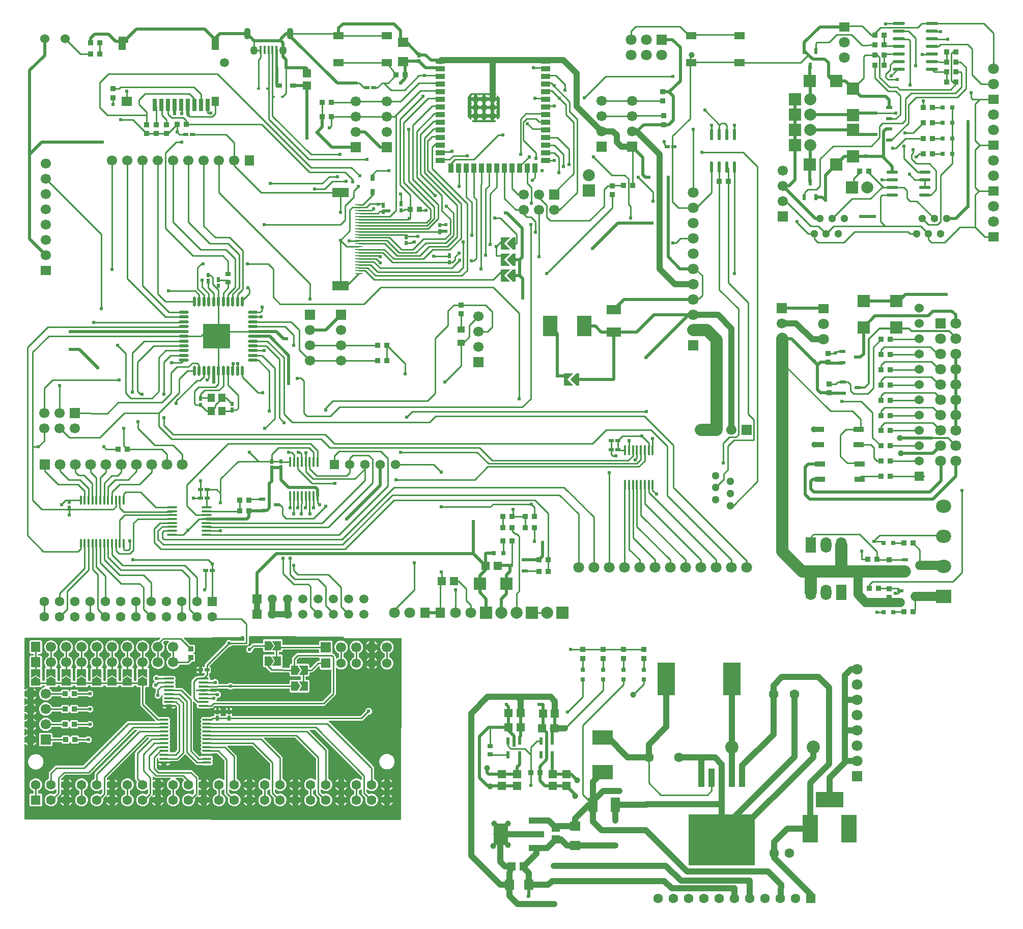
<source format=gtl>
G04 Layer: TopLayer*
G04 EasyEDA v6.5.42, 2024-02-23 22:21:14*
G04 3aace9d48a714ce2aeec92cc817ea311,70a670f4ca684169977cf979d80dc4ec,10*
G04 Gerber Generator version 0.2*
G04 Scale: 100 percent, Rotated: No, Reflected: No *
G04 Dimensions in millimeters *
G04 leading zeros omitted , absolute positions ,4 integer and 5 decimal *
%FSLAX45Y45*%
%MOMM*%

%AMMACRO1*21,1,$1,$2,0,0,$3*%
%AMMACRO2*4,1,6,-0.75,-1,-0.75,1,0.75,1,-0.25,0,0.75,-1,-0.75,-1,-0.75,-1,0*%
%AMMACRO3*4,1,5,0.75,1,0.25,1,-0.75,0,0.25,-1,0.75,-1,0.75,1,0*%
%AMMACRO4*4,1,5,0.75,-0.8,-0.75,-0.8,-0.25,0,-0.75,0.8,0.75,0.8,0.75,-0.8,0*%
%AMMACRO5*4,1,5,0.75,0,0.25,-0.8,-0.75,-0.8,-0.75,0.8,0.25,0.8,0.75,0,0*%
%AMMACRO6*4,1,5,0.8,0.75,0.8,-0.75,0,-0.25,-0.8,-0.75,-0.8,0.75,0.8,0.75,0*%
%AMMACRO7*4,1,5,0,0.75,0.8,0.25,0.8,-0.75,-0.8,-0.75,-0.8,0.25,0,0.75,0*%
%ADD10C,0.5000*%
%ADD11C,0.3000*%
%ADD12C,0.2540*%
%ADD13C,1.0000*%
%ADD14C,0.4000*%
%ADD15C,2.0000*%
%ADD16C,1.5000*%
%ADD17MACRO1,0.864X0.8065X90.0000*%
%ADD18O,0.5684012X1.950212*%
%ADD19R,2.0000X2.0000*%
%ADD20R,0.8000X0.8000*%
%ADD21R,0.6000X1.0700*%
%ADD22R,1.0700X0.6000*%
%ADD23MACRO1,0.864X0.8065X-90.0000*%
%ADD24O,1.950212X0.5684012*%
%ADD25O,2.0379944X0.5739892*%
%ADD26O,0.4480052X1.6839946000000001*%
%ADD27O,1.6839946000000001X0.4480052*%
%ADD28MACRO1,0.54X0.7901X-90.0000*%
%ADD29R,0.7500X1.0000*%
%ADD30R,1.7000X0.9500*%
%ADD31MACRO1,0.864X0.8065X0.0000*%
%ADD32R,0.8640X0.8065*%
%ADD33R,1.2700X2.2860*%
%ADD34R,1.7780X1.5000*%
%ADD35R,1.2700X1.5000*%
%ADD36R,0.7000X2.0000*%
%ADD37R,2.5000X1.1000*%
%ADD38MACRO1,3.6X2.34X-90.0000*%
%ADD39MACRO1,2.376X1.5063X0.0000*%
%ADD40R,2.3760X1.5062*%
%ADD41R,2.3500X3.5000*%
%ADD42MACRO2*%
%ADD43MACRO3*%
%ADD44R,1.5000X0.9000*%
%ADD45R,0.9000X1.5000*%
%ADD46R,0.9000X0.9000*%
%ADD47MACRO1,1.35X1.41X0.0000*%
%ADD48R,1.3500X1.4100*%
%ADD49R,1.0000X0.7500*%
%ADD50R,0.6000X0.4000*%
%ADD51R,1.8000X1.2000*%
%ADD52MACRO1,1.35X1.41X90.0000*%
%ADD53MACRO1,0.54X0.7901X0.0000*%
%ADD54R,0.5400X0.7901*%
%ADD55MACRO1,0.54X0.7901X90.0000*%
%ADD56MACRO1,2.376X1.5063X-90.0000*%
%ADD57MACRO1,1.728X1.485X0.0000*%
%ADD58R,1.7280X1.4850*%
%ADD59MACRO1,1.728X1.485X-90.0000*%
%ADD60MACRO1,1.35X1.41X-90.0000*%
%ADD61R,1.2500X1.0000*%
%ADD62R,0.4900X1.1570*%
%ADD63R,0.4900X1.1750*%
%ADD64O,0.3430016X1.7314926000000002*%
%ADD65R,0.3800X1.3500*%
%ADD66R,1.2000X1.4000*%
%ADD67R,2.9000X5.4000*%
%ADD68O,1.7314926000000002X0.3430016*%
%ADD69MACRO4*%
%ADD70MACRO5*%
%ADD71R,0.9000X0.8000*%
%ADD72R,3.5000X2.3500*%
%ADD73R,0.8640X0.8000*%
%ADD74R,1.3000X0.2500*%
%ADD75R,2.8000X1.6000*%
%ADD76MACRO1,1.02X3.0828X0.0000*%
%ADD77R,11.0000X8.5000*%
%ADD78O,0.3999992X1.499997*%
%ADD79O,1.499997X0.3999992*%
%ADD80MACRO6*%
%ADD81MACRO7*%
%ADD82MACRO1,1.7X1.7X0.0000*%
%ADD83C,1.7000*%
%ADD84MACRO1,1.5748X1.7X0.0000*%
%ADD85MACRO1,1.7X1.7X-90.0000*%
%ADD86MACRO1,1.6X1.6X0.0000*%
%ADD87C,1.6000*%
%ADD88C,1.5240*%
%ADD89MACRO1,1.524X1.524X90.0000*%
%ADD90C,1.3000*%
%ADD91C,1.8000*%
%ADD92R,1.8000X1.5748*%
%ADD93R,1.7000X1.7000*%
%ADD94R,1.8000X1.8000*%
%ADD95R,1.5748X1.7000*%
%ADD96R,2.5000X2.2000*%
%ADD97O,2.4999949999999997X2.1999956000000003*%
%ADD98R,1.7000X1.5748*%
%ADD99R,1.6000X1.6000*%
%ADD100O,1.0999978000000001X1.8999962*%
%ADD101O,1.2500102X1.4500098000000001*%
%ADD102C,2.2000*%
%ADD103R,1.5000X1.5000*%
%ADD104R,1.5748X1.8000*%
%ADD105O,1.7999964X2.5999948*%
%ADD106R,1.8000X2.6000*%
%ADD107R,2.5400X4.5720*%
%ADD108R,4.5720X2.5400*%
%ADD109R,0.0117X2.5400*%
%ADD110C,1.5748*%
%ADD111R,1.5748X1.5748*%
%ADD112C,0.5000*%
%ADD113C,0.6096*%
%ADD114C,0.6100*%
%ADD115C,0.6200*%

%LPD*%
G36*
X3671824Y3557574D02*
G01*
X3667963Y3558387D01*
X3664661Y3560572D01*
X3650843Y3574389D01*
X3648557Y3577844D01*
X3647846Y3581958D01*
X3648862Y3585972D01*
X3651402Y3589274D01*
X3655009Y3591255D01*
X3659174Y3591661D01*
X3663391Y3591204D01*
X3678936Y3591204D01*
X3678936Y3633266D01*
X3636873Y3633266D01*
X3636873Y3617671D01*
X3637381Y3613454D01*
X3636975Y3609340D01*
X3634994Y3605682D01*
X3631692Y3603142D01*
X3627628Y3602177D01*
X3623564Y3602837D01*
X3620109Y3605123D01*
X3581704Y3643528D01*
X3579520Y3646830D01*
X3578707Y3650691D01*
X3578707Y3973118D01*
X3579317Y3976471D01*
X3580942Y3979468D01*
X3626459Y4036364D01*
X3630015Y4039209D01*
X3634384Y4040174D01*
X4031691Y4040174D01*
X4035602Y4039412D01*
X4038904Y4037228D01*
X4046524Y4029608D01*
X4048810Y4026154D01*
X4049471Y4022039D01*
X4048506Y4018026D01*
X4045965Y4014724D01*
X4042308Y4012692D01*
X4038193Y4012336D01*
X4032199Y4012996D01*
X4016654Y4012996D01*
X4016654Y3970934D01*
X4058716Y3970934D01*
X4058716Y3986529D01*
X4058005Y3992473D01*
X4058412Y3996639D01*
X4060444Y4000246D01*
X4063695Y4002786D01*
X4067759Y4003801D01*
X4071823Y4003090D01*
X4075328Y4000804D01*
X4109161Y3966972D01*
X4111345Y3963670D01*
X4112107Y3959809D01*
X4112107Y3650691D01*
X4111345Y3646830D01*
X4109161Y3643528D01*
X4076039Y3610406D01*
X4072737Y3608222D01*
X4068876Y3607460D01*
X4064965Y3608222D01*
X4061663Y3610406D01*
X4059478Y3613708D01*
X4058716Y3617620D01*
X4058716Y3633266D01*
X4016654Y3633266D01*
X4016654Y3591204D01*
X4032300Y3591204D01*
X4036161Y3590391D01*
X4039463Y3588207D01*
X4041698Y3584905D01*
X4042460Y3581044D01*
X4041698Y3577132D01*
X4039463Y3573830D01*
X4026204Y3560572D01*
X4022902Y3558387D01*
X4018991Y3557574D01*
G37*

%LPC*%
G36*
X3803345Y3591153D02*
G01*
X3818940Y3591153D01*
X3818940Y3633215D01*
X3736644Y3633266D01*
X3736644Y3591204D01*
X3752240Y3591204D01*
X3758539Y3591915D01*
X3764026Y3593795D01*
X3768902Y3596894D01*
X3770579Y3598570D01*
X3773881Y3600805D01*
X3777792Y3601567D01*
X3781653Y3600805D01*
X3784955Y3598570D01*
X3786682Y3596894D01*
X3791559Y3593795D01*
X3797046Y3591864D01*
G37*
G36*
X3876649Y3591153D02*
G01*
X3892194Y3591153D01*
X3898544Y3591864D01*
X3903979Y3593795D01*
X3908907Y3596894D01*
X3910584Y3598570D01*
X3913886Y3600805D01*
X3917797Y3601567D01*
X3921658Y3600805D01*
X3924960Y3598570D01*
X3926687Y3596894D01*
X3931564Y3593795D01*
X3937050Y3591915D01*
X3943350Y3591204D01*
X3958945Y3591204D01*
X3958945Y3633266D01*
X3876649Y3633215D01*
G37*
G36*
X4016654Y3690924D02*
G01*
X4058716Y3690924D01*
X4058716Y3706520D01*
X4058005Y3712870D01*
X4056075Y3718306D01*
X4052976Y3723233D01*
X4051300Y3724910D01*
X4049115Y3728212D01*
X4048302Y3732072D01*
X4049115Y3735984D01*
X4051300Y3739286D01*
X4052976Y3740962D01*
X4056075Y3745890D01*
X4058005Y3751326D01*
X4058716Y3757676D01*
X4058716Y3773220D01*
X4016654Y3773220D01*
G37*
G36*
X3636873Y3690924D02*
G01*
X3678936Y3690924D01*
X3678936Y3773220D01*
X3636873Y3773220D01*
X3636873Y3757676D01*
X3637584Y3751326D01*
X3639515Y3745890D01*
X3642614Y3740962D01*
X3644290Y3739286D01*
X3646474Y3735984D01*
X3647287Y3732072D01*
X3646474Y3728212D01*
X3644290Y3724910D01*
X3642614Y3723233D01*
X3639515Y3718306D01*
X3637584Y3712870D01*
X3636873Y3706520D01*
G37*
G36*
X3736644Y3690924D02*
G01*
X3818940Y3690924D01*
X3818940Y3773220D01*
X3736644Y3773220D01*
G37*
G36*
X3876649Y3690924D02*
G01*
X3958945Y3690924D01*
X3958945Y3773220D01*
X3876649Y3773220D01*
G37*
G36*
X3636873Y3830929D02*
G01*
X3678936Y3830929D01*
X3678936Y3913225D01*
X3636873Y3913225D01*
X3636873Y3897680D01*
X3637584Y3891330D01*
X3639515Y3885895D01*
X3642614Y3880967D01*
X3644290Y3879291D01*
X3646525Y3875989D01*
X3647287Y3872077D01*
X3646525Y3868216D01*
X3644290Y3864914D01*
X3642614Y3863187D01*
X3639515Y3858310D01*
X3637584Y3852824D01*
X3636873Y3846525D01*
G37*
G36*
X4016654Y3830929D02*
G01*
X4058716Y3830929D01*
X4058716Y3846525D01*
X4058005Y3852824D01*
X4056075Y3858310D01*
X4052976Y3863187D01*
X4051300Y3864914D01*
X4049064Y3868216D01*
X4048302Y3872077D01*
X4049064Y3875989D01*
X4051300Y3879291D01*
X4052976Y3880967D01*
X4056075Y3885895D01*
X4058005Y3891330D01*
X4058716Y3897680D01*
X4058716Y3913225D01*
X4016654Y3913225D01*
G37*
G36*
X3736644Y3830929D02*
G01*
X3818940Y3830929D01*
X3818940Y3913225D01*
X3736644Y3913225D01*
G37*
G36*
X3876649Y3830929D02*
G01*
X3958945Y3830929D01*
X3958945Y3913225D01*
X3876649Y3913225D01*
G37*
G36*
X3636873Y3970934D02*
G01*
X3678936Y3970934D01*
X3678936Y4012996D01*
X3663391Y4012996D01*
X3657041Y4012285D01*
X3651605Y4010355D01*
X3646678Y4007307D01*
X3642614Y4003192D01*
X3639515Y3998315D01*
X3637584Y3992829D01*
X3636873Y3986529D01*
G37*
G36*
X3736644Y3970934D02*
G01*
X3818940Y3970934D01*
X3818940Y4012996D01*
X3803345Y4012996D01*
X3797046Y4012285D01*
X3791559Y4010355D01*
X3786682Y4007307D01*
X3784955Y4005579D01*
X3781653Y4003395D01*
X3777792Y4002633D01*
X3773881Y4003395D01*
X3770629Y4005579D01*
X3768902Y4007307D01*
X3764026Y4010355D01*
X3758539Y4012285D01*
X3752240Y4012996D01*
X3736644Y4012996D01*
G37*
G36*
X3876649Y3970934D02*
G01*
X3958945Y3970934D01*
X3958945Y4012996D01*
X3943350Y4012996D01*
X3937050Y4012285D01*
X3931564Y4010355D01*
X3926687Y4007307D01*
X3924960Y4005579D01*
X3921658Y4003395D01*
X3917797Y4002633D01*
X3913886Y4003395D01*
X3910584Y4005579D01*
X3908907Y4007307D01*
X3903979Y4010355D01*
X3898544Y4012285D01*
X3892194Y4012996D01*
X3876649Y4012996D01*
G37*

%LPD*%
G36*
X-815289Y-203200D02*
G01*
X-819200Y-202438D01*
X-822502Y-200202D01*
X-824687Y-196951D01*
X-825449Y-193040D01*
X-825449Y193040D01*
X-824687Y196951D01*
X-822502Y200202D01*
X-819200Y202438D01*
X-815289Y203200D01*
X-391109Y203200D01*
X-387248Y202438D01*
X-383946Y200202D01*
X-381762Y196951D01*
X-380949Y193040D01*
X-380949Y-193040D01*
X-381762Y-196951D01*
X-383946Y-200202D01*
X-387248Y-202438D01*
X-391109Y-203200D01*
G37*

%LPD*%
G36*
X604316Y-5510987D02*
G01*
X498754Y-5510479D01*
X494538Y-5509564D01*
X491083Y-5506974D01*
X489051Y-5503164D01*
X488696Y-5498846D01*
X490270Y-5494832D01*
X494233Y-5488635D01*
X496112Y-5483250D01*
X496824Y-5476900D01*
X496824Y-5318048D01*
X496112Y-5311749D01*
X494233Y-5306263D01*
X491134Y-5301386D01*
X487070Y-5297271D01*
X482142Y-5294223D01*
X476707Y-5292293D01*
X470357Y-5291582D01*
X444703Y-5291582D01*
X440791Y-5290820D01*
X437540Y-5288584D01*
X435305Y-5285282D01*
X434543Y-5281422D01*
X434543Y-5259578D01*
X435305Y-5255666D01*
X437540Y-5252364D01*
X440791Y-5250180D01*
X444703Y-5249418D01*
X470357Y-5249418D01*
X476707Y-5248706D01*
X482142Y-5246776D01*
X487070Y-5243677D01*
X491134Y-5239613D01*
X494233Y-5234686D01*
X496112Y-5229250D01*
X496824Y-5222900D01*
X496824Y-5217668D01*
X497636Y-5213756D01*
X499821Y-5210454D01*
X503123Y-5208270D01*
X506984Y-5207508D01*
X1095451Y-5207508D01*
X1099362Y-5208270D01*
X1102664Y-5210454D01*
X1104849Y-5213756D01*
X1105611Y-5217668D01*
X1105611Y-5253329D01*
X1106068Y-5257038D01*
X1105611Y-5261254D01*
X1103528Y-5264912D01*
X1100124Y-5267452D01*
X1095959Y-5268315D01*
X747166Y-5268315D01*
X739140Y-5269128D01*
X731926Y-5271312D01*
X725220Y-5274868D01*
X719023Y-5279948D01*
X663498Y-5335727D01*
X658469Y-5341874D01*
X654913Y-5348579D01*
X652729Y-5355793D01*
X651916Y-5363819D01*
X651916Y-5433822D01*
X651256Y-5437479D01*
X649274Y-5440629D01*
X646328Y-5442915D01*
X642721Y-5443931D01*
X634593Y-5444693D01*
X629208Y-5446623D01*
X624332Y-5449671D01*
X620217Y-5453786D01*
X617169Y-5458663D01*
X615238Y-5464149D01*
X614527Y-5470448D01*
X614527Y-5500827D01*
X613765Y-5504738D01*
X611530Y-5508040D01*
X608228Y-5510225D01*
G37*

%LPD*%
G36*
X951484Y-5511393D02*
G01*
X947623Y-5510631D01*
X944321Y-5508396D01*
X942136Y-5505145D01*
X941324Y-5501233D01*
X941324Y-5470448D01*
X940612Y-5464149D01*
X938733Y-5458663D01*
X935634Y-5453786D01*
X931570Y-5449671D01*
X926642Y-5446623D01*
X921207Y-5444693D01*
X914857Y-5443982D01*
X766013Y-5443982D01*
X759358Y-5444794D01*
X756666Y-5445760D01*
X753364Y-5446420D01*
X750062Y-5445963D01*
X745693Y-5444591D01*
X738428Y-5443931D01*
X734822Y-5442915D01*
X731824Y-5440680D01*
X729843Y-5437479D01*
X729132Y-5433822D01*
X729132Y-5383428D01*
X729894Y-5379567D01*
X732078Y-5376265D01*
X759714Y-5348528D01*
X763016Y-5346293D01*
X766927Y-5345531D01*
X1101902Y-5345531D01*
X1106068Y-5346395D01*
X1109472Y-5348935D01*
X1111554Y-5352592D01*
X1111910Y-5357520D01*
X1111910Y-5386933D01*
X1111148Y-5390845D01*
X1108913Y-5394096D01*
X1105662Y-5396331D01*
X1101750Y-5397093D01*
X1090066Y-5397093D01*
X1082040Y-5397906D01*
X1074826Y-5400090D01*
X1068120Y-5403646D01*
X1061923Y-5408777D01*
X962253Y-5508396D01*
X958951Y-5510631D01*
X955040Y-5511393D01*
G37*

%LPD*%
G36*
X-596392Y-6068415D02*
G01*
X-600659Y-6067450D01*
X-604164Y-6064808D01*
X-606196Y-6060897D01*
X-606399Y-6056477D01*
X-604723Y-6052413D01*
X-601573Y-6047943D01*
X-597408Y-6039053D01*
X-594868Y-6029553D01*
X-594207Y-6021679D01*
X-593293Y-6018276D01*
X-591261Y-6015380D01*
X-588365Y-6013348D01*
X-584962Y-6012434D01*
X-577088Y-6011773D01*
X-567588Y-6009233D01*
X-558698Y-6005068D01*
X-550621Y-5999429D01*
X-543712Y-5992520D01*
X-538073Y-5984443D01*
X-533908Y-5975553D01*
X-531368Y-5966053D01*
X-530504Y-5956300D01*
X-531368Y-5946495D01*
X-533908Y-5936996D01*
X-538073Y-5928106D01*
X-543712Y-5920028D01*
X-550621Y-5913120D01*
X-558698Y-5907481D01*
X-567588Y-5903315D01*
X-577088Y-5900775D01*
X-586841Y-5899912D01*
X-596646Y-5900775D01*
X-606145Y-5903315D01*
X-615035Y-5907481D01*
X-618998Y-5910224D01*
X-621792Y-5911596D01*
X-624840Y-5912104D01*
X-701040Y-5912104D01*
X-704900Y-5911342D01*
X-708152Y-5909157D01*
X-710387Y-5905957D01*
X-711200Y-5902096D01*
X-710895Y-5900470D01*
X-771804Y-5900470D01*
X-773938Y-5904128D01*
X-777341Y-5906617D01*
X-781456Y-5907481D01*
X-860450Y-5907481D01*
X-864565Y-5906617D01*
X-867968Y-5904128D01*
X-870102Y-5900470D01*
X-931773Y-5900470D01*
X-935685Y-5899708D01*
X-938936Y-5897524D01*
X-941171Y-5894222D01*
X-941933Y-5890310D01*
X-941933Y-5880811D01*
X-941171Y-5876899D01*
X-938936Y-5873597D01*
X-935685Y-5871413D01*
X-931773Y-5870651D01*
X-870102Y-5870651D01*
X-867968Y-5866993D01*
X-864565Y-5864504D01*
X-860450Y-5863640D01*
X-781456Y-5863640D01*
X-777341Y-5864504D01*
X-773938Y-5866993D01*
X-771804Y-5870651D01*
X-711047Y-5870651D01*
X-711504Y-5868314D01*
X-710692Y-5864453D01*
X-708456Y-5861253D01*
X-705256Y-5859068D01*
X-701395Y-5858306D01*
X-415493Y-5855716D01*
X-411581Y-5856478D01*
X-399135Y-5865368D01*
X-390245Y-5869533D01*
X-380746Y-5872073D01*
X-370941Y-5872937D01*
X-361188Y-5872073D01*
X-351688Y-5869533D01*
X-342798Y-5865368D01*
X-334721Y-5859729D01*
X-333146Y-5858154D01*
X-329844Y-5855970D01*
X-325983Y-5855208D01*
X604367Y-5855208D01*
X608279Y-5855970D01*
X611530Y-5858154D01*
X613765Y-5861456D01*
X614527Y-5865368D01*
X614527Y-5896000D01*
X615238Y-5902350D01*
X617169Y-5907786D01*
X620217Y-5912713D01*
X624332Y-5916777D01*
X629208Y-5919876D01*
X634695Y-5921756D01*
X640994Y-5922518D01*
X739902Y-5922518D01*
X745642Y-5921908D01*
X750062Y-5920536D01*
X753364Y-5920079D01*
X756666Y-5920689D01*
X759358Y-5921705D01*
X766013Y-5922518D01*
X914857Y-5922518D01*
X921207Y-5921756D01*
X926642Y-5919876D01*
X931570Y-5916777D01*
X935634Y-5912713D01*
X938733Y-5907786D01*
X940612Y-5902350D01*
X941324Y-5896000D01*
X941324Y-5737148D01*
X940612Y-5730849D01*
X938733Y-5725363D01*
X935634Y-5720486D01*
X931570Y-5716371D01*
X926642Y-5713323D01*
X921207Y-5711393D01*
X914857Y-5710682D01*
X889203Y-5710682D01*
X885291Y-5709920D01*
X882040Y-5707684D01*
X879805Y-5704382D01*
X879043Y-5700522D01*
X879043Y-5665978D01*
X879805Y-5662066D01*
X882040Y-5658764D01*
X885291Y-5656580D01*
X889203Y-5655818D01*
X914857Y-5655818D01*
X921207Y-5655106D01*
X926642Y-5653176D01*
X931570Y-5650077D01*
X935634Y-5646013D01*
X938733Y-5641086D01*
X940612Y-5635650D01*
X941324Y-5629300D01*
X941324Y-5598769D01*
X942136Y-5594858D01*
X944321Y-5591606D01*
X947623Y-5589371D01*
X951484Y-5588609D01*
X974750Y-5588609D01*
X982776Y-5587796D01*
X989990Y-5585612D01*
X996696Y-5582056D01*
X1002893Y-5576925D01*
X1094587Y-5485282D01*
X1097838Y-5483098D01*
X1101750Y-5482336D01*
X1105662Y-5483098D01*
X1108913Y-5485282D01*
X1111148Y-5488584D01*
X1111910Y-5492496D01*
X1111910Y-5513882D01*
X1112621Y-5520182D01*
X1114552Y-5525668D01*
X1117600Y-5530545D01*
X1121714Y-5534660D01*
X1126591Y-5537708D01*
X1132078Y-5539638D01*
X1138377Y-5540349D01*
X1294790Y-5540349D01*
X1298702Y-5541111D01*
X1301953Y-5543346D01*
X1304188Y-5546598D01*
X1304950Y-5550509D01*
X1304950Y-5921705D01*
X1304188Y-5925616D01*
X1301953Y-5928918D01*
X1165453Y-6065418D01*
X1162151Y-6067653D01*
X1158240Y-6068415D01*
G37*

%LPD*%
G36*
X2453284Y-8038592D02*
G01*
X-3789324Y-8037017D01*
X-3793185Y-8036255D01*
X-3796487Y-8034020D01*
X-3798671Y-8030718D01*
X-3799484Y-8026857D01*
X-3799433Y-6785305D01*
X-3798620Y-6781241D01*
X-3796182Y-6777888D01*
X-3792626Y-6775754D01*
X-3788511Y-6775196D01*
X-3784549Y-6776364D01*
X-3770223Y-6790029D01*
X-3758844Y-6798513D01*
X-3747211Y-6805066D01*
X-3747211Y-6754418D01*
X-3789273Y-6754418D01*
X-3793185Y-6753656D01*
X-3796487Y-6751472D01*
X-3798671Y-6748170D01*
X-3799433Y-6744258D01*
X-3799433Y-6666890D01*
X-3798671Y-6663029D01*
X-3796487Y-6659727D01*
X-3793185Y-6657492D01*
X-3789273Y-6656730D01*
X-3747211Y-6656730D01*
X-3747211Y-6606286D01*
X-3752748Y-6608978D01*
X-3764686Y-6616700D01*
X-3775506Y-6625945D01*
X-3781755Y-6632854D01*
X-3785006Y-6635242D01*
X-3788968Y-6636156D01*
X-3792931Y-6635496D01*
X-3796385Y-6633311D01*
X-3798671Y-6629958D01*
X-3799433Y-6625996D01*
X-3799433Y-6531305D01*
X-3798620Y-6527241D01*
X-3796182Y-6523888D01*
X-3792626Y-6521754D01*
X-3788511Y-6521196D01*
X-3784549Y-6522364D01*
X-3770223Y-6536029D01*
X-3758844Y-6544513D01*
X-3747211Y-6551066D01*
X-3747211Y-6500418D01*
X-3789273Y-6500418D01*
X-3793185Y-6499656D01*
X-3796487Y-6497472D01*
X-3798671Y-6494170D01*
X-3799433Y-6490258D01*
X-3799433Y-6412890D01*
X-3798671Y-6409029D01*
X-3796487Y-6405727D01*
X-3793185Y-6403492D01*
X-3789273Y-6402730D01*
X-3747211Y-6402730D01*
X-3747211Y-6352286D01*
X-3752748Y-6354978D01*
X-3764686Y-6362700D01*
X-3775506Y-6371945D01*
X-3781755Y-6378854D01*
X-3785006Y-6381242D01*
X-3788968Y-6382156D01*
X-3792931Y-6381496D01*
X-3796334Y-6379311D01*
X-3798620Y-6375958D01*
X-3799433Y-6371996D01*
X-3799433Y-6277356D01*
X-3798620Y-6273292D01*
X-3796182Y-6269888D01*
X-3792626Y-6267754D01*
X-3788511Y-6267196D01*
X-3784549Y-6268364D01*
X-3770223Y-6282029D01*
X-3758844Y-6290513D01*
X-3747211Y-6297066D01*
X-3747211Y-6246418D01*
X-3789273Y-6246418D01*
X-3793185Y-6245656D01*
X-3796487Y-6243472D01*
X-3798671Y-6240170D01*
X-3799433Y-6236258D01*
X-3799433Y-6158890D01*
X-3798671Y-6155029D01*
X-3796487Y-6151727D01*
X-3793185Y-6149492D01*
X-3789273Y-6148730D01*
X-3747211Y-6148730D01*
X-3747211Y-6098286D01*
X-3752748Y-6100978D01*
X-3764686Y-6108700D01*
X-3775506Y-6117945D01*
X-3781755Y-6124854D01*
X-3785006Y-6127242D01*
X-3788968Y-6128156D01*
X-3792931Y-6127496D01*
X-3796334Y-6125311D01*
X-3798620Y-6121958D01*
X-3799433Y-6117996D01*
X-3799433Y-6023356D01*
X-3798620Y-6019292D01*
X-3796182Y-6015888D01*
X-3792626Y-6013754D01*
X-3788511Y-6013196D01*
X-3784549Y-6014364D01*
X-3770223Y-6028029D01*
X-3758844Y-6036513D01*
X-3747211Y-6043066D01*
X-3747211Y-5992418D01*
X-3789273Y-5992418D01*
X-3793185Y-5991656D01*
X-3796487Y-5989472D01*
X-3798671Y-5986170D01*
X-3799433Y-5982258D01*
X-3799433Y-5904890D01*
X-3798671Y-5901029D01*
X-3796487Y-5897727D01*
X-3793185Y-5895492D01*
X-3789273Y-5894730D01*
X-3747211Y-5894730D01*
X-3747211Y-5844286D01*
X-3752748Y-5846978D01*
X-3764686Y-5854700D01*
X-3775506Y-5863945D01*
X-3781755Y-5870854D01*
X-3785006Y-5873242D01*
X-3788968Y-5874156D01*
X-3792931Y-5873496D01*
X-3796334Y-5871311D01*
X-3798620Y-5867958D01*
X-3799433Y-5863996D01*
X-3799433Y-5025390D01*
X-3798671Y-5021478D01*
X-3796487Y-5018227D01*
X-3793185Y-5015992D01*
X-3789324Y-5015230D01*
X-1548536Y-5008372D01*
X-1544675Y-5009134D01*
X-1541373Y-5011318D01*
X-1539138Y-5014620D01*
X-1538427Y-5018532D01*
X-1539138Y-5022443D01*
X-1541322Y-5025745D01*
X-1569262Y-5053634D01*
X-1572717Y-5055920D01*
X-1576781Y-5056632D01*
X-1581048Y-5056479D01*
X-1595170Y-5057851D01*
X-1609039Y-5061000D01*
X-1622348Y-5065928D01*
X-1634947Y-5072481D01*
X-1646631Y-5080609D01*
X-1657146Y-5090160D01*
X-1666341Y-5100980D01*
X-1674114Y-5112867D01*
X-1680260Y-5125669D01*
X-1684731Y-5139182D01*
X-1687474Y-5153101D01*
X-1688388Y-5167325D01*
X-1687474Y-5181498D01*
X-1684731Y-5195417D01*
X-1680260Y-5208930D01*
X-1674114Y-5221732D01*
X-1666341Y-5233619D01*
X-1657146Y-5244439D01*
X-1646631Y-5253990D01*
X-1634947Y-5262118D01*
X-1621586Y-5269077D01*
X-1618640Y-5271363D01*
X-1616760Y-5274462D01*
X-1616100Y-5278120D01*
X-1616100Y-5310784D01*
X-1616811Y-5314594D01*
X-1618945Y-5317845D01*
X-1622145Y-5320080D01*
X-1628749Y-5322976D01*
X-1640941Y-5330342D01*
X-1652016Y-5339232D01*
X-1661922Y-5349443D01*
X-1670405Y-5360822D01*
X-1677365Y-5373217D01*
X-1682699Y-5386374D01*
X-1686306Y-5400090D01*
X-1688134Y-5414213D01*
X-1688134Y-5428386D01*
X-1686306Y-5442508D01*
X-1682699Y-5456224D01*
X-1677365Y-5469432D01*
X-1670405Y-5481777D01*
X-1661922Y-5493207D01*
X-1652016Y-5503367D01*
X-1640941Y-5512257D01*
X-1628749Y-5519623D01*
X-1615795Y-5525363D01*
X-1602130Y-5529427D01*
X-1588109Y-5531662D01*
X-1573936Y-5532120D01*
X-1559763Y-5530748D01*
X-1545945Y-5527598D01*
X-1532585Y-5522722D01*
X-1519986Y-5516118D01*
X-1508353Y-5507990D01*
X-1497838Y-5498439D01*
X-1488592Y-5487619D01*
X-1480870Y-5475732D01*
X-1474673Y-5462930D01*
X-1470202Y-5449417D01*
X-1467510Y-5435498D01*
X-1466596Y-5421325D01*
X-1467510Y-5407101D01*
X-1470202Y-5393182D01*
X-1474673Y-5379669D01*
X-1480870Y-5366867D01*
X-1488592Y-5354980D01*
X-1497838Y-5344160D01*
X-1508353Y-5334609D01*
X-1519986Y-5326481D01*
X-1533398Y-5319522D01*
X-1536293Y-5317286D01*
X-1538224Y-5314137D01*
X-1538884Y-5310530D01*
X-1538884Y-5277866D01*
X-1538122Y-5274056D01*
X-1535988Y-5270754D01*
X-1532839Y-5268569D01*
X-1526184Y-5265623D01*
X-1514043Y-5258257D01*
X-1502918Y-5249367D01*
X-1493062Y-5239207D01*
X-1484528Y-5227777D01*
X-1477568Y-5215432D01*
X-1472234Y-5202224D01*
X-1468628Y-5188508D01*
X-1466799Y-5174386D01*
X-1466799Y-5160213D01*
X-1468628Y-5146090D01*
X-1472234Y-5132374D01*
X-1477568Y-5119217D01*
X-1484528Y-5106822D01*
X-1491538Y-5097424D01*
X-1493164Y-5094224D01*
X-1493520Y-5090617D01*
X-1492656Y-5087112D01*
X-1490573Y-5084165D01*
X-1475536Y-5069128D01*
X-1472234Y-5066893D01*
X-1468323Y-5066131D01*
X-1402994Y-5066131D01*
X-1399032Y-5066944D01*
X-1395679Y-5069230D01*
X-1393494Y-5072634D01*
X-1392834Y-5076596D01*
X-1393748Y-5080558D01*
X-1396136Y-5083810D01*
X-1403146Y-5090160D01*
X-1412341Y-5100980D01*
X-1420114Y-5112867D01*
X-1426260Y-5125669D01*
X-1430731Y-5139182D01*
X-1433474Y-5153101D01*
X-1434388Y-5167325D01*
X-1433474Y-5181498D01*
X-1430731Y-5195417D01*
X-1426260Y-5208930D01*
X-1420114Y-5221732D01*
X-1412341Y-5233619D01*
X-1403146Y-5244439D01*
X-1392631Y-5253990D01*
X-1380947Y-5262118D01*
X-1367586Y-5269077D01*
X-1364640Y-5271363D01*
X-1362760Y-5274462D01*
X-1362100Y-5278120D01*
X-1362100Y-5310784D01*
X-1362811Y-5314594D01*
X-1364945Y-5317845D01*
X-1368145Y-5320080D01*
X-1374749Y-5322976D01*
X-1386941Y-5330342D01*
X-1398016Y-5339232D01*
X-1407922Y-5349443D01*
X-1416405Y-5360822D01*
X-1423365Y-5373217D01*
X-1428699Y-5386374D01*
X-1432306Y-5400090D01*
X-1434134Y-5414213D01*
X-1434134Y-5428386D01*
X-1432306Y-5442508D01*
X-1428699Y-5456224D01*
X-1423365Y-5469432D01*
X-1416405Y-5481777D01*
X-1407922Y-5493207D01*
X-1398016Y-5503367D01*
X-1386941Y-5512257D01*
X-1374749Y-5519623D01*
X-1361795Y-5525363D01*
X-1348130Y-5529427D01*
X-1334109Y-5531662D01*
X-1319936Y-5532120D01*
X-1305763Y-5530748D01*
X-1291945Y-5527598D01*
X-1278585Y-5522722D01*
X-1265986Y-5516118D01*
X-1254353Y-5507990D01*
X-1243838Y-5498439D01*
X-1234592Y-5487619D01*
X-1226870Y-5475732D01*
X-1221994Y-5465572D01*
X-1219758Y-5462524D01*
X-1216558Y-5460542D01*
X-1212799Y-5459831D01*
X-1082649Y-5459831D01*
X-1074623Y-5459018D01*
X-1067409Y-5456834D01*
X-1060704Y-5453278D01*
X-1054506Y-5448147D01*
X-1019759Y-5413451D01*
X-1016457Y-5411216D01*
X-1012545Y-5410454D01*
X-988771Y-5410454D01*
X-982421Y-5409742D01*
X-976985Y-5407812D01*
X-972058Y-5404764D01*
X-967994Y-5400649D01*
X-964895Y-5395772D01*
X-962964Y-5390286D01*
X-962253Y-5383987D01*
X-962253Y-5304485D01*
X-962964Y-5298135D01*
X-964895Y-5292699D01*
X-967994Y-5287772D01*
X-972058Y-5283708D01*
X-976985Y-5280609D01*
X-983030Y-5278475D01*
X-986586Y-5276342D01*
X-988974Y-5272989D01*
X-989837Y-5268925D01*
X-988974Y-5264861D01*
X-986586Y-5261457D01*
X-983030Y-5259324D01*
X-976985Y-5257190D01*
X-972058Y-5254091D01*
X-967994Y-5250027D01*
X-964895Y-5245100D01*
X-962964Y-5239664D01*
X-962253Y-5233314D01*
X-962253Y-5153812D01*
X-962964Y-5147513D01*
X-964895Y-5142026D01*
X-967994Y-5137150D01*
X-972058Y-5133035D01*
X-976985Y-5129987D01*
X-982421Y-5128056D01*
X-988771Y-5127345D01*
X-1038809Y-5127345D01*
X-1042720Y-5126583D01*
X-1046022Y-5124348D01*
X-1145895Y-5024475D01*
X-1148130Y-5021173D01*
X-1148892Y-5017312D01*
X-1148130Y-5013401D01*
X-1145946Y-5010099D01*
X-1142644Y-5007914D01*
X-1138732Y-5007102D01*
X-216408Y-5004308D01*
X-209905Y-5003495D01*
X-204368Y-5001361D01*
X-199288Y-4997805D01*
X-196342Y-4994910D01*
X-194208Y-4991912D01*
X-191922Y-4989626D01*
X-189077Y-4988153D01*
X-185928Y-4987645D01*
X-152958Y-4987747D01*
X-149098Y-4988560D01*
X-145796Y-4990744D01*
X-143611Y-4994046D01*
X-142849Y-4997907D01*
X-142849Y-5054955D01*
X-143611Y-5058867D01*
X-145846Y-5062118D01*
X-149098Y-5064353D01*
X-153009Y-5065115D01*
X-351434Y-5065115D01*
X-355346Y-5064353D01*
X-358648Y-5062118D01*
X-360121Y-5060645D01*
X-368198Y-5055006D01*
X-377088Y-5050840D01*
X-386588Y-5048300D01*
X-396341Y-5047437D01*
X-406146Y-5048300D01*
X-415645Y-5050840D01*
X-424535Y-5055006D01*
X-432612Y-5060645D01*
X-439521Y-5067554D01*
X-445160Y-5075631D01*
X-449326Y-5084521D01*
X-451866Y-5094020D01*
X-452577Y-5102047D01*
X-453491Y-5105450D01*
X-455523Y-5108346D01*
X-787908Y-5440730D01*
X-793038Y-5446979D01*
X-796594Y-5453634D01*
X-798779Y-5460847D01*
X-799541Y-5468874D01*
X-799541Y-5486552D01*
X-800404Y-5490616D01*
X-802792Y-5494020D01*
X-806348Y-5496153D01*
X-812088Y-5498134D01*
X-815441Y-5498744D01*
X-818794Y-5498134D01*
X-824687Y-5496102D01*
X-831037Y-5495391D01*
X-843838Y-5495391D01*
X-843838Y-5528462D01*
X-836523Y-5528462D01*
X-832662Y-5529224D01*
X-829360Y-5531408D01*
X-827125Y-5534710D01*
X-826363Y-5538622D01*
X-826363Y-5557977D01*
X-827125Y-5561888D01*
X-829360Y-5565140D01*
X-832662Y-5567375D01*
X-836523Y-5568137D01*
X-843838Y-5568137D01*
X-843838Y-5601208D01*
X-831037Y-5601208D01*
X-824687Y-5600496D01*
X-818794Y-5598414D01*
X-815441Y-5597855D01*
X-812088Y-5598414D01*
X-806348Y-5600446D01*
X-802792Y-5602579D01*
X-800404Y-5605932D01*
X-799541Y-5610352D01*
X-800354Y-5614212D01*
X-802538Y-5617514D01*
X-829513Y-5644540D01*
X-832815Y-5646724D01*
X-836726Y-5647486D01*
X-889914Y-5647486D01*
X-898296Y-5648299D01*
X-908812Y-5651601D01*
X-911148Y-5651855D01*
X-931773Y-5651855D01*
X-939800Y-5652668D01*
X-947013Y-5654852D01*
X-953719Y-5658408D01*
X-959916Y-5663539D01*
X-1007465Y-5711088D01*
X-1012596Y-5717286D01*
X-1016152Y-5723991D01*
X-1018336Y-5731205D01*
X-1019149Y-5739231D01*
X-1019149Y-5975553D01*
X-1019911Y-5979464D01*
X-1022146Y-5982766D01*
X-1025398Y-5984951D01*
X-1029309Y-5985713D01*
X-1033221Y-5984951D01*
X-1036472Y-5982766D01*
X-1160424Y-5858865D01*
X-1166622Y-5853734D01*
X-1173327Y-5850178D01*
X-1180541Y-5847994D01*
X-1188567Y-5847181D01*
X-1274216Y-5847181D01*
X-1278077Y-5846419D01*
X-1281328Y-5844286D01*
X-1283563Y-5841034D01*
X-1284427Y-5837224D01*
X-1281836Y-5824524D01*
X-1281836Y-5816600D01*
X-1283309Y-5808776D01*
X-1286154Y-5801410D01*
X-1291183Y-5793486D01*
X-1292606Y-5789980D01*
X-1292606Y-5786170D01*
X-1291183Y-5782614D01*
X-1286154Y-5774690D01*
X-1283309Y-5767324D01*
X-1281836Y-5759551D01*
X-1281836Y-5751576D01*
X-1283309Y-5743803D01*
X-1286154Y-5736437D01*
X-1291183Y-5728512D01*
X-1292606Y-5724956D01*
X-1292606Y-5721146D01*
X-1291183Y-5717641D01*
X-1286154Y-5709666D01*
X-1283309Y-5702350D01*
X-1281836Y-5694527D01*
X-1281836Y-5686602D01*
X-1283309Y-5678779D01*
X-1286154Y-5671362D01*
X-1290370Y-5664657D01*
X-1295704Y-5658764D01*
X-1302054Y-5653989D01*
X-1309116Y-5650433D01*
X-1316786Y-5648299D01*
X-1325168Y-5647486D01*
X-1463040Y-5647486D01*
X-1471422Y-5648299D01*
X-1476756Y-5649417D01*
X-1557883Y-5649417D01*
X-1561744Y-5648604D01*
X-1565046Y-5646420D01*
X-1566621Y-5644845D01*
X-1574698Y-5639206D01*
X-1583588Y-5635040D01*
X-1593088Y-5632500D01*
X-1602841Y-5631637D01*
X-1612646Y-5632500D01*
X-1622145Y-5635040D01*
X-1631035Y-5639206D01*
X-1639112Y-5644845D01*
X-1646021Y-5651754D01*
X-1651660Y-5659831D01*
X-1655825Y-5668721D01*
X-1658366Y-5678220D01*
X-1659229Y-5688025D01*
X-1658366Y-5697778D01*
X-1655825Y-5707278D01*
X-1651660Y-5716168D01*
X-1646021Y-5724245D01*
X-1639112Y-5731154D01*
X-1636217Y-5733186D01*
X-1633321Y-5736285D01*
X-1631950Y-5740247D01*
X-1632305Y-5744464D01*
X-1634388Y-5748172D01*
X-1637741Y-5750712D01*
X-1643735Y-5753506D01*
X-1651812Y-5759145D01*
X-1658721Y-5766054D01*
X-1664360Y-5774131D01*
X-1668525Y-5783021D01*
X-1671066Y-5792520D01*
X-1671929Y-5802325D01*
X-1671066Y-5812078D01*
X-1668525Y-5821578D01*
X-1664360Y-5830468D01*
X-1658721Y-5838545D01*
X-1651812Y-5845454D01*
X-1643735Y-5851093D01*
X-1634845Y-5855258D01*
X-1619859Y-5859272D01*
X-1616608Y-5862320D01*
X-1614982Y-5866485D01*
X-1616049Y-5878982D01*
X-1616049Y-5922416D01*
X-1616862Y-5926277D01*
X-1619046Y-5929579D01*
X-1620621Y-5931154D01*
X-1626260Y-5939231D01*
X-1630426Y-5948121D01*
X-1632966Y-5957620D01*
X-1633829Y-5967425D01*
X-1632966Y-5977178D01*
X-1630426Y-5986678D01*
X-1626260Y-5995568D01*
X-1620621Y-6003645D01*
X-1613712Y-6010554D01*
X-1605635Y-6016193D01*
X-1596745Y-6020358D01*
X-1587246Y-6022898D01*
X-1577441Y-6023762D01*
X-1567688Y-6022898D01*
X-1558188Y-6020358D01*
X-1549298Y-6016193D01*
X-1541221Y-6010554D01*
X-1534312Y-6003645D01*
X-1528673Y-5995568D01*
X-1524508Y-5986678D01*
X-1521968Y-5977178D01*
X-1521561Y-5972657D01*
X-1520190Y-5968390D01*
X-1517142Y-5965139D01*
X-1513027Y-5963513D01*
X-1508506Y-5963818D01*
X-1504645Y-5966002D01*
X-1502054Y-5969660D01*
X-1497025Y-5977636D01*
X-1495602Y-5981141D01*
X-1495602Y-5984951D01*
X-1497025Y-5988507D01*
X-1502054Y-5996432D01*
X-1504899Y-6003798D01*
X-1506372Y-6011570D01*
X-1506372Y-6019546D01*
X-1504899Y-6027318D01*
X-1502054Y-6034684D01*
X-1497025Y-6042609D01*
X-1495602Y-6046165D01*
X-1495602Y-6049975D01*
X-1497025Y-6053480D01*
X-1502054Y-6061456D01*
X-1504899Y-6068771D01*
X-1506372Y-6076594D01*
X-1506372Y-6084519D01*
X-1504899Y-6092342D01*
X-1502054Y-6099708D01*
X-1497025Y-6107633D01*
X-1495602Y-6111138D01*
X-1495602Y-6114948D01*
X-1497025Y-6118504D01*
X-1502054Y-6126429D01*
X-1503680Y-6130645D01*
X-1443228Y-6130645D01*
X-1441145Y-6126988D01*
X-1437690Y-6124498D01*
X-1433576Y-6123635D01*
X-1354632Y-6123635D01*
X-1350518Y-6124498D01*
X-1347063Y-6126988D01*
X-1344980Y-6130645D01*
X-1284122Y-6130645D01*
X-1280210Y-6131407D01*
X-1276908Y-6133592D01*
X-1263446Y-6147104D01*
X-1261211Y-6150406D01*
X-1260449Y-6154267D01*
X-1260449Y-6875881D01*
X-1261211Y-6879793D01*
X-1263446Y-6883044D01*
X-1297279Y-6916928D01*
X-1300581Y-6919112D01*
X-1304442Y-6919874D01*
X-1367790Y-6919874D01*
X-1371650Y-6919112D01*
X-1374902Y-6916978D01*
X-1377137Y-6913778D01*
X-1377950Y-6910019D01*
X-1375765Y-6897827D01*
X-1375765Y-6889343D01*
X-1377340Y-6881063D01*
X-1380388Y-6873138D01*
X-1384554Y-6866432D01*
X-1385874Y-6862978D01*
X-1385874Y-6859219D01*
X-1384554Y-6855764D01*
X-1380388Y-6849059D01*
X-1377340Y-6841134D01*
X-1375765Y-6832853D01*
X-1375765Y-6824370D01*
X-1377340Y-6816039D01*
X-1380388Y-6808165D01*
X-1384554Y-6801459D01*
X-1385874Y-6797954D01*
X-1385874Y-6794246D01*
X-1384554Y-6790740D01*
X-1380388Y-6784035D01*
X-1377340Y-6776161D01*
X-1375765Y-6767830D01*
X-1375765Y-6759346D01*
X-1377340Y-6751066D01*
X-1380388Y-6743141D01*
X-1384554Y-6736435D01*
X-1385874Y-6732981D01*
X-1385874Y-6729222D01*
X-1384554Y-6725767D01*
X-1380388Y-6719062D01*
X-1377340Y-6711137D01*
X-1375765Y-6702856D01*
X-1375765Y-6694373D01*
X-1377340Y-6686042D01*
X-1380388Y-6678168D01*
X-1384554Y-6671462D01*
X-1385874Y-6667957D01*
X-1385874Y-6664248D01*
X-1384554Y-6660743D01*
X-1380388Y-6654038D01*
X-1377340Y-6646164D01*
X-1375765Y-6637832D01*
X-1375765Y-6629349D01*
X-1377340Y-6621068D01*
X-1380388Y-6613144D01*
X-1384554Y-6606438D01*
X-1385874Y-6602984D01*
X-1385874Y-6599224D01*
X-1384554Y-6595770D01*
X-1380388Y-6589064D01*
X-1377340Y-6581140D01*
X-1375765Y-6572859D01*
X-1375765Y-6564375D01*
X-1377340Y-6556044D01*
X-1380388Y-6548170D01*
X-1384554Y-6541465D01*
X-1385874Y-6537959D01*
X-1385874Y-6534251D01*
X-1384554Y-6530746D01*
X-1380388Y-6524040D01*
X-1377340Y-6516166D01*
X-1375765Y-6507835D01*
X-1375765Y-6499352D01*
X-1377340Y-6491071D01*
X-1380388Y-6483146D01*
X-1384554Y-6476441D01*
X-1385874Y-6472986D01*
X-1385874Y-6469227D01*
X-1384554Y-6465773D01*
X-1380388Y-6459067D01*
X-1377340Y-6451142D01*
X-1375765Y-6442811D01*
X-1375765Y-6434378D01*
X-1377340Y-6426047D01*
X-1380388Y-6418173D01*
X-1384554Y-6411468D01*
X-1385874Y-6407962D01*
X-1385874Y-6404254D01*
X-1384554Y-6400749D01*
X-1380388Y-6394043D01*
X-1377340Y-6386169D01*
X-1375765Y-6377838D01*
X-1375765Y-6369354D01*
X-1377340Y-6361074D01*
X-1380388Y-6353149D01*
X-1384858Y-6345986D01*
X-1390548Y-6339687D01*
X-1397304Y-6334607D01*
X-1404874Y-6330848D01*
X-1413002Y-6328511D01*
X-1421892Y-6327698D01*
X-1530959Y-6327698D01*
X-1539849Y-6328511D01*
X-1548028Y-6330848D01*
X-1553972Y-6333794D01*
X-1559153Y-6334861D01*
X-1563014Y-6334099D01*
X-1566316Y-6331915D01*
X-1789887Y-6108344D01*
X-1792071Y-6105042D01*
X-1792833Y-6101181D01*
X-1792833Y-5844692D01*
X-1792071Y-5840780D01*
X-1789887Y-5837478D01*
X-1786585Y-5835294D01*
X-1782673Y-5834532D01*
X-1751990Y-5834532D01*
X-1745691Y-5833821D01*
X-1740204Y-5831890D01*
X-1735328Y-5828792D01*
X-1731213Y-5824728D01*
X-1728165Y-5819800D01*
X-1726234Y-5814364D01*
X-1725523Y-5808014D01*
X-1725523Y-5709107D01*
X-1726133Y-5703417D01*
X-1727504Y-5698947D01*
X-1727962Y-5695645D01*
X-1727352Y-5692394D01*
X-1726336Y-5689650D01*
X-1725523Y-5682996D01*
X-1725523Y-5534152D01*
X-1726234Y-5527852D01*
X-1728165Y-5522366D01*
X-1731213Y-5517489D01*
X-1735328Y-5513374D01*
X-1740204Y-5510326D01*
X-1742948Y-5509361D01*
X-1746351Y-5507380D01*
X-1748739Y-5504281D01*
X-1749755Y-5500471D01*
X-1749247Y-5496610D01*
X-1747367Y-5493207D01*
X-1742592Y-5487619D01*
X-1734870Y-5475732D01*
X-1728673Y-5462930D01*
X-1724202Y-5449417D01*
X-1721510Y-5435498D01*
X-1720596Y-5421325D01*
X-1721510Y-5407101D01*
X-1724202Y-5393182D01*
X-1728673Y-5379669D01*
X-1734870Y-5366867D01*
X-1742592Y-5354980D01*
X-1751838Y-5344160D01*
X-1762353Y-5334609D01*
X-1773986Y-5326481D01*
X-1787347Y-5319522D01*
X-1790242Y-5317286D01*
X-1792173Y-5314137D01*
X-1792833Y-5310530D01*
X-1792833Y-5277815D01*
X-1792071Y-5274005D01*
X-1789988Y-5270754D01*
X-1786788Y-5268518D01*
X-1780184Y-5265623D01*
X-1768043Y-5258257D01*
X-1756918Y-5249367D01*
X-1747062Y-5239207D01*
X-1738528Y-5227777D01*
X-1731568Y-5215432D01*
X-1726234Y-5202224D01*
X-1722628Y-5188508D01*
X-1720799Y-5174386D01*
X-1720799Y-5160213D01*
X-1722628Y-5146090D01*
X-1726234Y-5132374D01*
X-1731568Y-5119217D01*
X-1738528Y-5106822D01*
X-1747062Y-5095443D01*
X-1756918Y-5085232D01*
X-1768043Y-5076342D01*
X-1780184Y-5068976D01*
X-1793189Y-5063236D01*
X-1806803Y-5059222D01*
X-1820824Y-5056936D01*
X-1835048Y-5056479D01*
X-1849170Y-5057851D01*
X-1863039Y-5061000D01*
X-1876348Y-5065928D01*
X-1888947Y-5072481D01*
X-1900631Y-5080609D01*
X-1911146Y-5090160D01*
X-1920341Y-5100980D01*
X-1928114Y-5112867D01*
X-1934260Y-5125669D01*
X-1938731Y-5139182D01*
X-1941474Y-5153101D01*
X-1942388Y-5167325D01*
X-1941474Y-5181498D01*
X-1938731Y-5195417D01*
X-1934260Y-5208930D01*
X-1928114Y-5221732D01*
X-1920341Y-5233619D01*
X-1911146Y-5244439D01*
X-1900631Y-5253990D01*
X-1888947Y-5262118D01*
X-1875536Y-5269077D01*
X-1872640Y-5271363D01*
X-1870710Y-5274513D01*
X-1870049Y-5278120D01*
X-1870049Y-5310733D01*
X-1870811Y-5314543D01*
X-1872894Y-5317794D01*
X-1876094Y-5320030D01*
X-1882749Y-5322976D01*
X-1894941Y-5330342D01*
X-1906016Y-5339232D01*
X-1915922Y-5349443D01*
X-1924405Y-5360822D01*
X-1931365Y-5373217D01*
X-1936699Y-5386374D01*
X-1940306Y-5400090D01*
X-1942134Y-5414213D01*
X-1942134Y-5428386D01*
X-1940306Y-5442508D01*
X-1936699Y-5456224D01*
X-1931365Y-5469432D01*
X-1924405Y-5481777D01*
X-1915414Y-5493816D01*
X-1913788Y-5497220D01*
X-1913483Y-5500979D01*
X-1914601Y-5504586D01*
X-1916938Y-5507583D01*
X-1920239Y-5509463D01*
X-1922678Y-5510326D01*
X-1927555Y-5513374D01*
X-1931670Y-5517489D01*
X-1934718Y-5522366D01*
X-1936648Y-5527852D01*
X-1937359Y-5534152D01*
X-1937359Y-5682996D01*
X-1936546Y-5689650D01*
X-1935530Y-5692394D01*
X-1934921Y-5695645D01*
X-1935378Y-5698947D01*
X-1936750Y-5703417D01*
X-1937359Y-5709107D01*
X-1937359Y-5717032D01*
X-1938121Y-5720892D01*
X-1940306Y-5724194D01*
X-1943607Y-5726379D01*
X-1947519Y-5727192D01*
X-1969363Y-5727192D01*
X-1973275Y-5726379D01*
X-1976577Y-5724194D01*
X-1978761Y-5720892D01*
X-1979523Y-5717032D01*
X-1979523Y-5709107D01*
X-1980133Y-5703417D01*
X-1981504Y-5698947D01*
X-1981962Y-5695645D01*
X-1981352Y-5692394D01*
X-1980336Y-5689650D01*
X-1979523Y-5682996D01*
X-1979523Y-5534152D01*
X-1980234Y-5527852D01*
X-1982165Y-5522366D01*
X-1985213Y-5517489D01*
X-1989328Y-5513374D01*
X-1994204Y-5510326D01*
X-1996948Y-5509361D01*
X-2000351Y-5507380D01*
X-2002739Y-5504281D01*
X-2003755Y-5500471D01*
X-2003247Y-5496610D01*
X-2001367Y-5493207D01*
X-1996592Y-5487619D01*
X-1988870Y-5475732D01*
X-1982673Y-5462930D01*
X-1978202Y-5449417D01*
X-1975510Y-5435498D01*
X-1974596Y-5421325D01*
X-1975510Y-5407101D01*
X-1978202Y-5393182D01*
X-1982673Y-5379669D01*
X-1988870Y-5366867D01*
X-1996592Y-5354980D01*
X-2005838Y-5344160D01*
X-2016353Y-5334609D01*
X-2027986Y-5326481D01*
X-2041347Y-5319522D01*
X-2044242Y-5317286D01*
X-2046173Y-5314137D01*
X-2046833Y-5310530D01*
X-2046833Y-5277815D01*
X-2046071Y-5274005D01*
X-2043988Y-5270754D01*
X-2040788Y-5268518D01*
X-2034184Y-5265623D01*
X-2022043Y-5258257D01*
X-2010918Y-5249367D01*
X-2001062Y-5239207D01*
X-1992528Y-5227777D01*
X-1985568Y-5215432D01*
X-1980234Y-5202224D01*
X-1976628Y-5188508D01*
X-1974799Y-5174386D01*
X-1974799Y-5160213D01*
X-1976628Y-5146090D01*
X-1980234Y-5132374D01*
X-1985568Y-5119217D01*
X-1992528Y-5106822D01*
X-2001062Y-5095443D01*
X-2010918Y-5085232D01*
X-2022043Y-5076342D01*
X-2034184Y-5068976D01*
X-2047189Y-5063236D01*
X-2060803Y-5059222D01*
X-2074824Y-5056936D01*
X-2089048Y-5056479D01*
X-2103170Y-5057851D01*
X-2117039Y-5061000D01*
X-2130348Y-5065928D01*
X-2142947Y-5072481D01*
X-2154631Y-5080609D01*
X-2165146Y-5090160D01*
X-2174341Y-5100980D01*
X-2182114Y-5112867D01*
X-2188260Y-5125669D01*
X-2192731Y-5139182D01*
X-2195474Y-5153101D01*
X-2196388Y-5167325D01*
X-2195474Y-5181498D01*
X-2192731Y-5195417D01*
X-2188260Y-5208930D01*
X-2182114Y-5221732D01*
X-2174341Y-5233619D01*
X-2165146Y-5244439D01*
X-2154631Y-5253990D01*
X-2142947Y-5262118D01*
X-2129536Y-5269077D01*
X-2126640Y-5271363D01*
X-2124710Y-5274513D01*
X-2124049Y-5278120D01*
X-2124049Y-5310733D01*
X-2124811Y-5314543D01*
X-2126894Y-5317794D01*
X-2130094Y-5320030D01*
X-2136749Y-5322976D01*
X-2148941Y-5330342D01*
X-2160016Y-5339232D01*
X-2169922Y-5349443D01*
X-2178405Y-5360822D01*
X-2185365Y-5373217D01*
X-2190699Y-5386374D01*
X-2194306Y-5400090D01*
X-2196134Y-5414213D01*
X-2196134Y-5428386D01*
X-2194306Y-5442508D01*
X-2190699Y-5456224D01*
X-2185365Y-5469432D01*
X-2178405Y-5481777D01*
X-2169414Y-5493816D01*
X-2167788Y-5497220D01*
X-2167483Y-5500979D01*
X-2168601Y-5504586D01*
X-2170938Y-5507583D01*
X-2174240Y-5509463D01*
X-2176678Y-5510326D01*
X-2181555Y-5513374D01*
X-2185670Y-5517489D01*
X-2188718Y-5522366D01*
X-2190648Y-5527852D01*
X-2191359Y-5534152D01*
X-2191359Y-5682996D01*
X-2190546Y-5689650D01*
X-2189530Y-5692394D01*
X-2188921Y-5695645D01*
X-2189378Y-5698947D01*
X-2190750Y-5703417D01*
X-2191359Y-5709107D01*
X-2191359Y-5717032D01*
X-2192121Y-5720892D01*
X-2194306Y-5724194D01*
X-2197608Y-5726379D01*
X-2201519Y-5727192D01*
X-2223363Y-5727192D01*
X-2227275Y-5726379D01*
X-2230577Y-5724194D01*
X-2232761Y-5720892D01*
X-2233523Y-5717032D01*
X-2233523Y-5709107D01*
X-2234133Y-5703417D01*
X-2235504Y-5698947D01*
X-2235962Y-5695645D01*
X-2235352Y-5692394D01*
X-2234336Y-5689650D01*
X-2233523Y-5682996D01*
X-2233523Y-5534152D01*
X-2234234Y-5527852D01*
X-2236165Y-5522366D01*
X-2239213Y-5517489D01*
X-2243328Y-5513374D01*
X-2248204Y-5510326D01*
X-2250948Y-5509361D01*
X-2254351Y-5507380D01*
X-2256739Y-5504281D01*
X-2257755Y-5500471D01*
X-2257247Y-5496610D01*
X-2255367Y-5493207D01*
X-2250592Y-5487619D01*
X-2242870Y-5475732D01*
X-2236673Y-5462930D01*
X-2232202Y-5449417D01*
X-2229510Y-5435498D01*
X-2228596Y-5421325D01*
X-2229510Y-5407101D01*
X-2232202Y-5393182D01*
X-2236673Y-5379669D01*
X-2242870Y-5366867D01*
X-2250592Y-5354980D01*
X-2259838Y-5344160D01*
X-2270353Y-5334609D01*
X-2281986Y-5326481D01*
X-2295347Y-5319522D01*
X-2298242Y-5317286D01*
X-2300173Y-5314137D01*
X-2300833Y-5310530D01*
X-2300833Y-5277815D01*
X-2300071Y-5274005D01*
X-2297988Y-5270754D01*
X-2294788Y-5268518D01*
X-2288184Y-5265623D01*
X-2276043Y-5258257D01*
X-2264918Y-5249367D01*
X-2255062Y-5239207D01*
X-2246528Y-5227777D01*
X-2239568Y-5215432D01*
X-2234234Y-5202224D01*
X-2230628Y-5188508D01*
X-2228799Y-5174386D01*
X-2228799Y-5160213D01*
X-2230628Y-5146090D01*
X-2234234Y-5132374D01*
X-2239568Y-5119217D01*
X-2246528Y-5106822D01*
X-2255062Y-5095443D01*
X-2264918Y-5085232D01*
X-2276043Y-5076342D01*
X-2288184Y-5068976D01*
X-2301189Y-5063236D01*
X-2314803Y-5059222D01*
X-2328824Y-5056936D01*
X-2343048Y-5056479D01*
X-2357170Y-5057851D01*
X-2371039Y-5061000D01*
X-2384348Y-5065928D01*
X-2396947Y-5072481D01*
X-2408631Y-5080609D01*
X-2419146Y-5090160D01*
X-2428341Y-5100980D01*
X-2436114Y-5112867D01*
X-2442260Y-5125669D01*
X-2446731Y-5139182D01*
X-2449474Y-5153101D01*
X-2450388Y-5167325D01*
X-2449474Y-5181498D01*
X-2446731Y-5195417D01*
X-2442260Y-5208930D01*
X-2436114Y-5221732D01*
X-2428341Y-5233619D01*
X-2419146Y-5244439D01*
X-2408631Y-5253990D01*
X-2396947Y-5262118D01*
X-2383536Y-5269077D01*
X-2380640Y-5271363D01*
X-2378710Y-5274513D01*
X-2378049Y-5278120D01*
X-2378049Y-5310733D01*
X-2378811Y-5314543D01*
X-2380894Y-5317794D01*
X-2384094Y-5320030D01*
X-2390749Y-5322976D01*
X-2402941Y-5330342D01*
X-2414016Y-5339232D01*
X-2423922Y-5349443D01*
X-2432405Y-5360822D01*
X-2439365Y-5373217D01*
X-2444699Y-5386374D01*
X-2448306Y-5400090D01*
X-2450134Y-5414213D01*
X-2450134Y-5428386D01*
X-2448306Y-5442508D01*
X-2444699Y-5456224D01*
X-2439365Y-5469432D01*
X-2432405Y-5481777D01*
X-2423414Y-5493816D01*
X-2421788Y-5497220D01*
X-2421483Y-5500979D01*
X-2422601Y-5504586D01*
X-2424938Y-5507583D01*
X-2428240Y-5509463D01*
X-2430678Y-5510326D01*
X-2435555Y-5513374D01*
X-2439670Y-5517489D01*
X-2442718Y-5522366D01*
X-2444648Y-5527852D01*
X-2445359Y-5534152D01*
X-2445359Y-5682996D01*
X-2444546Y-5689650D01*
X-2443530Y-5692394D01*
X-2442921Y-5695645D01*
X-2443378Y-5698947D01*
X-2444750Y-5703417D01*
X-2445359Y-5709107D01*
X-2445359Y-5717032D01*
X-2446121Y-5720892D01*
X-2448306Y-5724194D01*
X-2451608Y-5726379D01*
X-2455519Y-5727192D01*
X-2477363Y-5727192D01*
X-2481275Y-5726379D01*
X-2484577Y-5724194D01*
X-2486761Y-5720892D01*
X-2487523Y-5717032D01*
X-2487523Y-5709107D01*
X-2488133Y-5703417D01*
X-2489504Y-5698947D01*
X-2489962Y-5695645D01*
X-2489352Y-5692394D01*
X-2488336Y-5689650D01*
X-2487523Y-5682996D01*
X-2487523Y-5534152D01*
X-2488234Y-5527852D01*
X-2490165Y-5522366D01*
X-2493213Y-5517489D01*
X-2497328Y-5513374D01*
X-2502204Y-5510326D01*
X-2504948Y-5509361D01*
X-2508351Y-5507380D01*
X-2510739Y-5504281D01*
X-2511755Y-5500471D01*
X-2511247Y-5496610D01*
X-2509367Y-5493207D01*
X-2504592Y-5487619D01*
X-2496870Y-5475732D01*
X-2490673Y-5462930D01*
X-2486202Y-5449417D01*
X-2483510Y-5435498D01*
X-2482596Y-5421325D01*
X-2483510Y-5407101D01*
X-2486202Y-5393182D01*
X-2490673Y-5379669D01*
X-2496870Y-5366867D01*
X-2504592Y-5354980D01*
X-2513838Y-5344160D01*
X-2524353Y-5334609D01*
X-2535986Y-5326481D01*
X-2549347Y-5319522D01*
X-2552242Y-5317286D01*
X-2554173Y-5314137D01*
X-2554833Y-5310530D01*
X-2554833Y-5277815D01*
X-2554071Y-5274005D01*
X-2551988Y-5270754D01*
X-2548788Y-5268518D01*
X-2542184Y-5265623D01*
X-2530043Y-5258257D01*
X-2518918Y-5249367D01*
X-2509062Y-5239207D01*
X-2500528Y-5227777D01*
X-2493568Y-5215432D01*
X-2488234Y-5202224D01*
X-2484628Y-5188508D01*
X-2482799Y-5174386D01*
X-2482799Y-5160213D01*
X-2484628Y-5146090D01*
X-2488234Y-5132374D01*
X-2493568Y-5119217D01*
X-2500528Y-5106822D01*
X-2509062Y-5095443D01*
X-2518918Y-5085232D01*
X-2530043Y-5076342D01*
X-2542184Y-5068976D01*
X-2555189Y-5063236D01*
X-2568803Y-5059222D01*
X-2582824Y-5056936D01*
X-2597048Y-5056479D01*
X-2611170Y-5057851D01*
X-2625039Y-5061000D01*
X-2638348Y-5065928D01*
X-2650947Y-5072481D01*
X-2662631Y-5080609D01*
X-2673146Y-5090160D01*
X-2682341Y-5100980D01*
X-2690114Y-5112867D01*
X-2696260Y-5125669D01*
X-2700731Y-5139182D01*
X-2703474Y-5153101D01*
X-2704388Y-5167325D01*
X-2703474Y-5181498D01*
X-2700731Y-5195417D01*
X-2696260Y-5208930D01*
X-2690114Y-5221732D01*
X-2682341Y-5233619D01*
X-2673146Y-5244439D01*
X-2662631Y-5253990D01*
X-2650947Y-5262118D01*
X-2637536Y-5269077D01*
X-2634640Y-5271363D01*
X-2632710Y-5274513D01*
X-2632049Y-5278120D01*
X-2632049Y-5310733D01*
X-2632811Y-5314543D01*
X-2634894Y-5317794D01*
X-2638094Y-5320030D01*
X-2644749Y-5322976D01*
X-2656941Y-5330342D01*
X-2668016Y-5339232D01*
X-2677922Y-5349443D01*
X-2686405Y-5360822D01*
X-2693365Y-5373217D01*
X-2698699Y-5386374D01*
X-2702306Y-5400090D01*
X-2704134Y-5414213D01*
X-2704134Y-5428386D01*
X-2702306Y-5442508D01*
X-2698699Y-5456224D01*
X-2693365Y-5469432D01*
X-2686405Y-5481777D01*
X-2677414Y-5493816D01*
X-2675788Y-5497220D01*
X-2675483Y-5500979D01*
X-2676601Y-5504586D01*
X-2678938Y-5507583D01*
X-2682240Y-5509463D01*
X-2684678Y-5510326D01*
X-2689555Y-5513374D01*
X-2693670Y-5517489D01*
X-2696718Y-5522366D01*
X-2698648Y-5527852D01*
X-2699359Y-5534152D01*
X-2699359Y-5682996D01*
X-2698546Y-5689650D01*
X-2697530Y-5692394D01*
X-2696921Y-5695645D01*
X-2697378Y-5698947D01*
X-2698750Y-5703417D01*
X-2699359Y-5709107D01*
X-2699359Y-5717032D01*
X-2700121Y-5720892D01*
X-2702306Y-5724194D01*
X-2705608Y-5726379D01*
X-2709519Y-5727192D01*
X-2731363Y-5727192D01*
X-2735275Y-5726379D01*
X-2738577Y-5724194D01*
X-2740761Y-5720892D01*
X-2741523Y-5717032D01*
X-2741523Y-5709107D01*
X-2742133Y-5703417D01*
X-2743504Y-5698947D01*
X-2743962Y-5695645D01*
X-2743352Y-5692394D01*
X-2742336Y-5689650D01*
X-2741523Y-5682996D01*
X-2741523Y-5534152D01*
X-2742234Y-5527852D01*
X-2744165Y-5522366D01*
X-2747213Y-5517489D01*
X-2751328Y-5513374D01*
X-2756204Y-5510326D01*
X-2758948Y-5509361D01*
X-2762351Y-5507380D01*
X-2764739Y-5504281D01*
X-2765755Y-5500471D01*
X-2765247Y-5496610D01*
X-2763367Y-5493207D01*
X-2758592Y-5487619D01*
X-2750870Y-5475732D01*
X-2744673Y-5462930D01*
X-2740202Y-5449417D01*
X-2737510Y-5435498D01*
X-2736596Y-5421325D01*
X-2737510Y-5407101D01*
X-2740202Y-5393182D01*
X-2744673Y-5379669D01*
X-2750870Y-5366867D01*
X-2758592Y-5354980D01*
X-2767838Y-5344160D01*
X-2778353Y-5334609D01*
X-2789986Y-5326481D01*
X-2803347Y-5319522D01*
X-2806242Y-5317286D01*
X-2808173Y-5314137D01*
X-2808833Y-5310530D01*
X-2808833Y-5277815D01*
X-2808071Y-5274005D01*
X-2805988Y-5270754D01*
X-2802788Y-5268518D01*
X-2796184Y-5265623D01*
X-2784043Y-5258257D01*
X-2772918Y-5249367D01*
X-2763062Y-5239207D01*
X-2754528Y-5227777D01*
X-2747568Y-5215432D01*
X-2742234Y-5202224D01*
X-2738628Y-5188508D01*
X-2736799Y-5174386D01*
X-2736799Y-5160213D01*
X-2738628Y-5146090D01*
X-2742234Y-5132374D01*
X-2747568Y-5119217D01*
X-2754528Y-5106822D01*
X-2763062Y-5095443D01*
X-2772918Y-5085232D01*
X-2784043Y-5076342D01*
X-2796184Y-5068976D01*
X-2809189Y-5063236D01*
X-2822803Y-5059222D01*
X-2836824Y-5056936D01*
X-2851048Y-5056479D01*
X-2865170Y-5057851D01*
X-2879039Y-5061000D01*
X-2892348Y-5065928D01*
X-2904947Y-5072481D01*
X-2916631Y-5080609D01*
X-2927146Y-5090160D01*
X-2936341Y-5100980D01*
X-2944114Y-5112867D01*
X-2950260Y-5125669D01*
X-2954731Y-5139182D01*
X-2957474Y-5153101D01*
X-2958388Y-5167325D01*
X-2957474Y-5181498D01*
X-2954731Y-5195417D01*
X-2950260Y-5208930D01*
X-2944114Y-5221732D01*
X-2936341Y-5233619D01*
X-2927146Y-5244439D01*
X-2916631Y-5253990D01*
X-2904947Y-5262118D01*
X-2891536Y-5269077D01*
X-2888640Y-5271363D01*
X-2886710Y-5274513D01*
X-2886049Y-5278120D01*
X-2886049Y-5310733D01*
X-2886811Y-5314543D01*
X-2888894Y-5317794D01*
X-2892094Y-5320030D01*
X-2898749Y-5322976D01*
X-2910941Y-5330342D01*
X-2922016Y-5339232D01*
X-2931922Y-5349443D01*
X-2940405Y-5360822D01*
X-2947365Y-5373217D01*
X-2952699Y-5386374D01*
X-2956306Y-5400090D01*
X-2958134Y-5414213D01*
X-2958134Y-5428386D01*
X-2956306Y-5442508D01*
X-2952699Y-5456224D01*
X-2947365Y-5469432D01*
X-2940405Y-5481777D01*
X-2931414Y-5493816D01*
X-2929788Y-5497220D01*
X-2929483Y-5500979D01*
X-2930601Y-5504586D01*
X-2932938Y-5507583D01*
X-2936240Y-5509463D01*
X-2938678Y-5510326D01*
X-2943555Y-5513374D01*
X-2947670Y-5517489D01*
X-2950718Y-5522366D01*
X-2952648Y-5527852D01*
X-2953359Y-5534152D01*
X-2953359Y-5682996D01*
X-2952546Y-5689650D01*
X-2951530Y-5692394D01*
X-2950921Y-5695645D01*
X-2951378Y-5698947D01*
X-2952750Y-5703417D01*
X-2953359Y-5709107D01*
X-2953359Y-5717032D01*
X-2954121Y-5720892D01*
X-2956306Y-5724194D01*
X-2959608Y-5726379D01*
X-2963519Y-5727192D01*
X-2985363Y-5727192D01*
X-2989275Y-5726379D01*
X-2992577Y-5724194D01*
X-2994761Y-5720892D01*
X-2995523Y-5717032D01*
X-2995523Y-5709107D01*
X-2996133Y-5703417D01*
X-2997504Y-5698947D01*
X-2997962Y-5695645D01*
X-2997352Y-5692394D01*
X-2996336Y-5689650D01*
X-2995523Y-5682996D01*
X-2995523Y-5534152D01*
X-2996234Y-5527852D01*
X-2998165Y-5522366D01*
X-3001213Y-5517489D01*
X-3005328Y-5513374D01*
X-3010204Y-5510326D01*
X-3012948Y-5509361D01*
X-3016351Y-5507380D01*
X-3018739Y-5504281D01*
X-3019755Y-5500471D01*
X-3019247Y-5496610D01*
X-3017367Y-5493207D01*
X-3012592Y-5487619D01*
X-3004870Y-5475732D01*
X-2998673Y-5462930D01*
X-2994202Y-5449417D01*
X-2991510Y-5435498D01*
X-2990596Y-5421325D01*
X-2991510Y-5407101D01*
X-2994202Y-5393182D01*
X-2998673Y-5379669D01*
X-3004870Y-5366867D01*
X-3012592Y-5354980D01*
X-3021838Y-5344160D01*
X-3032353Y-5334609D01*
X-3043986Y-5326481D01*
X-3057347Y-5319522D01*
X-3060242Y-5317286D01*
X-3062173Y-5314137D01*
X-3062833Y-5310530D01*
X-3062833Y-5277815D01*
X-3062071Y-5274005D01*
X-3059988Y-5270754D01*
X-3056788Y-5268518D01*
X-3050184Y-5265623D01*
X-3038043Y-5258257D01*
X-3026918Y-5249367D01*
X-3017062Y-5239207D01*
X-3008528Y-5227777D01*
X-3001568Y-5215432D01*
X-2996234Y-5202224D01*
X-2992628Y-5188508D01*
X-2990799Y-5174386D01*
X-2990799Y-5160213D01*
X-2992628Y-5146090D01*
X-2996234Y-5132374D01*
X-3001568Y-5119217D01*
X-3008528Y-5106822D01*
X-3017062Y-5095443D01*
X-3026918Y-5085232D01*
X-3038043Y-5076342D01*
X-3050184Y-5068976D01*
X-3063189Y-5063236D01*
X-3076803Y-5059222D01*
X-3090824Y-5056936D01*
X-3105048Y-5056479D01*
X-3119170Y-5057851D01*
X-3133039Y-5061000D01*
X-3146348Y-5065928D01*
X-3158947Y-5072481D01*
X-3170631Y-5080609D01*
X-3181146Y-5090160D01*
X-3190341Y-5100980D01*
X-3198114Y-5112867D01*
X-3204260Y-5125669D01*
X-3208731Y-5139182D01*
X-3211474Y-5153101D01*
X-3212388Y-5167325D01*
X-3211474Y-5181498D01*
X-3208731Y-5195417D01*
X-3204260Y-5208930D01*
X-3198114Y-5221732D01*
X-3190341Y-5233619D01*
X-3181146Y-5244439D01*
X-3170631Y-5253990D01*
X-3158947Y-5262118D01*
X-3145536Y-5269077D01*
X-3142640Y-5271363D01*
X-3140710Y-5274513D01*
X-3140049Y-5278120D01*
X-3140049Y-5310733D01*
X-3140811Y-5314543D01*
X-3142894Y-5317794D01*
X-3146094Y-5320030D01*
X-3152749Y-5322976D01*
X-3164941Y-5330342D01*
X-3176016Y-5339232D01*
X-3185922Y-5349443D01*
X-3194405Y-5360822D01*
X-3201365Y-5373217D01*
X-3206699Y-5386374D01*
X-3210306Y-5400090D01*
X-3212134Y-5414213D01*
X-3212134Y-5428386D01*
X-3210306Y-5442508D01*
X-3206699Y-5456224D01*
X-3201365Y-5469432D01*
X-3194405Y-5481777D01*
X-3185414Y-5493816D01*
X-3183788Y-5497220D01*
X-3183483Y-5500979D01*
X-3184601Y-5504586D01*
X-3186938Y-5507583D01*
X-3190240Y-5509463D01*
X-3192678Y-5510326D01*
X-3197555Y-5513374D01*
X-3201670Y-5517489D01*
X-3204718Y-5522366D01*
X-3206648Y-5527852D01*
X-3207359Y-5534152D01*
X-3207359Y-5682996D01*
X-3206546Y-5689650D01*
X-3205530Y-5692394D01*
X-3204921Y-5695645D01*
X-3205378Y-5698947D01*
X-3206750Y-5703417D01*
X-3207359Y-5709107D01*
X-3207359Y-5717032D01*
X-3208121Y-5720892D01*
X-3210306Y-5724194D01*
X-3213608Y-5726379D01*
X-3217519Y-5727192D01*
X-3239363Y-5727192D01*
X-3243275Y-5726379D01*
X-3246577Y-5724194D01*
X-3248761Y-5720892D01*
X-3249523Y-5717032D01*
X-3249523Y-5709107D01*
X-3250133Y-5703417D01*
X-3251504Y-5698947D01*
X-3251962Y-5695645D01*
X-3251352Y-5692394D01*
X-3250336Y-5689650D01*
X-3249523Y-5682996D01*
X-3249523Y-5534152D01*
X-3250234Y-5527852D01*
X-3252165Y-5522366D01*
X-3255213Y-5517489D01*
X-3259328Y-5513374D01*
X-3264204Y-5510326D01*
X-3266948Y-5509361D01*
X-3270351Y-5507380D01*
X-3272739Y-5504281D01*
X-3273755Y-5500471D01*
X-3273247Y-5496610D01*
X-3271367Y-5493207D01*
X-3266592Y-5487619D01*
X-3258870Y-5475732D01*
X-3252673Y-5462930D01*
X-3248202Y-5449417D01*
X-3245510Y-5435498D01*
X-3244596Y-5421325D01*
X-3245510Y-5407101D01*
X-3248202Y-5393182D01*
X-3252673Y-5379669D01*
X-3258870Y-5366867D01*
X-3266592Y-5354980D01*
X-3275838Y-5344160D01*
X-3286353Y-5334609D01*
X-3297986Y-5326481D01*
X-3311347Y-5319522D01*
X-3314242Y-5317286D01*
X-3316173Y-5314137D01*
X-3316833Y-5310530D01*
X-3316833Y-5277815D01*
X-3316071Y-5274005D01*
X-3313988Y-5270754D01*
X-3310788Y-5268518D01*
X-3304184Y-5265623D01*
X-3292043Y-5258257D01*
X-3280918Y-5249367D01*
X-3271062Y-5239207D01*
X-3262528Y-5227777D01*
X-3255568Y-5215432D01*
X-3250234Y-5202224D01*
X-3246628Y-5188508D01*
X-3244799Y-5174386D01*
X-3244799Y-5160213D01*
X-3246628Y-5146090D01*
X-3250234Y-5132374D01*
X-3255568Y-5119217D01*
X-3262528Y-5106822D01*
X-3271062Y-5095443D01*
X-3280918Y-5085232D01*
X-3292043Y-5076342D01*
X-3304184Y-5068976D01*
X-3317189Y-5063236D01*
X-3330803Y-5059222D01*
X-3344824Y-5056936D01*
X-3359048Y-5056479D01*
X-3373170Y-5057851D01*
X-3387039Y-5061000D01*
X-3400348Y-5065928D01*
X-3412947Y-5072481D01*
X-3424631Y-5080609D01*
X-3435146Y-5090160D01*
X-3444341Y-5100980D01*
X-3452114Y-5112867D01*
X-3458260Y-5125669D01*
X-3462731Y-5139182D01*
X-3465474Y-5153101D01*
X-3466388Y-5167325D01*
X-3465474Y-5181498D01*
X-3462731Y-5195417D01*
X-3458260Y-5208930D01*
X-3452114Y-5221732D01*
X-3444341Y-5233619D01*
X-3435146Y-5244439D01*
X-3424631Y-5253990D01*
X-3412947Y-5262118D01*
X-3399536Y-5269077D01*
X-3396640Y-5271363D01*
X-3394710Y-5274513D01*
X-3394049Y-5278120D01*
X-3394049Y-5310733D01*
X-3394811Y-5314543D01*
X-3396894Y-5317794D01*
X-3400094Y-5320030D01*
X-3406749Y-5322976D01*
X-3418941Y-5330342D01*
X-3430015Y-5339232D01*
X-3439922Y-5349443D01*
X-3448405Y-5360822D01*
X-3455365Y-5373217D01*
X-3460699Y-5386374D01*
X-3464306Y-5400090D01*
X-3466134Y-5414213D01*
X-3466134Y-5428386D01*
X-3464306Y-5442508D01*
X-3460699Y-5456224D01*
X-3455365Y-5469432D01*
X-3448405Y-5481777D01*
X-3439414Y-5493816D01*
X-3437788Y-5497220D01*
X-3437483Y-5500979D01*
X-3438601Y-5504586D01*
X-3440937Y-5507583D01*
X-3444240Y-5509463D01*
X-3446678Y-5510326D01*
X-3451555Y-5513374D01*
X-3455670Y-5517489D01*
X-3458718Y-5522366D01*
X-3460648Y-5527852D01*
X-3461359Y-5534152D01*
X-3461359Y-5682996D01*
X-3460546Y-5689650D01*
X-3459530Y-5692394D01*
X-3458921Y-5695645D01*
X-3459378Y-5698947D01*
X-3460750Y-5703417D01*
X-3461359Y-5709107D01*
X-3461359Y-5717032D01*
X-3462121Y-5720892D01*
X-3464306Y-5724194D01*
X-3467608Y-5726379D01*
X-3471519Y-5727192D01*
X-3493363Y-5727192D01*
X-3497275Y-5726379D01*
X-3500577Y-5724194D01*
X-3502761Y-5720892D01*
X-3503523Y-5717032D01*
X-3503523Y-5709107D01*
X-3504133Y-5703417D01*
X-3505504Y-5698947D01*
X-3505962Y-5695645D01*
X-3505352Y-5692394D01*
X-3504336Y-5689650D01*
X-3503523Y-5682996D01*
X-3503523Y-5534152D01*
X-3504234Y-5527852D01*
X-3506470Y-5521452D01*
X-3507028Y-5518099D01*
X-3506470Y-5514746D01*
X-3505555Y-5512054D01*
X-3504844Y-5505754D01*
X-3504844Y-5336895D01*
X-3505555Y-5330545D01*
X-3507435Y-5325110D01*
X-3510534Y-5320182D01*
X-3514648Y-5316118D01*
X-3519525Y-5313019D01*
X-3524961Y-5311089D01*
X-3531311Y-5310378D01*
X-3560673Y-5310378D01*
X-3564585Y-5309616D01*
X-3567836Y-5307431D01*
X-3570071Y-5304129D01*
X-3570833Y-5300218D01*
X-3570833Y-5288381D01*
X-3570071Y-5284470D01*
X-3567836Y-5281168D01*
X-3564585Y-5278983D01*
X-3560673Y-5278221D01*
X-3531311Y-5278221D01*
X-3524961Y-5277510D01*
X-3519525Y-5275580D01*
X-3514648Y-5272532D01*
X-3510534Y-5268417D01*
X-3507435Y-5263540D01*
X-3505555Y-5258054D01*
X-3504844Y-5251754D01*
X-3504844Y-5082895D01*
X-3505555Y-5076545D01*
X-3507435Y-5071110D01*
X-3510534Y-5066182D01*
X-3514648Y-5062118D01*
X-3519525Y-5059019D01*
X-3524961Y-5057089D01*
X-3531311Y-5056378D01*
X-3687622Y-5056378D01*
X-3693972Y-5057089D01*
X-3699408Y-5059019D01*
X-3704336Y-5062118D01*
X-3708400Y-5066182D01*
X-3711498Y-5071110D01*
X-3713429Y-5076545D01*
X-3714140Y-5082895D01*
X-3714140Y-5251754D01*
X-3713429Y-5258054D01*
X-3711498Y-5263540D01*
X-3708400Y-5268417D01*
X-3704336Y-5272532D01*
X-3699408Y-5275580D01*
X-3693972Y-5277510D01*
X-3687622Y-5278221D01*
X-3658209Y-5278221D01*
X-3654298Y-5278983D01*
X-3651046Y-5281168D01*
X-3648811Y-5284470D01*
X-3648049Y-5288381D01*
X-3648049Y-5300218D01*
X-3648811Y-5304129D01*
X-3651046Y-5307431D01*
X-3654298Y-5309616D01*
X-3658209Y-5310378D01*
X-3687622Y-5310378D01*
X-3693972Y-5311089D01*
X-3699408Y-5313019D01*
X-3704336Y-5316118D01*
X-3708400Y-5320182D01*
X-3711498Y-5325110D01*
X-3713429Y-5330545D01*
X-3714140Y-5336895D01*
X-3714140Y-5505754D01*
X-3713429Y-5512054D01*
X-3712413Y-5514848D01*
X-3711854Y-5518200D01*
X-3712413Y-5521553D01*
X-3714648Y-5527852D01*
X-3715359Y-5534152D01*
X-3715359Y-5682996D01*
X-3714546Y-5689650D01*
X-3713530Y-5692394D01*
X-3712921Y-5695645D01*
X-3713378Y-5698947D01*
X-3714750Y-5703417D01*
X-3715359Y-5709107D01*
X-3715359Y-5808014D01*
X-3714648Y-5814364D01*
X-3712718Y-5819800D01*
X-3709670Y-5824728D01*
X-3705555Y-5828792D01*
X-3700678Y-5831890D01*
X-3695192Y-5833821D01*
X-3688892Y-5834532D01*
X-3659682Y-5834532D01*
X-3655771Y-5835294D01*
X-3652469Y-5837478D01*
X-3650284Y-5840780D01*
X-3649522Y-5844692D01*
X-3649522Y-5894730D01*
X-3599027Y-5894730D01*
X-3603548Y-5886094D01*
X-3611676Y-5874461D01*
X-3621227Y-5863945D01*
X-3632047Y-5854700D01*
X-3634384Y-5853176D01*
X-3637432Y-5850128D01*
X-3638905Y-5846064D01*
X-3638600Y-5841796D01*
X-3636518Y-5837986D01*
X-3633063Y-5835446D01*
X-3628847Y-5834532D01*
X-3529990Y-5834532D01*
X-3523691Y-5833821D01*
X-3518204Y-5831890D01*
X-3513328Y-5828792D01*
X-3509213Y-5824728D01*
X-3506165Y-5819800D01*
X-3503066Y-5809894D01*
X-3500831Y-5806998D01*
X-3497681Y-5805068D01*
X-3494024Y-5804408D01*
X-3470859Y-5804408D01*
X-3467201Y-5805068D01*
X-3464051Y-5806998D01*
X-3461816Y-5809894D01*
X-3460648Y-5814364D01*
X-3457448Y-5823458D01*
X-3457600Y-5827318D01*
X-3459175Y-5830824D01*
X-3461969Y-5833516D01*
X-3465525Y-5834989D01*
X-3472484Y-5836310D01*
X-3485946Y-5840780D01*
X-3498748Y-5846978D01*
X-3510686Y-5854700D01*
X-3521506Y-5863945D01*
X-3531057Y-5874461D01*
X-3539185Y-5886094D01*
X-3545738Y-5898692D01*
X-3550665Y-5912053D01*
X-3553815Y-5925870D01*
X-3555187Y-5940044D01*
X-3554729Y-5954217D01*
X-3552444Y-5968238D01*
X-3548430Y-5981903D01*
X-3542639Y-5994857D01*
X-3535273Y-6007049D01*
X-3526434Y-6018123D01*
X-3516223Y-6028029D01*
X-3504844Y-6036513D01*
X-3492449Y-6043472D01*
X-3479292Y-6048806D01*
X-3465525Y-6052413D01*
X-3451453Y-6054242D01*
X-3437229Y-6054242D01*
X-3423158Y-6052413D01*
X-3409391Y-6048806D01*
X-3396234Y-6043472D01*
X-3383838Y-6036513D01*
X-3372459Y-6028029D01*
X-3362248Y-6018123D01*
X-3353409Y-6007049D01*
X-3346043Y-5994857D01*
X-3343097Y-5988253D01*
X-3340862Y-5985052D01*
X-3337610Y-5982970D01*
X-3333800Y-5982208D01*
X-3199079Y-5982208D01*
X-3195421Y-5982868D01*
X-3192272Y-5984798D01*
X-3190036Y-5987694D01*
X-3188817Y-5992571D01*
X-3186887Y-5998006D01*
X-3183839Y-6002934D01*
X-3179724Y-6006998D01*
X-3174847Y-6010097D01*
X-3169361Y-6011976D01*
X-3163062Y-6012688D01*
X-3083560Y-6012688D01*
X-3077210Y-6011976D01*
X-3071774Y-6010097D01*
X-3066846Y-6006998D01*
X-3062782Y-6002934D01*
X-3059684Y-5998006D01*
X-3057550Y-5991961D01*
X-3055416Y-5988405D01*
X-3052013Y-5985967D01*
X-3047949Y-5985154D01*
X-3043936Y-5985967D01*
X-3040532Y-5988405D01*
X-3038398Y-5991961D01*
X-3036265Y-5998006D01*
X-3033166Y-6002934D01*
X-3029102Y-6006998D01*
X-3024174Y-6010097D01*
X-3018739Y-6011976D01*
X-3012389Y-6012688D01*
X-2932887Y-6012688D01*
X-2926588Y-6011976D01*
X-2921101Y-6010097D01*
X-2916224Y-6006998D01*
X-2912110Y-6002934D01*
X-2909062Y-5998006D01*
X-2907131Y-5992571D01*
X-2905912Y-5987694D01*
X-2903677Y-5984798D01*
X-2900527Y-5982868D01*
X-2896870Y-5982208D01*
X-2752699Y-5982208D01*
X-2748838Y-5982970D01*
X-2745536Y-5985205D01*
X-2743962Y-5986729D01*
X-2735935Y-5992368D01*
X-2726994Y-5996533D01*
X-2717546Y-5999073D01*
X-2707741Y-5999937D01*
X-2697937Y-5999073D01*
X-2688488Y-5996533D01*
X-2679547Y-5992368D01*
X-2671521Y-5986729D01*
X-2664561Y-5979820D01*
X-2658922Y-5971743D01*
X-2654808Y-5962853D01*
X-2652268Y-5953353D01*
X-2651404Y-5943600D01*
X-2652268Y-5933795D01*
X-2654808Y-5924296D01*
X-2658922Y-5915406D01*
X-2664561Y-5907328D01*
X-2671521Y-5900420D01*
X-2679547Y-5894781D01*
X-2688488Y-5890615D01*
X-2697937Y-5888075D01*
X-2707741Y-5887212D01*
X-2717546Y-5888075D01*
X-2726994Y-5890615D01*
X-2735935Y-5894781D01*
X-2743962Y-5900420D01*
X-2745587Y-5901994D01*
X-2748889Y-5904230D01*
X-2752750Y-5904992D01*
X-2896870Y-5904992D01*
X-2900527Y-5904331D01*
X-2903677Y-5902401D01*
X-2905912Y-5899505D01*
X-2907131Y-5894628D01*
X-2909062Y-5889193D01*
X-2912110Y-5884265D01*
X-2916224Y-5880201D01*
X-2921101Y-5877102D01*
X-2926588Y-5875223D01*
X-2932887Y-5874512D01*
X-3012389Y-5874512D01*
X-3018739Y-5875223D01*
X-3024174Y-5877102D01*
X-3029102Y-5880201D01*
X-3033166Y-5884265D01*
X-3036265Y-5889193D01*
X-3038398Y-5895238D01*
X-3040532Y-5898794D01*
X-3043936Y-5901232D01*
X-3047949Y-5902045D01*
X-3052013Y-5901232D01*
X-3055416Y-5898794D01*
X-3057550Y-5895238D01*
X-3059684Y-5889193D01*
X-3062782Y-5884265D01*
X-3066846Y-5880201D01*
X-3071774Y-5877102D01*
X-3077210Y-5875223D01*
X-3083560Y-5874512D01*
X-3163062Y-5874512D01*
X-3169361Y-5875223D01*
X-3174847Y-5877102D01*
X-3179724Y-5880201D01*
X-3183839Y-5884265D01*
X-3186887Y-5889193D01*
X-3188817Y-5894628D01*
X-3190036Y-5899505D01*
X-3192272Y-5902401D01*
X-3195421Y-5904331D01*
X-3199079Y-5904992D01*
X-3333546Y-5904992D01*
X-3337153Y-5904331D01*
X-3340303Y-5902401D01*
X-3342589Y-5899505D01*
X-3349548Y-5886094D01*
X-3357676Y-5874461D01*
X-3367227Y-5863945D01*
X-3378047Y-5854700D01*
X-3380384Y-5853176D01*
X-3383432Y-5850128D01*
X-3384905Y-5846064D01*
X-3384600Y-5841796D01*
X-3382518Y-5837986D01*
X-3379063Y-5835446D01*
X-3374847Y-5834532D01*
X-3275990Y-5834532D01*
X-3269691Y-5833821D01*
X-3264204Y-5831890D01*
X-3259328Y-5828792D01*
X-3255213Y-5824728D01*
X-3252165Y-5819800D01*
X-3249066Y-5809894D01*
X-3246831Y-5806998D01*
X-3243681Y-5805068D01*
X-3240024Y-5804408D01*
X-3216859Y-5804408D01*
X-3213201Y-5805068D01*
X-3210052Y-5806998D01*
X-3207816Y-5809894D01*
X-3206648Y-5814364D01*
X-3204718Y-5819800D01*
X-3201670Y-5824728D01*
X-3197555Y-5828792D01*
X-3192678Y-5831890D01*
X-3187192Y-5833821D01*
X-3180892Y-5834532D01*
X-3021990Y-5834532D01*
X-3015691Y-5833821D01*
X-3010204Y-5831890D01*
X-3005328Y-5828792D01*
X-3001213Y-5824728D01*
X-2998165Y-5819800D01*
X-2995066Y-5809894D01*
X-2992831Y-5806998D01*
X-2989681Y-5805068D01*
X-2986024Y-5804408D01*
X-2962859Y-5804408D01*
X-2959201Y-5805068D01*
X-2956052Y-5806998D01*
X-2953816Y-5809894D01*
X-2952648Y-5814364D01*
X-2950718Y-5819800D01*
X-2947670Y-5824728D01*
X-2943555Y-5828792D01*
X-2938678Y-5831890D01*
X-2933192Y-5833821D01*
X-2926892Y-5834532D01*
X-2767990Y-5834532D01*
X-2761691Y-5833821D01*
X-2756204Y-5831890D01*
X-2751328Y-5828792D01*
X-2747213Y-5824728D01*
X-2744165Y-5819800D01*
X-2741066Y-5809894D01*
X-2738831Y-5806998D01*
X-2735681Y-5805068D01*
X-2732024Y-5804408D01*
X-2708859Y-5804408D01*
X-2705201Y-5805068D01*
X-2702052Y-5806998D01*
X-2699816Y-5809894D01*
X-2698648Y-5814364D01*
X-2696718Y-5819800D01*
X-2693670Y-5824728D01*
X-2689555Y-5828792D01*
X-2684678Y-5831890D01*
X-2679192Y-5833821D01*
X-2672892Y-5834532D01*
X-2513990Y-5834532D01*
X-2507691Y-5833821D01*
X-2502204Y-5831890D01*
X-2497328Y-5828792D01*
X-2493213Y-5824728D01*
X-2490165Y-5819800D01*
X-2487066Y-5809894D01*
X-2484831Y-5806998D01*
X-2481681Y-5805068D01*
X-2478024Y-5804408D01*
X-2454859Y-5804408D01*
X-2451201Y-5805068D01*
X-2448052Y-5806998D01*
X-2445816Y-5809894D01*
X-2444648Y-5814364D01*
X-2442718Y-5819800D01*
X-2439670Y-5824728D01*
X-2435555Y-5828792D01*
X-2430678Y-5831890D01*
X-2425192Y-5833821D01*
X-2418892Y-5834532D01*
X-2259990Y-5834532D01*
X-2253691Y-5833821D01*
X-2248204Y-5831890D01*
X-2243328Y-5828792D01*
X-2239213Y-5824728D01*
X-2236165Y-5819800D01*
X-2233066Y-5809894D01*
X-2230831Y-5806998D01*
X-2227681Y-5805068D01*
X-2224024Y-5804408D01*
X-2200859Y-5804408D01*
X-2197201Y-5805068D01*
X-2194052Y-5806998D01*
X-2191816Y-5809894D01*
X-2190648Y-5814364D01*
X-2188718Y-5819800D01*
X-2185670Y-5824728D01*
X-2181555Y-5828792D01*
X-2176678Y-5831890D01*
X-2171192Y-5833821D01*
X-2164892Y-5834532D01*
X-2005990Y-5834532D01*
X-1999691Y-5833821D01*
X-1994204Y-5831890D01*
X-1989328Y-5828792D01*
X-1985213Y-5824728D01*
X-1982165Y-5819800D01*
X-1979066Y-5809894D01*
X-1976831Y-5806998D01*
X-1973681Y-5805068D01*
X-1970024Y-5804408D01*
X-1946859Y-5804408D01*
X-1943201Y-5805068D01*
X-1940052Y-5806998D01*
X-1937816Y-5809894D01*
X-1936648Y-5814364D01*
X-1934718Y-5819800D01*
X-1931670Y-5824728D01*
X-1927555Y-5828792D01*
X-1922678Y-5831890D01*
X-1917192Y-5833821D01*
X-1910892Y-5834532D01*
X-1880209Y-5834532D01*
X-1876348Y-5835294D01*
X-1873046Y-5837478D01*
X-1870811Y-5840780D01*
X-1870049Y-5844692D01*
X-1870049Y-6120892D01*
X-1869287Y-6128918D01*
X-1867154Y-6136132D01*
X-1863496Y-6142786D01*
X-1858416Y-6149035D01*
X-1624888Y-6382512D01*
X-1622704Y-6385814D01*
X-1621942Y-6389725D01*
X-1622704Y-6393586D01*
X-1624888Y-6396888D01*
X-1628190Y-6399072D01*
X-1632102Y-6399885D01*
X-2071827Y-6399885D01*
X-2079853Y-6400647D01*
X-2087118Y-6402832D01*
X-2093772Y-6406438D01*
X-2100021Y-6411518D01*
X-2822346Y-7133894D01*
X-2825648Y-7136079D01*
X-2829560Y-7136892D01*
X-3266033Y-7136892D01*
X-3274060Y-7137653D01*
X-3281273Y-7139838D01*
X-3287979Y-7143445D01*
X-3294176Y-7148525D01*
X-3382416Y-7236764D01*
X-3387547Y-7242962D01*
X-3391103Y-7249668D01*
X-3393287Y-7256881D01*
X-3394049Y-7264908D01*
X-3394049Y-7349794D01*
X-3394760Y-7353503D01*
X-3396742Y-7356652D01*
X-3399739Y-7358888D01*
X-3408375Y-7363206D01*
X-3419906Y-7370876D01*
X-3430320Y-7380020D01*
X-3439464Y-7390434D01*
X-3447135Y-7401915D01*
X-3453282Y-7414361D01*
X-3457752Y-7427468D01*
X-3460445Y-7441082D01*
X-3461359Y-7454900D01*
X-3460445Y-7468717D01*
X-3457752Y-7482281D01*
X-3453282Y-7495387D01*
X-3447135Y-7507833D01*
X-3439464Y-7519365D01*
X-3430320Y-7529779D01*
X-3419906Y-7538872D01*
X-3408375Y-7546594D01*
X-3395979Y-7552690D01*
X-3382873Y-7557160D01*
X-3369259Y-7559852D01*
X-3355441Y-7560767D01*
X-3341624Y-7559852D01*
X-3328060Y-7557160D01*
X-3314954Y-7552690D01*
X-3302508Y-7546594D01*
X-3290976Y-7538872D01*
X-3283915Y-7532674D01*
X-3280562Y-7530744D01*
X-3276752Y-7530134D01*
X-3272993Y-7531049D01*
X-3269894Y-7533284D01*
X-3267760Y-7536535D01*
X-3267049Y-7540294D01*
X-3267049Y-7574280D01*
X-3267811Y-7578140D01*
X-3269996Y-7581442D01*
X-3299460Y-7610957D01*
X-3302965Y-7613294D01*
X-3307130Y-7613954D01*
X-3311144Y-7612938D01*
X-3314954Y-7611059D01*
X-3328060Y-7606588D01*
X-3341624Y-7603896D01*
X-3355441Y-7602981D01*
X-3369259Y-7603896D01*
X-3382873Y-7606588D01*
X-3395979Y-7611059D01*
X-3408375Y-7617206D01*
X-3419906Y-7624876D01*
X-3430320Y-7634020D01*
X-3439464Y-7644434D01*
X-3447135Y-7655915D01*
X-3453282Y-7668361D01*
X-3457752Y-7681468D01*
X-3460445Y-7695082D01*
X-3461359Y-7708900D01*
X-3460445Y-7722717D01*
X-3457752Y-7736281D01*
X-3453282Y-7749387D01*
X-3447135Y-7761833D01*
X-3439464Y-7773365D01*
X-3430320Y-7783779D01*
X-3419906Y-7792872D01*
X-3408375Y-7800594D01*
X-3395979Y-7806690D01*
X-3382873Y-7811160D01*
X-3369259Y-7813852D01*
X-3355441Y-7814767D01*
X-3341624Y-7813852D01*
X-3328060Y-7811160D01*
X-3314954Y-7806690D01*
X-3302508Y-7800594D01*
X-3290976Y-7792872D01*
X-3280562Y-7783779D01*
X-3271469Y-7773365D01*
X-3263747Y-7761833D01*
X-3257651Y-7749387D01*
X-3253181Y-7736281D01*
X-3250488Y-7722717D01*
X-3249574Y-7708900D01*
X-3250488Y-7695082D01*
X-3253384Y-7680553D01*
X-3253536Y-7677251D01*
X-3252571Y-7674051D01*
X-3250641Y-7671358D01*
X-3201466Y-7622082D01*
X-3196386Y-7615885D01*
X-3192830Y-7609179D01*
X-3190646Y-7601966D01*
X-3189833Y-7593939D01*
X-3189833Y-7540345D01*
X-3189122Y-7536535D01*
X-3186988Y-7533335D01*
X-3183890Y-7531100D01*
X-3180130Y-7530185D01*
X-3176320Y-7530744D01*
X-3172968Y-7532674D01*
X-3165906Y-7538872D01*
X-3154375Y-7546594D01*
X-3147822Y-7549845D01*
X-3147822Y-7501229D01*
X-3179673Y-7501229D01*
X-3183585Y-7500467D01*
X-3186836Y-7498232D01*
X-3189071Y-7494981D01*
X-3189833Y-7491069D01*
X-3189833Y-7418679D01*
X-3189071Y-7414818D01*
X-3186836Y-7411516D01*
X-3183585Y-7409281D01*
X-3179673Y-7408519D01*
X-3147822Y-7408519D01*
X-3147822Y-7359954D01*
X-3154375Y-7363206D01*
X-3165906Y-7370876D01*
X-3172968Y-7377074D01*
X-3176320Y-7379004D01*
X-3180130Y-7379563D01*
X-3183890Y-7378700D01*
X-3186988Y-7376464D01*
X-3189122Y-7373213D01*
X-3189833Y-7369403D01*
X-3189833Y-7360666D01*
X-3189071Y-7356805D01*
X-3186836Y-7353503D01*
X-3126536Y-7293356D01*
X-3123285Y-7291171D01*
X-3119374Y-7290409D01*
X-2733649Y-7290409D01*
X-2725623Y-7289596D01*
X-2718409Y-7287412D01*
X-2711704Y-7283856D01*
X-2705506Y-7278725D01*
X-1971852Y-6545122D01*
X-1968550Y-6542887D01*
X-1964639Y-6542125D01*
X-1937613Y-6542125D01*
X-1933752Y-6542887D01*
X-1930450Y-6545122D01*
X-1928215Y-6548374D01*
X-1927453Y-6552285D01*
X-1928215Y-6556197D01*
X-1930450Y-6559448D01*
X-2620416Y-7249464D01*
X-2625547Y-7255662D01*
X-2629154Y-7262317D01*
X-2631287Y-7269581D01*
X-2632049Y-7277608D01*
X-2632049Y-7349794D01*
X-2632760Y-7353503D01*
X-2634742Y-7356652D01*
X-2637739Y-7358888D01*
X-2646375Y-7363206D01*
X-2657906Y-7370876D01*
X-2668320Y-7380020D01*
X-2677464Y-7390434D01*
X-2685135Y-7401915D01*
X-2691282Y-7414361D01*
X-2695752Y-7427468D01*
X-2698445Y-7441082D01*
X-2699359Y-7454900D01*
X-2698445Y-7468717D01*
X-2695752Y-7482281D01*
X-2691282Y-7495387D01*
X-2685135Y-7507833D01*
X-2677464Y-7519365D01*
X-2668320Y-7529779D01*
X-2657906Y-7538872D01*
X-2646375Y-7546594D01*
X-2633980Y-7552690D01*
X-2620873Y-7557160D01*
X-2607259Y-7559852D01*
X-2593441Y-7560767D01*
X-2579624Y-7559852D01*
X-2566060Y-7557160D01*
X-2552954Y-7552690D01*
X-2540508Y-7546594D01*
X-2528976Y-7538872D01*
X-2521915Y-7532674D01*
X-2518562Y-7530744D01*
X-2514752Y-7530134D01*
X-2510993Y-7531049D01*
X-2507894Y-7533284D01*
X-2505760Y-7536535D01*
X-2505049Y-7540294D01*
X-2505049Y-7587183D01*
X-2505811Y-7591094D01*
X-2508046Y-7594396D01*
X-2528874Y-7615224D01*
X-2532380Y-7617510D01*
X-2536494Y-7618222D01*
X-2540558Y-7617155D01*
X-2552954Y-7611059D01*
X-2566060Y-7606588D01*
X-2579624Y-7603896D01*
X-2593441Y-7602981D01*
X-2607259Y-7603896D01*
X-2620873Y-7606588D01*
X-2633980Y-7611059D01*
X-2646375Y-7617206D01*
X-2657906Y-7624876D01*
X-2668320Y-7634020D01*
X-2677464Y-7644434D01*
X-2685135Y-7655915D01*
X-2691282Y-7668361D01*
X-2695752Y-7681468D01*
X-2698445Y-7695082D01*
X-2699359Y-7708900D01*
X-2698445Y-7722717D01*
X-2695752Y-7736281D01*
X-2691282Y-7749387D01*
X-2685135Y-7761833D01*
X-2677464Y-7773365D01*
X-2668320Y-7783779D01*
X-2657906Y-7792872D01*
X-2646375Y-7800594D01*
X-2633980Y-7806690D01*
X-2620873Y-7811160D01*
X-2607259Y-7813852D01*
X-2593441Y-7814767D01*
X-2579624Y-7813852D01*
X-2566060Y-7811160D01*
X-2552954Y-7806690D01*
X-2540508Y-7800594D01*
X-2528976Y-7792872D01*
X-2518562Y-7783779D01*
X-2509469Y-7773365D01*
X-2501747Y-7761833D01*
X-2495651Y-7749387D01*
X-2491181Y-7736281D01*
X-2488488Y-7722717D01*
X-2487574Y-7708900D01*
X-2488488Y-7695082D01*
X-2489250Y-7691170D01*
X-2489352Y-7687868D01*
X-2488387Y-7684719D01*
X-2486456Y-7682026D01*
X-2445258Y-7640828D01*
X-2441702Y-7638491D01*
X-2437485Y-7637830D01*
X-2433421Y-7638948D01*
X-2430119Y-7641640D01*
X-2428240Y-7645450D01*
X-2428036Y-7649718D01*
X-2429611Y-7653629D01*
X-2431135Y-7655915D01*
X-2434386Y-7662519D01*
X-2385822Y-7662519D01*
X-2385822Y-7613954D01*
X-2392375Y-7617206D01*
X-2403906Y-7624876D01*
X-2414828Y-7634427D01*
X-2418638Y-7636560D01*
X-2422956Y-7636865D01*
X-2427020Y-7635392D01*
X-2430068Y-7632293D01*
X-2431592Y-7628280D01*
X-2431288Y-7623911D01*
X-2428646Y-7614970D01*
X-2427833Y-7606893D01*
X-2427833Y-7540345D01*
X-2427122Y-7536535D01*
X-2424988Y-7533335D01*
X-2421890Y-7531100D01*
X-2418130Y-7530185D01*
X-2414320Y-7530744D01*
X-2410968Y-7532674D01*
X-2403906Y-7538872D01*
X-2392375Y-7546594D01*
X-2385822Y-7549845D01*
X-2385822Y-7501229D01*
X-2417673Y-7501229D01*
X-2421585Y-7500467D01*
X-2424836Y-7498232D01*
X-2427071Y-7494981D01*
X-2427833Y-7491069D01*
X-2427833Y-7418679D01*
X-2427071Y-7414818D01*
X-2424836Y-7411516D01*
X-2421585Y-7409281D01*
X-2417673Y-7408519D01*
X-2385822Y-7408519D01*
X-2385822Y-7359954D01*
X-2392375Y-7363206D01*
X-2403906Y-7370876D01*
X-2410968Y-7377074D01*
X-2414320Y-7379004D01*
X-2418130Y-7379563D01*
X-2421890Y-7378700D01*
X-2424988Y-7376464D01*
X-2427122Y-7373213D01*
X-2427833Y-7369403D01*
X-2427833Y-7348220D01*
X-2427071Y-7344308D01*
X-2424836Y-7341006D01*
X-1759000Y-6675170D01*
X-1755698Y-6672935D01*
X-1751787Y-6672173D01*
X-1737309Y-6672173D01*
X-1733448Y-6672935D01*
X-1730146Y-6675170D01*
X-1727911Y-6678472D01*
X-1727149Y-6682333D01*
X-1727962Y-6686245D01*
X-1730146Y-6689496D01*
X-1947214Y-6906361D01*
X-1952345Y-6912609D01*
X-1955901Y-6919264D01*
X-1958136Y-6926529D01*
X-1958898Y-6934504D01*
X-1958898Y-7352842D01*
X-1958136Y-7360869D01*
X-1955952Y-7368082D01*
X-1952345Y-7374737D01*
X-1947265Y-7380986D01*
X-1929333Y-7398867D01*
X-1927047Y-7402372D01*
X-1926386Y-7406538D01*
X-1927402Y-7410551D01*
X-1929282Y-7414361D01*
X-1933752Y-7427468D01*
X-1936445Y-7441082D01*
X-1937359Y-7454900D01*
X-1936445Y-7468717D01*
X-1933752Y-7482281D01*
X-1929282Y-7495387D01*
X-1923135Y-7507833D01*
X-1915464Y-7519365D01*
X-1906320Y-7529779D01*
X-1895906Y-7538872D01*
X-1884375Y-7546594D01*
X-1871980Y-7552690D01*
X-1858873Y-7557160D01*
X-1845259Y-7559852D01*
X-1831441Y-7560767D01*
X-1817624Y-7559852D01*
X-1804060Y-7557160D01*
X-1790954Y-7552690D01*
X-1778507Y-7546594D01*
X-1766976Y-7538872D01*
X-1759915Y-7532674D01*
X-1756562Y-7530744D01*
X-1752752Y-7530134D01*
X-1748993Y-7531049D01*
X-1745894Y-7533284D01*
X-1743760Y-7536535D01*
X-1743049Y-7540294D01*
X-1743049Y-7586980D01*
X-1743811Y-7590840D01*
X-1745996Y-7594142D01*
X-1766976Y-7615174D01*
X-1770481Y-7617459D01*
X-1774596Y-7618171D01*
X-1778660Y-7617104D01*
X-1790954Y-7611059D01*
X-1804060Y-7606588D01*
X-1817624Y-7603896D01*
X-1831441Y-7602981D01*
X-1845259Y-7603896D01*
X-1858873Y-7606588D01*
X-1871980Y-7611059D01*
X-1884375Y-7617206D01*
X-1895906Y-7624876D01*
X-1906320Y-7634020D01*
X-1915464Y-7644434D01*
X-1923135Y-7655915D01*
X-1929282Y-7668361D01*
X-1933752Y-7681468D01*
X-1936445Y-7695082D01*
X-1937359Y-7708900D01*
X-1936445Y-7722717D01*
X-1933752Y-7736281D01*
X-1929282Y-7749387D01*
X-1923135Y-7761833D01*
X-1915464Y-7773365D01*
X-1906320Y-7783779D01*
X-1895906Y-7792872D01*
X-1884375Y-7800594D01*
X-1871980Y-7806690D01*
X-1858873Y-7811160D01*
X-1845259Y-7813852D01*
X-1831441Y-7814767D01*
X-1817624Y-7813852D01*
X-1804060Y-7811160D01*
X-1790954Y-7806690D01*
X-1778507Y-7800594D01*
X-1766976Y-7792872D01*
X-1756562Y-7783779D01*
X-1747469Y-7773365D01*
X-1739747Y-7761833D01*
X-1733651Y-7749387D01*
X-1729181Y-7736281D01*
X-1726488Y-7722717D01*
X-1725574Y-7708900D01*
X-1726488Y-7695082D01*
X-1727250Y-7691069D01*
X-1727352Y-7687767D01*
X-1726438Y-7684617D01*
X-1724507Y-7681925D01*
X-1682800Y-7640116D01*
X-1679244Y-7637780D01*
X-1675028Y-7637119D01*
X-1670913Y-7638237D01*
X-1667662Y-7640929D01*
X-1665732Y-7644739D01*
X-1665579Y-7648956D01*
X-1667154Y-7652918D01*
X-1669135Y-7655915D01*
X-1672386Y-7662519D01*
X-1623822Y-7662519D01*
X-1623822Y-7613954D01*
X-1630375Y-7617206D01*
X-1641906Y-7624876D01*
X-1652828Y-7634427D01*
X-1656384Y-7636459D01*
X-1660448Y-7636916D01*
X-1664360Y-7635748D01*
X-1667510Y-7633106D01*
X-1669338Y-7629448D01*
X-1669440Y-7624368D01*
X-1666646Y-7614666D01*
X-1665833Y-7606639D01*
X-1665833Y-7540345D01*
X-1665122Y-7536535D01*
X-1662988Y-7533335D01*
X-1659889Y-7531100D01*
X-1656130Y-7530185D01*
X-1652320Y-7530744D01*
X-1648968Y-7532674D01*
X-1641906Y-7538872D01*
X-1630375Y-7546594D01*
X-1623822Y-7549845D01*
X-1623822Y-7501229D01*
X-1655673Y-7501229D01*
X-1659585Y-7500467D01*
X-1662836Y-7498232D01*
X-1665071Y-7494981D01*
X-1665833Y-7491069D01*
X-1665833Y-7418679D01*
X-1665071Y-7414818D01*
X-1662836Y-7411516D01*
X-1659585Y-7409281D01*
X-1655673Y-7408519D01*
X-1623822Y-7408519D01*
X-1623822Y-7359954D01*
X-1630375Y-7363206D01*
X-1641906Y-7370876D01*
X-1648968Y-7377074D01*
X-1652320Y-7379004D01*
X-1656130Y-7379563D01*
X-1659889Y-7378700D01*
X-1662988Y-7376464D01*
X-1665122Y-7373213D01*
X-1665833Y-7369403D01*
X-1665833Y-7338466D01*
X-1666900Y-7328916D01*
X-1666493Y-7324750D01*
X-1664512Y-7321143D01*
X-1661210Y-7318603D01*
X-1657197Y-7317638D01*
X-1653082Y-7318298D01*
X-1649628Y-7320584D01*
X-1640636Y-7329525D01*
X-1634439Y-7334656D01*
X-1627733Y-7338212D01*
X-1622653Y-7339787D01*
X-1619148Y-7341666D01*
X-1618386Y-7342581D01*
X-1616811Y-7341666D01*
X-1612493Y-7341209D01*
X-1541272Y-7341209D01*
X-1537360Y-7341971D01*
X-1534058Y-7344206D01*
X-1533398Y-7345019D01*
X-1529892Y-7342225D01*
X-1525473Y-7341209D01*
X-1375410Y-7341209D01*
X-1371041Y-7342225D01*
X-1367485Y-7345019D01*
X-1365504Y-7349083D01*
X-1365504Y-7353553D01*
X-1367434Y-7357618D01*
X-1370939Y-7360462D01*
X-1376375Y-7363206D01*
X-1387906Y-7370876D01*
X-1398320Y-7380020D01*
X-1407464Y-7390434D01*
X-1415135Y-7401915D01*
X-1421282Y-7414361D01*
X-1425752Y-7427468D01*
X-1428445Y-7441082D01*
X-1429359Y-7454900D01*
X-1428445Y-7468717D01*
X-1425752Y-7482281D01*
X-1421282Y-7495387D01*
X-1415135Y-7507833D01*
X-1407464Y-7519365D01*
X-1398320Y-7529779D01*
X-1387906Y-7538872D01*
X-1376375Y-7546594D01*
X-1367739Y-7550861D01*
X-1364742Y-7553096D01*
X-1362760Y-7556296D01*
X-1362049Y-7559954D01*
X-1362049Y-7603794D01*
X-1362760Y-7607503D01*
X-1364742Y-7610652D01*
X-1367739Y-7612888D01*
X-1376375Y-7617206D01*
X-1387906Y-7624876D01*
X-1398320Y-7634020D01*
X-1407464Y-7644434D01*
X-1415135Y-7655915D01*
X-1421282Y-7668361D01*
X-1425752Y-7681468D01*
X-1428445Y-7695082D01*
X-1429359Y-7708900D01*
X-1428445Y-7722717D01*
X-1425752Y-7736281D01*
X-1421282Y-7749387D01*
X-1415135Y-7761833D01*
X-1407464Y-7773365D01*
X-1398320Y-7783779D01*
X-1387906Y-7792872D01*
X-1376375Y-7800594D01*
X-1363980Y-7806690D01*
X-1350873Y-7811160D01*
X-1337259Y-7813852D01*
X-1323441Y-7814767D01*
X-1309624Y-7813852D01*
X-1296060Y-7811160D01*
X-1282954Y-7806690D01*
X-1270508Y-7800594D01*
X-1259027Y-7792872D01*
X-1248562Y-7783779D01*
X-1239469Y-7773365D01*
X-1231747Y-7761833D01*
X-1225651Y-7749387D01*
X-1221181Y-7736281D01*
X-1218488Y-7722717D01*
X-1217574Y-7708900D01*
X-1218488Y-7695082D01*
X-1221181Y-7681468D01*
X-1225651Y-7668361D01*
X-1231747Y-7655915D01*
X-1239469Y-7644434D01*
X-1248562Y-7634020D01*
X-1259027Y-7624876D01*
X-1270508Y-7617206D01*
X-1279194Y-7612888D01*
X-1282192Y-7610652D01*
X-1284173Y-7607452D01*
X-1284833Y-7603794D01*
X-1284833Y-7559954D01*
X-1284173Y-7556296D01*
X-1282192Y-7553096D01*
X-1279194Y-7550861D01*
X-1270508Y-7546594D01*
X-1259027Y-7538872D01*
X-1248562Y-7529779D01*
X-1239469Y-7519365D01*
X-1231747Y-7507833D01*
X-1225651Y-7495387D01*
X-1221181Y-7482281D01*
X-1218488Y-7468717D01*
X-1217574Y-7454900D01*
X-1218488Y-7441082D01*
X-1221181Y-7427468D01*
X-1225651Y-7414361D01*
X-1231747Y-7401915D01*
X-1239469Y-7390434D01*
X-1248562Y-7380020D01*
X-1259027Y-7370876D01*
X-1270508Y-7363206D01*
X-1275994Y-7360462D01*
X-1279499Y-7357618D01*
X-1281430Y-7353553D01*
X-1281379Y-7349083D01*
X-1279398Y-7345019D01*
X-1275892Y-7342225D01*
X-1271473Y-7341209D01*
X-1175715Y-7341209D01*
X-1171803Y-7341971D01*
X-1168552Y-7344156D01*
X-1145590Y-7367016D01*
X-1143457Y-7370165D01*
X-1142644Y-7373874D01*
X-1143254Y-7377633D01*
X-1145133Y-7380935D01*
X-1153464Y-7390434D01*
X-1161135Y-7401915D01*
X-1167282Y-7414361D01*
X-1171752Y-7427468D01*
X-1174445Y-7441082D01*
X-1175359Y-7454900D01*
X-1174445Y-7468717D01*
X-1171752Y-7482281D01*
X-1167282Y-7495387D01*
X-1161135Y-7507833D01*
X-1153464Y-7519365D01*
X-1144320Y-7529779D01*
X-1133906Y-7538872D01*
X-1122375Y-7546594D01*
X-1109980Y-7552690D01*
X-1096873Y-7557160D01*
X-1083259Y-7559852D01*
X-1069441Y-7560767D01*
X-1055624Y-7559852D01*
X-1042060Y-7557160D01*
X-1028953Y-7552690D01*
X-1016508Y-7546594D01*
X-1005027Y-7538872D01*
X-995375Y-7530439D01*
X-992022Y-7528509D01*
X-988212Y-7527950D01*
X-984503Y-7528814D01*
X-981354Y-7531049D01*
X-979220Y-7534300D01*
X-978509Y-7538059D01*
X-978509Y-7587234D01*
X-979271Y-7591094D01*
X-981456Y-7594396D01*
X-1003198Y-7616190D01*
X-1006043Y-7618222D01*
X-1009396Y-7619136D01*
X-1012901Y-7618882D01*
X-1028953Y-7611059D01*
X-1042060Y-7606588D01*
X-1055624Y-7603896D01*
X-1069441Y-7602981D01*
X-1083259Y-7603896D01*
X-1096873Y-7606588D01*
X-1109980Y-7611059D01*
X-1122375Y-7617206D01*
X-1133906Y-7624876D01*
X-1144320Y-7634020D01*
X-1153464Y-7644434D01*
X-1161135Y-7655915D01*
X-1167282Y-7668361D01*
X-1171752Y-7681468D01*
X-1174445Y-7695082D01*
X-1175359Y-7708900D01*
X-1174445Y-7722717D01*
X-1171752Y-7736281D01*
X-1167282Y-7749387D01*
X-1161135Y-7761833D01*
X-1153464Y-7773365D01*
X-1144320Y-7783779D01*
X-1133906Y-7792872D01*
X-1122375Y-7800594D01*
X-1109980Y-7806690D01*
X-1096873Y-7811160D01*
X-1083259Y-7813852D01*
X-1069441Y-7814767D01*
X-1055624Y-7813852D01*
X-1042060Y-7811160D01*
X-1028953Y-7806690D01*
X-1016508Y-7800594D01*
X-1005027Y-7792872D01*
X-994562Y-7783779D01*
X-985469Y-7773365D01*
X-977747Y-7761833D01*
X-971651Y-7749387D01*
X-967181Y-7736281D01*
X-964488Y-7722717D01*
X-963574Y-7708900D01*
X-964895Y-7690103D01*
X-963980Y-7686954D01*
X-962050Y-7684262D01*
X-924763Y-7646873D01*
X-921359Y-7644638D01*
X-917397Y-7643875D01*
X-913434Y-7644790D01*
X-910132Y-7647127D01*
X-907999Y-7650581D01*
X-907389Y-7654645D01*
X-908456Y-7658557D01*
X-910386Y-7662519D01*
X-861821Y-7662519D01*
X-861821Y-7613954D01*
X-868375Y-7617206D01*
X-879906Y-7624876D01*
X-887476Y-7631531D01*
X-891286Y-7633614D01*
X-895603Y-7633919D01*
X-899668Y-7632395D01*
X-902766Y-7629347D01*
X-904240Y-7625232D01*
X-903884Y-7620914D01*
X-902106Y-7614920D01*
X-901293Y-7606893D01*
X-901293Y-7542580D01*
X-900582Y-7538770D01*
X-898448Y-7535519D01*
X-895350Y-7533284D01*
X-891590Y-7532420D01*
X-887780Y-7532979D01*
X-884428Y-7534909D01*
X-879906Y-7538872D01*
X-868375Y-7546594D01*
X-861821Y-7549845D01*
X-861821Y-7501229D01*
X-891133Y-7501229D01*
X-895045Y-7500467D01*
X-898296Y-7498232D01*
X-900531Y-7494981D01*
X-901293Y-7491069D01*
X-901293Y-7418679D01*
X-900531Y-7414818D01*
X-898296Y-7411516D01*
X-895045Y-7409281D01*
X-891133Y-7408519D01*
X-861821Y-7408519D01*
X-861821Y-7359954D01*
X-868375Y-7363206D01*
X-879906Y-7370876D01*
X-884428Y-7374839D01*
X-887780Y-7376769D01*
X-891590Y-7377328D01*
X-895350Y-7376464D01*
X-898448Y-7374229D01*
X-900582Y-7370978D01*
X-901293Y-7367219D01*
X-901293Y-7341209D01*
X-902106Y-7333183D01*
X-904290Y-7325969D01*
X-907846Y-7319264D01*
X-912977Y-7313066D01*
X-1001166Y-7224877D01*
X-1007364Y-7219746D01*
X-1014069Y-7216190D01*
X-1021283Y-7214006D01*
X-1029309Y-7213193D01*
X-1554683Y-7213193D01*
X-1558594Y-7212431D01*
X-1561896Y-7210196D01*
X-1596796Y-7175296D01*
X-1599031Y-7171994D01*
X-1599793Y-7168083D01*
X-1599793Y-7018020D01*
X-1599031Y-7014108D01*
X-1596796Y-7010806D01*
X-1593799Y-7007809D01*
X-1590243Y-7005472D01*
X-1586026Y-7004862D01*
X-1581912Y-7006031D01*
X-1578610Y-7008774D01*
X-1576781Y-7012584D01*
X-1576628Y-7016851D01*
X-1577086Y-7019391D01*
X-1577086Y-7027824D01*
X-1575562Y-7036155D01*
X-1572514Y-7044029D01*
X-1568348Y-7050735D01*
X-1566976Y-7054240D01*
X-1566976Y-7057948D01*
X-1568348Y-7061453D01*
X-1572514Y-7068159D01*
X-1574088Y-7072274D01*
X-1517091Y-7072274D01*
X-1513840Y-7070242D01*
X-1510131Y-7069531D01*
X-1442770Y-7069531D01*
X-1439011Y-7070242D01*
X-1435811Y-7072274D01*
X-1378051Y-7072274D01*
X-1377238Y-7068261D01*
X-1375003Y-7065009D01*
X-1371752Y-7062876D01*
X-1367891Y-7062114D01*
X-1260856Y-7062114D01*
X-1252829Y-7061301D01*
X-1245616Y-7059117D01*
X-1238961Y-7055561D01*
X-1232712Y-7050430D01*
X-1132433Y-6950151D01*
X-1129131Y-6947966D01*
X-1125270Y-6947204D01*
X-1121359Y-6947966D01*
X-1118057Y-6950151D01*
X-952804Y-7115403D01*
X-946607Y-7120534D01*
X-939901Y-7124090D01*
X-932687Y-7126274D01*
X-924661Y-7127087D01*
X-846582Y-7127087D01*
X-842060Y-7128154D01*
X-835609Y-7131354D01*
X-827481Y-7133691D01*
X-818591Y-7134504D01*
X-709523Y-7134504D01*
X-700633Y-7133691D01*
X-692454Y-7131354D01*
X-684885Y-7127595D01*
X-678129Y-7122515D01*
X-672439Y-7116216D01*
X-667969Y-7109053D01*
X-664921Y-7101128D01*
X-663397Y-7092848D01*
X-663397Y-7084364D01*
X-664921Y-7076033D01*
X-667969Y-7068159D01*
X-672134Y-7061453D01*
X-673506Y-7057948D01*
X-673506Y-7054240D01*
X-672134Y-7050735D01*
X-667969Y-7044029D01*
X-664921Y-7036155D01*
X-663397Y-7027824D01*
X-663397Y-7019391D01*
X-664921Y-7011060D01*
X-667969Y-7003135D01*
X-672134Y-6996430D01*
X-673506Y-6992975D01*
X-673506Y-6989216D01*
X-672134Y-6985762D01*
X-667969Y-6979056D01*
X-666394Y-6974941D01*
X-723392Y-6974941D01*
X-726643Y-6976973D01*
X-730351Y-6977684D01*
X-797712Y-6977684D01*
X-801471Y-6976973D01*
X-804672Y-6974941D01*
X-862533Y-6974941D01*
X-863346Y-6978700D01*
X-865581Y-6981952D01*
X-868832Y-6984085D01*
X-872693Y-6984847D01*
X-881075Y-6984847D01*
X-884986Y-6984085D01*
X-888288Y-6981850D01*
X-989736Y-6880402D01*
X-991971Y-6877100D01*
X-992733Y-6873189D01*
X-992733Y-6084062D01*
X-991971Y-6080150D01*
X-989736Y-6076848D01*
X-986485Y-6074664D01*
X-982573Y-6073902D01*
X-978662Y-6074664D01*
X-975410Y-6076848D01*
X-944676Y-6107531D01*
X-938479Y-6112662D01*
X-934059Y-6114999D01*
X-931214Y-6117285D01*
X-929335Y-6120434D01*
X-928674Y-6124041D01*
X-929386Y-6127648D01*
X-931773Y-6133795D01*
X-933196Y-6141567D01*
X-933196Y-6149543D01*
X-931773Y-6157315D01*
X-928878Y-6164732D01*
X-924712Y-6171488D01*
X-919378Y-6177330D01*
X-913028Y-6182156D01*
X-905916Y-6185662D01*
X-898296Y-6187846D01*
X-889914Y-6188608D01*
X-751992Y-6188608D01*
X-743610Y-6187846D01*
X-735990Y-6185662D01*
X-732383Y-6184188D01*
X-730046Y-6183884D01*
X-688797Y-6183731D01*
X-680923Y-6182969D01*
X-673709Y-6180734D01*
X-667004Y-6177178D01*
X-660806Y-6172047D01*
X-637336Y-6148628D01*
X-634034Y-6146393D01*
X-630123Y-6145631D01*
X1177950Y-6145631D01*
X1185976Y-6144818D01*
X1193190Y-6142634D01*
X1199896Y-6139078D01*
X1206093Y-6133947D01*
X1370482Y-5969558D01*
X1375613Y-5963361D01*
X1379169Y-5956655D01*
X1381353Y-5949442D01*
X1382166Y-5941415D01*
X1382166Y-5519470D01*
X1382877Y-5515660D01*
X1385011Y-5512460D01*
X1388110Y-5510225D01*
X1391869Y-5509310D01*
X1395679Y-5509869D01*
X1399032Y-5511850D01*
X1406855Y-5518708D01*
X1418234Y-5526328D01*
X1430528Y-5532374D01*
X1443482Y-5536742D01*
X1456893Y-5539435D01*
X1470558Y-5540349D01*
X1484172Y-5539435D01*
X1497634Y-5536742D01*
X1510588Y-5532374D01*
X1522882Y-5526328D01*
X1534261Y-5518708D01*
X1544523Y-5509666D01*
X1553565Y-5499404D01*
X1561185Y-5488025D01*
X1567230Y-5475732D01*
X1571599Y-5462778D01*
X1574292Y-5449366D01*
X1575206Y-5435701D01*
X1574292Y-5422036D01*
X1571599Y-5408625D01*
X1567230Y-5395671D01*
X1561185Y-5383377D01*
X1553565Y-5371998D01*
X1544523Y-5361736D01*
X1534261Y-5352694D01*
X1522882Y-5345074D01*
X1514805Y-5341112D01*
X1511808Y-5338876D01*
X1509826Y-5335676D01*
X1509166Y-5332018D01*
X1509166Y-5279440D01*
X1509877Y-5275630D01*
X1512011Y-5272379D01*
X1515211Y-5270144D01*
X1521815Y-5267198D01*
X1533956Y-5259832D01*
X1545082Y-5250992D01*
X1554988Y-5240782D01*
X1563471Y-5229402D01*
X1570431Y-5217007D01*
X1575765Y-5203850D01*
X1579372Y-5190083D01*
X1581200Y-5176012D01*
X1581200Y-5161788D01*
X1579372Y-5147665D01*
X1575765Y-5133949D01*
X1570431Y-5120792D01*
X1563471Y-5108397D01*
X1554988Y-5097018D01*
X1545082Y-5086807D01*
X1533956Y-5077917D01*
X1521815Y-5070551D01*
X1508810Y-5064810D01*
X1495196Y-5060797D01*
X1481175Y-5058511D01*
X1467002Y-5058054D01*
X1452829Y-5059426D01*
X1439011Y-5062575D01*
X1425651Y-5067503D01*
X1413052Y-5074056D01*
X1401419Y-5082184D01*
X1390904Y-5091734D01*
X1381658Y-5102555D01*
X1373936Y-5114493D01*
X1367739Y-5127294D01*
X1363268Y-5140756D01*
X1360576Y-5154726D01*
X1359662Y-5168900D01*
X1360576Y-5183073D01*
X1363268Y-5196992D01*
X1367739Y-5210505D01*
X1373936Y-5223306D01*
X1381658Y-5235194D01*
X1390904Y-5246014D01*
X1401419Y-5255564D01*
X1413052Y-5263692D01*
X1426464Y-5270652D01*
X1429359Y-5272938D01*
X1431239Y-5276037D01*
X1431950Y-5279694D01*
X1431950Y-5332018D01*
X1431239Y-5335727D01*
X1429258Y-5338876D01*
X1426260Y-5341162D01*
X1418234Y-5345074D01*
X1406855Y-5352694D01*
X1399032Y-5359552D01*
X1395679Y-5361533D01*
X1391869Y-5362092D01*
X1388110Y-5361178D01*
X1385011Y-5358942D01*
X1382877Y-5355742D01*
X1382166Y-5351932D01*
X1382166Y-5345379D01*
X1381353Y-5334101D01*
X1379016Y-5323433D01*
X1375206Y-5313172D01*
X1369974Y-5303570D01*
X1363421Y-5294782D01*
X1355699Y-5287060D01*
X1346911Y-5280507D01*
X1337310Y-5275275D01*
X1332433Y-5273446D01*
X1329131Y-5271414D01*
X1326794Y-5268264D01*
X1325829Y-5264454D01*
X1326743Y-5259628D01*
X1327454Y-5253329D01*
X1327454Y-5084470D01*
X1326743Y-5078120D01*
X1324813Y-5072684D01*
X1321765Y-5067757D01*
X1317650Y-5063693D01*
X1312722Y-5060594D01*
X1307287Y-5058714D01*
X1300988Y-5058003D01*
X1132128Y-5058003D01*
X1125778Y-5058714D01*
X1120343Y-5060594D01*
X1115415Y-5063693D01*
X1111351Y-5067757D01*
X1108252Y-5072684D01*
X1106322Y-5078120D01*
X1105611Y-5084470D01*
X1105611Y-5120132D01*
X1104849Y-5123992D01*
X1102664Y-5127294D01*
X1099362Y-5129530D01*
X1095451Y-5130292D01*
X506984Y-5130292D01*
X503123Y-5129530D01*
X499821Y-5127294D01*
X497636Y-5123992D01*
X496824Y-5120132D01*
X496824Y-5064048D01*
X496112Y-5057749D01*
X494233Y-5052263D01*
X491134Y-5047386D01*
X487070Y-5043271D01*
X482142Y-5040223D01*
X476707Y-5038293D01*
X470357Y-5037582D01*
X321564Y-5037582D01*
X314858Y-5038394D01*
X312166Y-5039360D01*
X308864Y-5040020D01*
X305562Y-5039563D01*
X301142Y-5038140D01*
X295402Y-5037582D01*
X196494Y-5037582D01*
X190195Y-5038293D01*
X184708Y-5040223D01*
X179832Y-5043271D01*
X175717Y-5047386D01*
X172669Y-5052263D01*
X170738Y-5057749D01*
X170027Y-5064048D01*
X170027Y-5094732D01*
X169265Y-5098643D01*
X167081Y-5101894D01*
X163779Y-5104130D01*
X159867Y-5104892D01*
X10515Y-5104892D01*
X2489Y-5105704D01*
X-4724Y-5107889D01*
X-11379Y-5111445D01*
X-17627Y-5116576D01*
X-48920Y-5147868D01*
X-51816Y-5149900D01*
X-55219Y-5150815D01*
X-63246Y-5151526D01*
X-72745Y-5154066D01*
X-81635Y-5158181D01*
X-89712Y-5163820D01*
X-96621Y-5170779D01*
X-102260Y-5178806D01*
X-106426Y-5187746D01*
X-108966Y-5197195D01*
X-109829Y-5207000D01*
X-108966Y-5216804D01*
X-106426Y-5226253D01*
X-102260Y-5235194D01*
X-96621Y-5243220D01*
X-89712Y-5250180D01*
X-81635Y-5255818D01*
X-72745Y-5259933D01*
X-63246Y-5262473D01*
X-53441Y-5263337D01*
X-43688Y-5262473D01*
X-34188Y-5259933D01*
X-25298Y-5255818D01*
X-17221Y-5250180D01*
X-10312Y-5243220D01*
X-4673Y-5235194D01*
X-508Y-5226253D01*
X2032Y-5216804D01*
X2743Y-5208778D01*
X3657Y-5205374D01*
X5689Y-5202478D01*
X23063Y-5185105D01*
X26365Y-5182870D01*
X30226Y-5182108D01*
X159867Y-5182108D01*
X163779Y-5182870D01*
X167081Y-5185105D01*
X169265Y-5188356D01*
X170027Y-5192268D01*
X170027Y-5222900D01*
X170738Y-5229250D01*
X172669Y-5234686D01*
X175717Y-5239613D01*
X179832Y-5243677D01*
X184708Y-5246776D01*
X190195Y-5248706D01*
X196494Y-5249418D01*
X295402Y-5249418D01*
X301142Y-5248808D01*
X305562Y-5247436D01*
X308864Y-5246979D01*
X312166Y-5247589D01*
X314858Y-5248605D01*
X321564Y-5249418D01*
X347167Y-5249418D01*
X351078Y-5250180D01*
X354330Y-5252364D01*
X356565Y-5255666D01*
X357327Y-5259578D01*
X357327Y-5281422D01*
X356565Y-5285282D01*
X354330Y-5288584D01*
X351078Y-5290820D01*
X347167Y-5291582D01*
X321564Y-5291582D01*
X314858Y-5292394D01*
X312166Y-5293360D01*
X308864Y-5294020D01*
X305562Y-5293563D01*
X301142Y-5292140D01*
X295402Y-5291582D01*
X196494Y-5291582D01*
X190195Y-5292293D01*
X184708Y-5294223D01*
X179832Y-5297271D01*
X175717Y-5301386D01*
X172669Y-5306263D01*
X170738Y-5311749D01*
X170027Y-5318048D01*
X170027Y-5476900D01*
X170738Y-5483250D01*
X172669Y-5488686D01*
X175717Y-5493613D01*
X179832Y-5497677D01*
X184708Y-5500776D01*
X190195Y-5502706D01*
X196494Y-5503418D01*
X211277Y-5503418D01*
X215595Y-5504332D01*
X219049Y-5507024D01*
X287223Y-5575198D01*
X293268Y-5580176D01*
X299923Y-5583783D01*
X307136Y-5586018D01*
X315163Y-5586831D01*
X604418Y-5588203D01*
X608279Y-5588965D01*
X611581Y-5591200D01*
X613765Y-5594502D01*
X614527Y-5598363D01*
X614527Y-5629300D01*
X615238Y-5635650D01*
X617169Y-5641086D01*
X620217Y-5646013D01*
X624332Y-5650077D01*
X629208Y-5653176D01*
X634695Y-5655106D01*
X640994Y-5655818D01*
X739902Y-5655818D01*
X745642Y-5655208D01*
X750062Y-5653836D01*
X753364Y-5653379D01*
X756666Y-5653989D01*
X759358Y-5655005D01*
X766013Y-5655818D01*
X791667Y-5655818D01*
X795578Y-5656580D01*
X798830Y-5658764D01*
X801065Y-5662066D01*
X801827Y-5665978D01*
X801827Y-5700522D01*
X801065Y-5704382D01*
X798830Y-5707684D01*
X795578Y-5709920D01*
X791667Y-5710682D01*
X766013Y-5710682D01*
X759358Y-5711444D01*
X756666Y-5712460D01*
X753364Y-5713120D01*
X750062Y-5712663D01*
X745642Y-5711240D01*
X739902Y-5710682D01*
X640994Y-5710682D01*
X634695Y-5711393D01*
X629208Y-5713323D01*
X624332Y-5716371D01*
X620217Y-5720486D01*
X617169Y-5725363D01*
X615238Y-5730849D01*
X614527Y-5737148D01*
X614527Y-5767832D01*
X613765Y-5771692D01*
X611530Y-5774994D01*
X608279Y-5777179D01*
X604367Y-5777992D01*
X-325983Y-5777992D01*
X-329844Y-5777179D01*
X-333146Y-5774994D01*
X-334721Y-5773420D01*
X-342798Y-5767781D01*
X-351688Y-5763615D01*
X-361188Y-5761075D01*
X-370941Y-5760212D01*
X-380746Y-5761075D01*
X-390245Y-5763615D01*
X-399135Y-5767781D01*
X-407212Y-5773420D01*
X-409295Y-5775502D01*
X-412546Y-5777687D01*
X-416407Y-5778500D01*
X-560679Y-5779820D01*
X-564337Y-5779160D01*
X-567537Y-5777230D01*
X-569823Y-5774283D01*
X-570890Y-5770727D01*
X-570585Y-5767019D01*
X-569468Y-5762853D01*
X-568604Y-5753100D01*
X-569468Y-5743295D01*
X-572008Y-5733796D01*
X-576173Y-5724906D01*
X-581812Y-5716828D01*
X-588721Y-5709920D01*
X-596798Y-5704281D01*
X-605688Y-5700115D01*
X-615188Y-5697575D01*
X-624941Y-5696712D01*
X-634746Y-5697575D01*
X-644245Y-5700115D01*
X-653135Y-5704281D01*
X-661212Y-5709920D01*
X-662787Y-5711494D01*
X-666089Y-5713679D01*
X-669950Y-5714492D01*
X-687933Y-5714492D01*
X-695960Y-5715254D01*
X-697738Y-5715812D01*
X-702259Y-5716117D01*
X-706424Y-5714492D01*
X-709523Y-5711190D01*
X-710844Y-5706872D01*
X-708710Y-5694527D01*
X-708710Y-5686602D01*
X-710133Y-5678779D01*
X-713028Y-5671362D01*
X-717194Y-5664657D01*
X-725170Y-5656021D01*
X-726541Y-5652719D01*
X-726694Y-5649163D01*
X-723138Y-5638088D01*
X-722325Y-5630062D01*
X-722325Y-5609996D01*
X-721512Y-5605932D01*
X-719124Y-5602579D01*
X-715568Y-5600446D01*
X-710234Y-5598566D01*
X-705358Y-5595467D01*
X-701243Y-5591403D01*
X-698144Y-5586476D01*
X-696264Y-5581040D01*
X-695553Y-5574741D01*
X-695553Y-5521858D01*
X-696264Y-5515559D01*
X-698144Y-5510072D01*
X-701243Y-5505196D01*
X-705358Y-5501081D01*
X-710234Y-5497982D01*
X-714044Y-5496661D01*
X-717550Y-5494578D01*
X-719937Y-5491276D01*
X-720852Y-5487314D01*
X-720090Y-5483301D01*
X-717854Y-5479897D01*
X-400913Y-5162956D01*
X-398018Y-5160924D01*
X-394614Y-5160010D01*
X-386588Y-5159298D01*
X-377088Y-5156758D01*
X-368198Y-5152593D01*
X-360121Y-5146954D01*
X-358495Y-5145328D01*
X-355193Y-5143093D01*
X-351282Y-5142331D01*
X-104749Y-5142331D01*
X-96723Y-5141518D01*
X-89509Y-5139334D01*
X-82804Y-5135778D01*
X-76962Y-5131003D01*
X-72186Y-5125161D01*
X-68630Y-5118455D01*
X-66446Y-5111242D01*
X-65633Y-5103215D01*
X-65633Y-4998212D01*
X-64871Y-4994300D01*
X-62636Y-4990998D01*
X-59334Y-4988814D01*
X-55422Y-4988052D01*
X1500378Y-4992674D01*
X1504188Y-4993386D01*
X1507388Y-4995519D01*
X1509572Y-4998669D01*
X1511249Y-5002276D01*
X1513890Y-5005882D01*
X1517091Y-5009083D01*
X1520647Y-5011724D01*
X1526184Y-5014214D01*
X1533652Y-5015433D01*
X2465730Y-5016957D01*
X2469642Y-5017719D01*
X2472893Y-5019954D01*
X2475128Y-5023256D01*
X2475890Y-5027168D01*
X2463444Y-8028482D01*
X2462682Y-8032343D01*
X2460498Y-8035645D01*
X2457196Y-8037830D01*
G37*

%LPC*%
G36*
X-2085441Y-7814767D02*
G01*
X-2071624Y-7813852D01*
X-2058060Y-7811160D01*
X-2044954Y-7806690D01*
X-2032507Y-7800594D01*
X-2020976Y-7792872D01*
X-2010562Y-7783779D01*
X-2001469Y-7773365D01*
X-1993747Y-7761833D01*
X-1987651Y-7749387D01*
X-1983181Y-7736281D01*
X-1980488Y-7722717D01*
X-1979574Y-7708900D01*
X-1980488Y-7695082D01*
X-1983181Y-7681468D01*
X-1987651Y-7668361D01*
X-1993747Y-7655915D01*
X-2001469Y-7644434D01*
X-2010562Y-7634020D01*
X-2020976Y-7624876D01*
X-2032507Y-7617206D01*
X-2041194Y-7612888D01*
X-2044192Y-7610652D01*
X-2046173Y-7607452D01*
X-2046833Y-7603794D01*
X-2046833Y-7559954D01*
X-2046173Y-7556296D01*
X-2044192Y-7553096D01*
X-2041194Y-7550861D01*
X-2032507Y-7546594D01*
X-2020976Y-7538872D01*
X-2010562Y-7529779D01*
X-2001469Y-7519365D01*
X-1993747Y-7507833D01*
X-1987651Y-7495387D01*
X-1983181Y-7482281D01*
X-1980488Y-7468717D01*
X-1979574Y-7454900D01*
X-1980488Y-7441082D01*
X-1983181Y-7427468D01*
X-1987651Y-7414361D01*
X-1993747Y-7401915D01*
X-2001469Y-7390434D01*
X-2010562Y-7380020D01*
X-2020976Y-7370876D01*
X-2032507Y-7363206D01*
X-2044954Y-7357059D01*
X-2058060Y-7352588D01*
X-2071624Y-7349896D01*
X-2085441Y-7348981D01*
X-2099259Y-7349896D01*
X-2112873Y-7352588D01*
X-2125980Y-7357059D01*
X-2138375Y-7363206D01*
X-2149906Y-7370876D01*
X-2160320Y-7380020D01*
X-2169464Y-7390434D01*
X-2177135Y-7401915D01*
X-2183282Y-7414361D01*
X-2187752Y-7427468D01*
X-2190445Y-7441082D01*
X-2191359Y-7454900D01*
X-2190445Y-7468717D01*
X-2187752Y-7482281D01*
X-2183282Y-7495387D01*
X-2177135Y-7507833D01*
X-2169464Y-7519365D01*
X-2160320Y-7529779D01*
X-2149906Y-7538872D01*
X-2138375Y-7546594D01*
X-2129739Y-7550861D01*
X-2126742Y-7553096D01*
X-2124760Y-7556296D01*
X-2124049Y-7559954D01*
X-2124049Y-7603794D01*
X-2124760Y-7607503D01*
X-2126742Y-7610652D01*
X-2129739Y-7612888D01*
X-2138375Y-7617206D01*
X-2149906Y-7624876D01*
X-2160320Y-7634020D01*
X-2169464Y-7644434D01*
X-2177135Y-7655915D01*
X-2183282Y-7668361D01*
X-2187752Y-7681468D01*
X-2190445Y-7695082D01*
X-2191359Y-7708900D01*
X-2190445Y-7722717D01*
X-2187752Y-7736281D01*
X-2183282Y-7749387D01*
X-2177135Y-7761833D01*
X-2169464Y-7773365D01*
X-2160320Y-7783779D01*
X-2149906Y-7792872D01*
X-2138375Y-7800594D01*
X-2125980Y-7806690D01*
X-2112873Y-7811160D01*
X-2099259Y-7813852D01*
G37*
G36*
X-2847441Y-7814767D02*
G01*
X-2833624Y-7813852D01*
X-2820060Y-7811160D01*
X-2806954Y-7806690D01*
X-2794508Y-7800594D01*
X-2782976Y-7792872D01*
X-2772562Y-7783779D01*
X-2763469Y-7773365D01*
X-2755747Y-7761833D01*
X-2749651Y-7749387D01*
X-2745181Y-7736281D01*
X-2742488Y-7722717D01*
X-2741574Y-7708900D01*
X-2742488Y-7695082D01*
X-2745181Y-7681468D01*
X-2749651Y-7668361D01*
X-2755747Y-7655915D01*
X-2763469Y-7644434D01*
X-2772562Y-7634020D01*
X-2782976Y-7624876D01*
X-2794508Y-7617206D01*
X-2803194Y-7612888D01*
X-2806192Y-7610652D01*
X-2808173Y-7607452D01*
X-2808833Y-7603794D01*
X-2808833Y-7559954D01*
X-2808173Y-7556296D01*
X-2806192Y-7553096D01*
X-2803194Y-7550861D01*
X-2794508Y-7546594D01*
X-2782976Y-7538872D01*
X-2772562Y-7529779D01*
X-2763469Y-7519365D01*
X-2755747Y-7507833D01*
X-2749651Y-7495387D01*
X-2745181Y-7482281D01*
X-2742488Y-7468717D01*
X-2741574Y-7454900D01*
X-2742488Y-7441082D01*
X-2745181Y-7427468D01*
X-2749651Y-7414361D01*
X-2755747Y-7401915D01*
X-2763469Y-7390434D01*
X-2772562Y-7380020D01*
X-2782976Y-7370876D01*
X-2794508Y-7363206D01*
X-2806954Y-7357059D01*
X-2820060Y-7352588D01*
X-2833624Y-7349896D01*
X-2847441Y-7348981D01*
X-2861259Y-7349896D01*
X-2874873Y-7352588D01*
X-2887980Y-7357059D01*
X-2900375Y-7363206D01*
X-2911906Y-7370876D01*
X-2922320Y-7380020D01*
X-2931464Y-7390434D01*
X-2939135Y-7401915D01*
X-2945282Y-7414361D01*
X-2949752Y-7427468D01*
X-2952445Y-7441082D01*
X-2953359Y-7454900D01*
X-2952445Y-7468717D01*
X-2949752Y-7482281D01*
X-2945282Y-7495387D01*
X-2939135Y-7507833D01*
X-2931464Y-7519365D01*
X-2922320Y-7529779D01*
X-2911906Y-7538872D01*
X-2900375Y-7546594D01*
X-2891739Y-7550861D01*
X-2888742Y-7553096D01*
X-2886760Y-7556296D01*
X-2886049Y-7559954D01*
X-2886049Y-7603794D01*
X-2886760Y-7607503D01*
X-2888742Y-7610652D01*
X-2891739Y-7612888D01*
X-2900375Y-7617206D01*
X-2911906Y-7624876D01*
X-2922320Y-7634020D01*
X-2931464Y-7644434D01*
X-2939135Y-7655915D01*
X-2945282Y-7668361D01*
X-2949752Y-7681468D01*
X-2952445Y-7695082D01*
X-2953359Y-7708900D01*
X-2952445Y-7722717D01*
X-2949752Y-7736281D01*
X-2945282Y-7749387D01*
X-2939135Y-7761833D01*
X-2931464Y-7773365D01*
X-2922320Y-7783779D01*
X-2911906Y-7792872D01*
X-2900375Y-7800594D01*
X-2887980Y-7806690D01*
X-2874873Y-7811160D01*
X-2861259Y-7813852D01*
G37*
G36*
X-3688892Y-7814767D02*
G01*
X-3530041Y-7814767D01*
X-3523691Y-7814056D01*
X-3518255Y-7812176D01*
X-3513328Y-7809077D01*
X-3509264Y-7805013D01*
X-3506165Y-7800086D01*
X-3504285Y-7794650D01*
X-3503523Y-7788300D01*
X-3503523Y-7629448D01*
X-3504285Y-7623149D01*
X-3506165Y-7617663D01*
X-3509264Y-7612786D01*
X-3513328Y-7608671D01*
X-3518255Y-7605572D01*
X-3523691Y-7603693D01*
X-3530041Y-7602981D01*
X-3560673Y-7602981D01*
X-3564585Y-7602220D01*
X-3567887Y-7599984D01*
X-3570071Y-7596682D01*
X-3570833Y-7592822D01*
X-3570833Y-7559954D01*
X-3570173Y-7556296D01*
X-3568192Y-7553096D01*
X-3565194Y-7550861D01*
X-3556508Y-7546594D01*
X-3544976Y-7538872D01*
X-3534562Y-7529779D01*
X-3525469Y-7519365D01*
X-3517747Y-7507833D01*
X-3511651Y-7495387D01*
X-3507181Y-7482281D01*
X-3504488Y-7468717D01*
X-3503574Y-7454900D01*
X-3504488Y-7441082D01*
X-3507181Y-7427468D01*
X-3511651Y-7414361D01*
X-3517747Y-7401915D01*
X-3525469Y-7390434D01*
X-3534562Y-7380020D01*
X-3544976Y-7370876D01*
X-3556508Y-7363206D01*
X-3568954Y-7357059D01*
X-3582060Y-7352588D01*
X-3595624Y-7349896D01*
X-3609441Y-7348981D01*
X-3623259Y-7349896D01*
X-3636873Y-7352588D01*
X-3649979Y-7357059D01*
X-3662375Y-7363206D01*
X-3673906Y-7370876D01*
X-3684320Y-7380020D01*
X-3693464Y-7390434D01*
X-3701135Y-7401915D01*
X-3707282Y-7414361D01*
X-3711752Y-7427468D01*
X-3714445Y-7441082D01*
X-3715359Y-7454900D01*
X-3714445Y-7468717D01*
X-3711752Y-7482281D01*
X-3707282Y-7495387D01*
X-3701135Y-7507833D01*
X-3693464Y-7519365D01*
X-3684320Y-7529779D01*
X-3673906Y-7538872D01*
X-3662375Y-7546594D01*
X-3653739Y-7550861D01*
X-3650742Y-7553096D01*
X-3648760Y-7556296D01*
X-3648049Y-7559954D01*
X-3648049Y-7592822D01*
X-3648862Y-7596682D01*
X-3651046Y-7599984D01*
X-3654348Y-7602220D01*
X-3658209Y-7602981D01*
X-3688892Y-7602981D01*
X-3695192Y-7603693D01*
X-3700678Y-7605572D01*
X-3705555Y-7608671D01*
X-3709670Y-7612786D01*
X-3712718Y-7617663D01*
X-3714648Y-7623149D01*
X-3715359Y-7629448D01*
X-3715359Y-7788300D01*
X-3714648Y-7794650D01*
X-3712718Y-7800086D01*
X-3709670Y-7805013D01*
X-3705555Y-7809077D01*
X-3700678Y-7812176D01*
X-3695192Y-7814056D01*
G37*
G36*
X-561441Y-7814767D02*
G01*
X-547624Y-7813852D01*
X-534060Y-7811160D01*
X-520954Y-7806690D01*
X-508508Y-7800594D01*
X-497027Y-7792872D01*
X-486562Y-7783779D01*
X-477469Y-7773365D01*
X-469747Y-7761833D01*
X-463651Y-7749387D01*
X-459181Y-7736281D01*
X-456488Y-7722717D01*
X-455574Y-7708900D01*
X-456488Y-7695082D01*
X-459181Y-7681468D01*
X-463651Y-7668361D01*
X-469747Y-7655915D01*
X-477469Y-7644434D01*
X-486562Y-7634020D01*
X-497027Y-7624876D01*
X-508508Y-7617206D01*
X-517194Y-7612888D01*
X-520192Y-7610652D01*
X-522173Y-7607452D01*
X-522833Y-7603794D01*
X-522833Y-7559954D01*
X-522173Y-7556296D01*
X-520192Y-7553096D01*
X-517194Y-7550861D01*
X-508508Y-7546594D01*
X-497027Y-7538872D01*
X-489915Y-7532674D01*
X-486562Y-7530744D01*
X-482752Y-7530134D01*
X-478993Y-7531049D01*
X-475894Y-7533284D01*
X-473760Y-7536535D01*
X-473049Y-7540294D01*
X-473049Y-7594193D01*
X-472236Y-7602220D01*
X-470052Y-7609433D01*
X-466496Y-7616139D01*
X-461365Y-7622336D01*
X-412292Y-7671409D01*
X-410362Y-7674152D01*
X-409397Y-7677302D01*
X-409549Y-7680604D01*
X-412445Y-7695082D01*
X-413359Y-7708900D01*
X-412445Y-7722717D01*
X-409752Y-7736281D01*
X-405282Y-7749387D01*
X-399135Y-7761833D01*
X-391464Y-7773365D01*
X-382320Y-7783779D01*
X-371906Y-7792872D01*
X-360375Y-7800594D01*
X-347980Y-7806690D01*
X-334873Y-7811160D01*
X-321259Y-7813852D01*
X-307441Y-7814767D01*
X-293624Y-7813852D01*
X-280060Y-7811160D01*
X-266954Y-7806690D01*
X-254508Y-7800594D01*
X-243027Y-7792872D01*
X-232562Y-7783779D01*
X-223469Y-7773365D01*
X-215747Y-7761833D01*
X-209651Y-7749387D01*
X-205181Y-7736281D01*
X-202488Y-7722717D01*
X-201574Y-7708900D01*
X-202488Y-7695082D01*
X-205181Y-7681468D01*
X-209651Y-7668361D01*
X-215747Y-7655915D01*
X-223469Y-7644434D01*
X-232562Y-7634020D01*
X-243027Y-7624876D01*
X-254508Y-7617206D01*
X-266954Y-7611059D01*
X-280060Y-7606588D01*
X-293624Y-7603896D01*
X-307441Y-7602981D01*
X-321259Y-7603896D01*
X-334873Y-7606588D01*
X-347980Y-7611059D01*
X-351840Y-7612938D01*
X-355904Y-7614005D01*
X-360019Y-7613294D01*
X-363524Y-7611008D01*
X-392836Y-7581696D01*
X-395071Y-7578394D01*
X-395833Y-7574483D01*
X-395833Y-7540345D01*
X-395122Y-7536535D01*
X-392988Y-7533335D01*
X-389890Y-7531100D01*
X-386130Y-7530185D01*
X-382320Y-7530744D01*
X-378968Y-7532674D01*
X-371906Y-7538872D01*
X-360375Y-7546594D01*
X-347980Y-7552690D01*
X-334873Y-7557160D01*
X-321259Y-7559852D01*
X-307441Y-7560767D01*
X-293624Y-7559852D01*
X-280060Y-7557160D01*
X-266954Y-7552690D01*
X-254508Y-7546594D01*
X-243027Y-7538872D01*
X-232562Y-7529779D01*
X-223469Y-7519365D01*
X-215747Y-7507833D01*
X-209651Y-7495387D01*
X-205181Y-7482281D01*
X-202488Y-7468717D01*
X-201574Y-7454900D01*
X-202488Y-7441082D01*
X-205181Y-7427468D01*
X-209651Y-7414361D01*
X-215747Y-7401915D01*
X-223469Y-7390434D01*
X-232562Y-7380020D01*
X-243027Y-7370876D01*
X-254508Y-7363206D01*
X-263194Y-7358888D01*
X-266192Y-7356652D01*
X-268173Y-7353452D01*
X-268833Y-7349794D01*
X-268833Y-6985457D01*
X-269646Y-6977430D01*
X-271830Y-6970217D01*
X-275386Y-6963562D01*
X-280517Y-6957314D01*
X-418287Y-6819544D01*
X-420471Y-6816293D01*
X-421233Y-6812381D01*
X-420471Y-6808470D01*
X-418287Y-6805218D01*
X-414985Y-6802983D01*
X-411073Y-6802221D01*
X-15747Y-6802221D01*
X-11836Y-6802983D01*
X-8534Y-6805218D01*
X285953Y-7099706D01*
X288188Y-7103008D01*
X288950Y-7106920D01*
X288950Y-7369454D01*
X288239Y-7373264D01*
X286105Y-7376464D01*
X283006Y-7378700D01*
X279247Y-7379614D01*
X275437Y-7379055D01*
X272084Y-7377074D01*
X264972Y-7370876D01*
X253492Y-7363206D01*
X241046Y-7357059D01*
X227939Y-7352588D01*
X214375Y-7349896D01*
X200558Y-7348981D01*
X186740Y-7349896D01*
X173126Y-7352588D01*
X160020Y-7357059D01*
X147624Y-7363206D01*
X136093Y-7370876D01*
X125679Y-7380020D01*
X116535Y-7390434D01*
X108864Y-7401915D01*
X102717Y-7414361D01*
X98247Y-7427468D01*
X95554Y-7441082D01*
X94640Y-7454900D01*
X95554Y-7468717D01*
X98247Y-7482281D01*
X102717Y-7495387D01*
X108864Y-7507833D01*
X116535Y-7519365D01*
X125679Y-7529779D01*
X136093Y-7538872D01*
X147624Y-7546594D01*
X156260Y-7550861D01*
X159258Y-7553096D01*
X161239Y-7556296D01*
X161950Y-7559954D01*
X161950Y-7603794D01*
X161239Y-7607503D01*
X159258Y-7610652D01*
X156260Y-7612888D01*
X147624Y-7617206D01*
X136093Y-7624876D01*
X125679Y-7634020D01*
X116535Y-7644434D01*
X108864Y-7655915D01*
X102717Y-7668361D01*
X98247Y-7681468D01*
X95554Y-7695082D01*
X94640Y-7708900D01*
X95554Y-7722717D01*
X98247Y-7736281D01*
X102717Y-7749387D01*
X108864Y-7761833D01*
X116535Y-7773365D01*
X125679Y-7783779D01*
X136093Y-7792872D01*
X147624Y-7800594D01*
X160020Y-7806690D01*
X173126Y-7811160D01*
X186740Y-7813852D01*
X200558Y-7814767D01*
X214375Y-7813852D01*
X227939Y-7811160D01*
X241046Y-7806690D01*
X253492Y-7800594D01*
X264972Y-7792872D01*
X275437Y-7783779D01*
X284530Y-7773365D01*
X292252Y-7761833D01*
X298348Y-7749387D01*
X302818Y-7736281D01*
X305511Y-7722717D01*
X306425Y-7708900D01*
X305511Y-7695082D01*
X302818Y-7681468D01*
X298348Y-7668361D01*
X292252Y-7655915D01*
X284530Y-7644434D01*
X275437Y-7634020D01*
X264972Y-7624876D01*
X253492Y-7617206D01*
X244805Y-7612888D01*
X241808Y-7610652D01*
X239826Y-7607452D01*
X239166Y-7603794D01*
X239166Y-7559954D01*
X239826Y-7556296D01*
X241808Y-7553096D01*
X244805Y-7550861D01*
X253492Y-7546594D01*
X264972Y-7538872D01*
X272084Y-7532674D01*
X275437Y-7530744D01*
X279247Y-7530134D01*
X283006Y-7531049D01*
X286105Y-7533284D01*
X288239Y-7536535D01*
X288950Y-7540294D01*
X288950Y-7594193D01*
X289763Y-7602220D01*
X291947Y-7609433D01*
X295503Y-7616139D01*
X300634Y-7622336D01*
X349707Y-7671409D01*
X351637Y-7674152D01*
X352602Y-7677302D01*
X352450Y-7680604D01*
X349554Y-7695082D01*
X348640Y-7708900D01*
X349554Y-7722717D01*
X352247Y-7736281D01*
X356717Y-7749387D01*
X362864Y-7761833D01*
X370535Y-7773365D01*
X379679Y-7783779D01*
X390093Y-7792872D01*
X401624Y-7800594D01*
X414020Y-7806690D01*
X427126Y-7811160D01*
X440740Y-7813852D01*
X454558Y-7814767D01*
X468376Y-7813852D01*
X481939Y-7811160D01*
X495046Y-7806690D01*
X507492Y-7800594D01*
X518972Y-7792872D01*
X529437Y-7783779D01*
X538530Y-7773365D01*
X546252Y-7761833D01*
X552348Y-7749387D01*
X556818Y-7736281D01*
X559511Y-7722717D01*
X560425Y-7708900D01*
X559511Y-7695082D01*
X556818Y-7681468D01*
X552348Y-7668361D01*
X546252Y-7655915D01*
X538530Y-7644434D01*
X529437Y-7634020D01*
X518972Y-7624876D01*
X507492Y-7617206D01*
X495046Y-7611059D01*
X481939Y-7606588D01*
X468376Y-7603896D01*
X454558Y-7602981D01*
X440740Y-7603896D01*
X427126Y-7606588D01*
X414020Y-7611059D01*
X410159Y-7612938D01*
X406095Y-7614005D01*
X401980Y-7613294D01*
X398475Y-7611008D01*
X369163Y-7581696D01*
X366928Y-7578394D01*
X366166Y-7574483D01*
X366166Y-7540345D01*
X366877Y-7536535D01*
X369011Y-7533335D01*
X372110Y-7531100D01*
X375869Y-7530185D01*
X379679Y-7530744D01*
X383032Y-7532674D01*
X390093Y-7538872D01*
X401624Y-7546594D01*
X414020Y-7552690D01*
X427126Y-7557160D01*
X440740Y-7559852D01*
X454558Y-7560767D01*
X468376Y-7559852D01*
X481939Y-7557160D01*
X495046Y-7552690D01*
X507492Y-7546594D01*
X518972Y-7538872D01*
X529437Y-7529779D01*
X538530Y-7519365D01*
X546252Y-7507833D01*
X552348Y-7495387D01*
X556818Y-7482281D01*
X559511Y-7468717D01*
X560425Y-7454900D01*
X559511Y-7441082D01*
X556818Y-7427468D01*
X552348Y-7414361D01*
X546252Y-7401915D01*
X538530Y-7390434D01*
X529437Y-7380020D01*
X518972Y-7370876D01*
X507492Y-7363206D01*
X498805Y-7358888D01*
X495808Y-7356652D01*
X493826Y-7353452D01*
X493166Y-7349794D01*
X493166Y-7010857D01*
X492353Y-7002830D01*
X490169Y-6995617D01*
X486613Y-6988962D01*
X481482Y-6982714D01*
X188264Y-6689496D01*
X186080Y-6686245D01*
X185318Y-6682333D01*
X186080Y-6678422D01*
X188264Y-6675170D01*
X191566Y-6672935D01*
X195478Y-6672173D01*
X705104Y-6672173D01*
X709015Y-6672935D01*
X712317Y-6675170D01*
X1047953Y-7010806D01*
X1050188Y-7014108D01*
X1050950Y-7018020D01*
X1050950Y-7369454D01*
X1050239Y-7373264D01*
X1048105Y-7376464D01*
X1045006Y-7378700D01*
X1041247Y-7379614D01*
X1037437Y-7379055D01*
X1034084Y-7377074D01*
X1026972Y-7370876D01*
X1015492Y-7363206D01*
X1003046Y-7357059D01*
X989939Y-7352588D01*
X976376Y-7349896D01*
X962558Y-7348981D01*
X948740Y-7349896D01*
X935126Y-7352588D01*
X922019Y-7357059D01*
X909624Y-7363206D01*
X898093Y-7370876D01*
X887679Y-7380020D01*
X878535Y-7390434D01*
X870864Y-7401915D01*
X864717Y-7414361D01*
X860247Y-7427468D01*
X857554Y-7441082D01*
X856640Y-7454900D01*
X857554Y-7468717D01*
X860247Y-7482281D01*
X864717Y-7495387D01*
X870864Y-7507833D01*
X878535Y-7519365D01*
X887679Y-7529779D01*
X898093Y-7538872D01*
X909624Y-7546594D01*
X918260Y-7550861D01*
X921258Y-7553096D01*
X923239Y-7556296D01*
X923950Y-7559954D01*
X923950Y-7603794D01*
X923239Y-7607503D01*
X921258Y-7610652D01*
X918260Y-7612888D01*
X909624Y-7617206D01*
X898093Y-7624876D01*
X887679Y-7634020D01*
X878535Y-7644434D01*
X870864Y-7655915D01*
X864717Y-7668361D01*
X860247Y-7681468D01*
X857554Y-7695082D01*
X856640Y-7708900D01*
X857554Y-7722717D01*
X860247Y-7736281D01*
X864717Y-7749387D01*
X870864Y-7761833D01*
X878535Y-7773365D01*
X887679Y-7783779D01*
X898093Y-7792872D01*
X909624Y-7800594D01*
X922019Y-7806690D01*
X935126Y-7811160D01*
X948740Y-7813852D01*
X962558Y-7814767D01*
X976376Y-7813852D01*
X989939Y-7811160D01*
X1003046Y-7806690D01*
X1015492Y-7800594D01*
X1026972Y-7792872D01*
X1037437Y-7783779D01*
X1046530Y-7773365D01*
X1054252Y-7761833D01*
X1060348Y-7749387D01*
X1064818Y-7736281D01*
X1067511Y-7722717D01*
X1068425Y-7708900D01*
X1067511Y-7695082D01*
X1064818Y-7681468D01*
X1060348Y-7668361D01*
X1054252Y-7655915D01*
X1046530Y-7644434D01*
X1037437Y-7634020D01*
X1026972Y-7624876D01*
X1015492Y-7617206D01*
X1006805Y-7612888D01*
X1003808Y-7610652D01*
X1001826Y-7607452D01*
X1001166Y-7603794D01*
X1001166Y-7559954D01*
X1001826Y-7556296D01*
X1003808Y-7553096D01*
X1006805Y-7550861D01*
X1015492Y-7546594D01*
X1026972Y-7538872D01*
X1034084Y-7532674D01*
X1037437Y-7530744D01*
X1041247Y-7530134D01*
X1045006Y-7531049D01*
X1048105Y-7533284D01*
X1050239Y-7536535D01*
X1050950Y-7540294D01*
X1050950Y-7594193D01*
X1051763Y-7602220D01*
X1053947Y-7609433D01*
X1057503Y-7616139D01*
X1062634Y-7622336D01*
X1111707Y-7671409D01*
X1113637Y-7674152D01*
X1114602Y-7677302D01*
X1114450Y-7680604D01*
X1111554Y-7695082D01*
X1110640Y-7708900D01*
X1111554Y-7722717D01*
X1114247Y-7736281D01*
X1118717Y-7749387D01*
X1124864Y-7761833D01*
X1132535Y-7773365D01*
X1141679Y-7783779D01*
X1152093Y-7792872D01*
X1163624Y-7800594D01*
X1176020Y-7806690D01*
X1189126Y-7811160D01*
X1202740Y-7813852D01*
X1216558Y-7814767D01*
X1230376Y-7813852D01*
X1243939Y-7811160D01*
X1257046Y-7806690D01*
X1269492Y-7800594D01*
X1280972Y-7792872D01*
X1291437Y-7783779D01*
X1300530Y-7773365D01*
X1308252Y-7761833D01*
X1314348Y-7749387D01*
X1318818Y-7736281D01*
X1321511Y-7722717D01*
X1322425Y-7708900D01*
X1321511Y-7695082D01*
X1318818Y-7681468D01*
X1314348Y-7668361D01*
X1308252Y-7655915D01*
X1300530Y-7644434D01*
X1291437Y-7634020D01*
X1280972Y-7624876D01*
X1269492Y-7617206D01*
X1257046Y-7611059D01*
X1243939Y-7606588D01*
X1230376Y-7603896D01*
X1216558Y-7602981D01*
X1202740Y-7603896D01*
X1189126Y-7606588D01*
X1176020Y-7611059D01*
X1172159Y-7612938D01*
X1168095Y-7614005D01*
X1163980Y-7613294D01*
X1160475Y-7611008D01*
X1131163Y-7581696D01*
X1128928Y-7578394D01*
X1128166Y-7574483D01*
X1128166Y-7540345D01*
X1128877Y-7536535D01*
X1131011Y-7533335D01*
X1134110Y-7531100D01*
X1137869Y-7530185D01*
X1141679Y-7530744D01*
X1145032Y-7532674D01*
X1152093Y-7538872D01*
X1163624Y-7546594D01*
X1176020Y-7552690D01*
X1189126Y-7557160D01*
X1202740Y-7559852D01*
X1216558Y-7560767D01*
X1230376Y-7559852D01*
X1243939Y-7557160D01*
X1257046Y-7552690D01*
X1269492Y-7546594D01*
X1280972Y-7538872D01*
X1291437Y-7529779D01*
X1300530Y-7519365D01*
X1308252Y-7507833D01*
X1314348Y-7495387D01*
X1318818Y-7482281D01*
X1321511Y-7468717D01*
X1322425Y-7454900D01*
X1321511Y-7441082D01*
X1318818Y-7427468D01*
X1314348Y-7414361D01*
X1308252Y-7401915D01*
X1300530Y-7390434D01*
X1291437Y-7380020D01*
X1280972Y-7370876D01*
X1269492Y-7363206D01*
X1260805Y-7358888D01*
X1257808Y-7356652D01*
X1255826Y-7353452D01*
X1255166Y-7349794D01*
X1255166Y-6883857D01*
X1254353Y-6875830D01*
X1252169Y-6868617D01*
X1248613Y-6861962D01*
X1243482Y-6855714D01*
X947216Y-6559448D01*
X945032Y-6556197D01*
X944270Y-6552285D01*
X945032Y-6548374D01*
X947216Y-6545122D01*
X950518Y-6542887D01*
X954430Y-6542125D01*
X1032256Y-6542125D01*
X1036167Y-6542887D01*
X1039469Y-6545122D01*
X1809953Y-7315606D01*
X1812188Y-7318908D01*
X1812950Y-7322820D01*
X1812950Y-7369454D01*
X1812239Y-7373264D01*
X1810105Y-7376464D01*
X1807006Y-7378700D01*
X1803247Y-7379614D01*
X1799437Y-7379055D01*
X1796084Y-7377074D01*
X1789023Y-7370876D01*
X1777492Y-7363206D01*
X1765046Y-7357059D01*
X1751939Y-7352588D01*
X1738375Y-7349896D01*
X1724558Y-7348981D01*
X1710740Y-7349896D01*
X1697126Y-7352588D01*
X1684020Y-7357059D01*
X1671624Y-7363206D01*
X1660093Y-7370876D01*
X1649679Y-7380020D01*
X1640535Y-7390434D01*
X1632864Y-7401915D01*
X1626717Y-7414361D01*
X1622247Y-7427468D01*
X1619554Y-7441082D01*
X1618640Y-7454900D01*
X1619554Y-7468717D01*
X1622247Y-7482281D01*
X1626717Y-7495387D01*
X1632864Y-7507833D01*
X1640535Y-7519365D01*
X1649679Y-7529779D01*
X1660093Y-7538872D01*
X1671624Y-7546594D01*
X1680260Y-7550861D01*
X1683257Y-7553096D01*
X1685239Y-7556296D01*
X1685950Y-7559954D01*
X1685950Y-7603794D01*
X1685239Y-7607503D01*
X1683257Y-7610652D01*
X1680260Y-7612888D01*
X1671624Y-7617206D01*
X1660093Y-7624876D01*
X1649679Y-7634020D01*
X1640535Y-7644434D01*
X1632864Y-7655915D01*
X1626717Y-7668361D01*
X1622247Y-7681468D01*
X1619554Y-7695082D01*
X1618640Y-7708900D01*
X1619554Y-7722717D01*
X1622247Y-7736281D01*
X1626717Y-7749387D01*
X1632864Y-7761833D01*
X1640535Y-7773365D01*
X1649679Y-7783779D01*
X1660093Y-7792872D01*
X1671624Y-7800594D01*
X1684020Y-7806690D01*
X1697126Y-7811160D01*
X1710740Y-7813852D01*
X1724558Y-7814767D01*
X1738375Y-7813852D01*
X1751939Y-7811160D01*
X1765046Y-7806690D01*
X1777492Y-7800594D01*
X1789023Y-7792872D01*
X1799437Y-7783779D01*
X1808530Y-7773365D01*
X1816252Y-7761833D01*
X1822348Y-7749387D01*
X1826818Y-7736281D01*
X1829511Y-7722717D01*
X1830425Y-7708900D01*
X1829511Y-7695082D01*
X1826818Y-7681468D01*
X1822348Y-7668361D01*
X1816252Y-7655915D01*
X1808530Y-7644434D01*
X1799437Y-7634020D01*
X1789023Y-7624876D01*
X1777492Y-7617206D01*
X1768805Y-7612888D01*
X1765807Y-7610652D01*
X1763826Y-7607452D01*
X1763166Y-7603794D01*
X1763166Y-7559954D01*
X1763826Y-7556296D01*
X1765807Y-7553096D01*
X1768805Y-7550861D01*
X1777492Y-7546594D01*
X1789023Y-7538872D01*
X1796084Y-7532674D01*
X1799437Y-7530744D01*
X1803247Y-7530134D01*
X1807006Y-7531049D01*
X1810105Y-7533284D01*
X1812239Y-7536535D01*
X1812950Y-7540294D01*
X1812950Y-7594193D01*
X1813763Y-7602220D01*
X1815947Y-7609433D01*
X1819503Y-7616139D01*
X1824634Y-7622336D01*
X1873707Y-7671409D01*
X1875637Y-7674152D01*
X1876602Y-7677302D01*
X1876450Y-7680604D01*
X1873554Y-7695082D01*
X1872640Y-7708900D01*
X1873554Y-7722717D01*
X1876247Y-7736281D01*
X1880717Y-7749387D01*
X1886864Y-7761833D01*
X1894535Y-7773365D01*
X1903679Y-7783779D01*
X1914093Y-7792872D01*
X1925624Y-7800594D01*
X1938020Y-7806690D01*
X1951126Y-7811160D01*
X1964740Y-7813852D01*
X1978558Y-7814767D01*
X1992375Y-7813852D01*
X2005939Y-7811160D01*
X2019046Y-7806690D01*
X2031492Y-7800594D01*
X2043023Y-7792872D01*
X2053437Y-7783779D01*
X2062530Y-7773365D01*
X2070252Y-7761833D01*
X2076348Y-7749387D01*
X2080818Y-7736281D01*
X2083511Y-7722717D01*
X2084425Y-7708900D01*
X2083511Y-7695082D01*
X2080818Y-7681468D01*
X2076348Y-7668361D01*
X2070252Y-7655915D01*
X2062530Y-7644434D01*
X2053437Y-7634020D01*
X2043023Y-7624876D01*
X2031492Y-7617206D01*
X2019046Y-7611059D01*
X2005939Y-7606588D01*
X1992375Y-7603896D01*
X1978558Y-7602981D01*
X1964740Y-7603896D01*
X1951126Y-7606588D01*
X1938020Y-7611059D01*
X1934159Y-7612938D01*
X1930095Y-7614005D01*
X1925980Y-7613294D01*
X1922475Y-7611008D01*
X1893163Y-7581696D01*
X1890928Y-7578394D01*
X1890166Y-7574483D01*
X1890166Y-7540345D01*
X1890877Y-7536535D01*
X1893011Y-7533335D01*
X1896110Y-7531100D01*
X1899869Y-7530185D01*
X1903679Y-7530744D01*
X1907032Y-7532674D01*
X1914093Y-7538872D01*
X1925624Y-7546594D01*
X1938020Y-7552690D01*
X1951126Y-7557160D01*
X1964740Y-7559852D01*
X1978558Y-7560767D01*
X1992375Y-7559852D01*
X2005939Y-7557160D01*
X2019046Y-7552690D01*
X2031492Y-7546594D01*
X2043023Y-7538872D01*
X2053437Y-7529779D01*
X2062530Y-7519365D01*
X2070252Y-7507833D01*
X2076348Y-7495387D01*
X2080818Y-7482281D01*
X2083511Y-7468717D01*
X2084425Y-7454900D01*
X2083511Y-7441082D01*
X2080818Y-7427468D01*
X2076348Y-7414361D01*
X2070252Y-7401915D01*
X2062530Y-7390434D01*
X2053437Y-7380020D01*
X2043023Y-7370876D01*
X2031492Y-7363206D01*
X2022805Y-7358888D01*
X2019807Y-7356652D01*
X2017826Y-7353452D01*
X2017166Y-7349794D01*
X2017166Y-7175957D01*
X2016353Y-7167930D01*
X2014169Y-7160717D01*
X2010613Y-7154062D01*
X2005482Y-7147814D01*
X1269187Y-6411518D01*
X1265732Y-6408724D01*
X1263142Y-6405473D01*
X1262075Y-6401511D01*
X1262634Y-6397447D01*
X1264767Y-6393891D01*
X1268171Y-6391554D01*
X1272184Y-6390690D01*
X1809242Y-6390690D01*
X1817268Y-6389878D01*
X1824482Y-6387693D01*
X1831136Y-6384137D01*
X1837385Y-6379006D01*
X1923186Y-6293205D01*
X1926082Y-6291173D01*
X1929485Y-6290259D01*
X1937512Y-6289548D01*
X1947011Y-6287008D01*
X1955901Y-6282893D01*
X1963978Y-6277254D01*
X1970887Y-6270294D01*
X1976526Y-6262268D01*
X1980692Y-6253327D01*
X1983232Y-6243878D01*
X1984095Y-6234074D01*
X1983232Y-6224270D01*
X1980692Y-6214821D01*
X1976526Y-6205880D01*
X1970887Y-6197854D01*
X1963978Y-6190894D01*
X1955901Y-6185255D01*
X1947011Y-6181140D01*
X1937512Y-6178600D01*
X1927758Y-6177737D01*
X1917954Y-6178600D01*
X1908454Y-6181140D01*
X1899564Y-6185255D01*
X1891487Y-6190894D01*
X1884578Y-6197854D01*
X1878939Y-6205880D01*
X1874774Y-6214821D01*
X1872234Y-6224270D01*
X1871522Y-6232296D01*
X1870608Y-6235700D01*
X1868576Y-6238595D01*
X1796694Y-6310477D01*
X1793443Y-6312712D01*
X1789531Y-6313474D01*
X-334619Y-6313474D01*
X-338683Y-6312611D01*
X-342087Y-6310223D01*
X-344220Y-6306667D01*
X-346202Y-6300927D01*
X-346811Y-6297574D01*
X-346202Y-6294221D01*
X-344170Y-6288328D01*
X-343458Y-6282029D01*
X-343458Y-6269177D01*
X-376529Y-6269177D01*
X-376529Y-6276543D01*
X-377291Y-6280404D01*
X-379476Y-6283706D01*
X-382778Y-6285890D01*
X-386689Y-6286703D01*
X-406044Y-6286703D01*
X-409956Y-6285890D01*
X-413258Y-6283706D01*
X-415442Y-6280404D01*
X-416204Y-6276543D01*
X-416204Y-6269177D01*
X-449275Y-6269177D01*
X-449275Y-6282029D01*
X-448564Y-6288328D01*
X-446481Y-6294221D01*
X-445922Y-6297574D01*
X-446481Y-6300927D01*
X-448513Y-6306667D01*
X-450646Y-6310223D01*
X-453999Y-6312611D01*
X-458063Y-6313474D01*
X-525119Y-6313474D01*
X-529183Y-6312611D01*
X-532587Y-6310223D01*
X-534720Y-6306667D01*
X-536702Y-6300927D01*
X-537311Y-6297574D01*
X-536702Y-6294221D01*
X-534670Y-6288328D01*
X-533958Y-6282029D01*
X-533958Y-6269177D01*
X-567029Y-6269177D01*
X-567029Y-6276543D01*
X-567791Y-6280404D01*
X-569976Y-6283706D01*
X-573278Y-6285890D01*
X-577189Y-6286703D01*
X-596544Y-6286703D01*
X-600456Y-6285890D01*
X-603758Y-6283706D01*
X-605942Y-6280404D01*
X-606704Y-6276543D01*
X-606704Y-6269177D01*
X-639775Y-6269177D01*
X-639775Y-6282029D01*
X-639064Y-6288328D01*
X-636981Y-6294221D01*
X-636422Y-6297574D01*
X-636981Y-6300927D01*
X-639013Y-6306667D01*
X-641146Y-6310223D01*
X-644499Y-6312611D01*
X-648563Y-6313474D01*
X-666242Y-6313474D01*
X-674268Y-6314287D01*
X-681532Y-6316472D01*
X-688136Y-6320028D01*
X-695350Y-6326022D01*
X-698804Y-6327902D01*
X-702767Y-6328308D01*
X-709523Y-6327698D01*
X-818591Y-6327698D01*
X-827481Y-6328511D01*
X-835609Y-6330848D01*
X-843178Y-6334607D01*
X-849934Y-6339687D01*
X-855624Y-6345986D01*
X-860094Y-6353149D01*
X-863142Y-6361074D01*
X-864717Y-6369354D01*
X-864717Y-6377838D01*
X-863142Y-6386169D01*
X-860094Y-6394043D01*
X-855929Y-6400749D01*
X-854608Y-6404254D01*
X-854608Y-6407962D01*
X-855929Y-6411468D01*
X-860094Y-6418173D01*
X-863142Y-6426047D01*
X-864717Y-6434378D01*
X-864717Y-6442811D01*
X-863142Y-6451142D01*
X-860094Y-6459067D01*
X-855929Y-6465773D01*
X-854608Y-6469227D01*
X-854608Y-6472986D01*
X-855929Y-6476441D01*
X-860094Y-6483146D01*
X-863142Y-6491071D01*
X-864717Y-6499352D01*
X-864717Y-6507835D01*
X-863142Y-6516166D01*
X-860094Y-6524040D01*
X-855929Y-6530746D01*
X-854608Y-6534251D01*
X-854608Y-6537959D01*
X-855929Y-6541465D01*
X-860094Y-6548170D01*
X-863142Y-6556044D01*
X-864717Y-6564375D01*
X-864717Y-6572859D01*
X-863142Y-6581140D01*
X-860094Y-6589064D01*
X-855929Y-6595770D01*
X-854608Y-6599224D01*
X-854608Y-6602984D01*
X-855929Y-6606438D01*
X-860094Y-6613144D01*
X-863142Y-6621068D01*
X-864717Y-6629349D01*
X-864717Y-6637832D01*
X-863142Y-6646164D01*
X-860094Y-6654038D01*
X-855929Y-6660743D01*
X-854608Y-6664248D01*
X-854608Y-6667957D01*
X-855929Y-6671462D01*
X-860094Y-6678168D01*
X-863142Y-6686042D01*
X-864717Y-6694373D01*
X-864717Y-6702856D01*
X-863142Y-6711137D01*
X-860094Y-6719062D01*
X-855929Y-6725767D01*
X-854608Y-6729222D01*
X-854608Y-6732981D01*
X-855929Y-6736435D01*
X-860094Y-6743141D01*
X-863142Y-6751066D01*
X-864717Y-6759346D01*
X-864717Y-6767830D01*
X-863142Y-6776161D01*
X-860094Y-6784035D01*
X-855929Y-6790740D01*
X-854608Y-6794246D01*
X-854608Y-6797954D01*
X-855929Y-6801459D01*
X-860094Y-6808165D01*
X-863142Y-6816039D01*
X-864717Y-6824370D01*
X-864717Y-6832853D01*
X-863142Y-6841134D01*
X-860094Y-6849059D01*
X-855929Y-6855764D01*
X-854608Y-6859219D01*
X-854608Y-6862978D01*
X-855929Y-6866432D01*
X-860094Y-6873138D01*
X-863142Y-6881063D01*
X-864717Y-6889343D01*
X-864717Y-6897827D01*
X-863142Y-6906158D01*
X-860094Y-6914032D01*
X-855929Y-6920738D01*
X-854608Y-6924243D01*
X-854608Y-6927951D01*
X-855929Y-6931456D01*
X-860094Y-6938162D01*
X-861669Y-6942277D01*
X-804672Y-6942277D01*
X-801471Y-6940194D01*
X-797712Y-6939534D01*
X-730351Y-6939534D01*
X-726643Y-6940194D01*
X-723392Y-6942277D01*
X-665632Y-6942277D01*
X-664870Y-6938162D01*
X-662635Y-6934911D01*
X-659384Y-6932777D01*
X-655523Y-6932015D01*
X-596900Y-6932015D01*
X-593039Y-6932777D01*
X-589737Y-6935012D01*
X-475996Y-7048906D01*
X-473811Y-7052208D01*
X-473049Y-7056069D01*
X-473049Y-7369454D01*
X-473760Y-7373264D01*
X-475894Y-7376464D01*
X-478993Y-7378700D01*
X-482752Y-7379614D01*
X-486562Y-7379055D01*
X-489915Y-7377074D01*
X-497027Y-7370876D01*
X-508508Y-7363206D01*
X-520954Y-7357059D01*
X-534060Y-7352588D01*
X-547624Y-7349896D01*
X-561441Y-7348981D01*
X-575259Y-7349896D01*
X-588873Y-7352588D01*
X-601980Y-7357059D01*
X-614375Y-7363206D01*
X-625906Y-7370876D01*
X-636320Y-7380020D01*
X-645464Y-7390434D01*
X-653135Y-7401915D01*
X-659282Y-7414361D01*
X-663752Y-7427468D01*
X-666445Y-7441082D01*
X-667359Y-7454900D01*
X-666445Y-7468717D01*
X-663752Y-7482281D01*
X-659282Y-7495387D01*
X-653135Y-7507833D01*
X-645464Y-7519365D01*
X-636320Y-7529779D01*
X-625906Y-7538872D01*
X-614375Y-7546594D01*
X-605739Y-7550861D01*
X-602742Y-7553096D01*
X-600760Y-7556296D01*
X-600049Y-7559954D01*
X-600049Y-7603794D01*
X-600760Y-7607503D01*
X-602742Y-7610652D01*
X-605739Y-7612888D01*
X-614375Y-7617206D01*
X-625906Y-7624876D01*
X-636320Y-7634020D01*
X-645464Y-7644434D01*
X-653135Y-7655915D01*
X-659282Y-7668361D01*
X-663752Y-7681468D01*
X-666445Y-7695082D01*
X-667359Y-7708900D01*
X-666445Y-7722717D01*
X-663752Y-7736281D01*
X-659282Y-7749387D01*
X-653135Y-7761833D01*
X-645464Y-7773365D01*
X-636320Y-7783779D01*
X-625906Y-7792872D01*
X-614375Y-7800594D01*
X-601980Y-7806690D01*
X-588873Y-7811160D01*
X-575259Y-7813852D01*
G37*
G36*
X1424178Y-7803845D02*
G01*
X1424178Y-7755229D01*
X1375613Y-7755229D01*
X1378864Y-7761833D01*
X1386535Y-7773365D01*
X1395679Y-7783779D01*
X1406093Y-7792872D01*
X1417624Y-7800594D01*
G37*
G36*
X2186178Y-7803845D02*
G01*
X2186178Y-7755229D01*
X2137613Y-7755229D01*
X2140864Y-7761833D01*
X2148535Y-7773365D01*
X2157679Y-7783779D01*
X2168093Y-7792872D01*
X2179624Y-7800594D01*
G37*
G36*
X-99822Y-7803845D02*
G01*
X-99822Y-7755229D01*
X-148386Y-7755229D01*
X-145135Y-7761833D01*
X-137464Y-7773365D01*
X-128320Y-7783779D01*
X-117906Y-7792872D01*
X-106375Y-7800594D01*
G37*
G36*
X662178Y-7803845D02*
G01*
X662178Y-7755229D01*
X613613Y-7755229D01*
X616864Y-7761833D01*
X624535Y-7773365D01*
X633679Y-7783779D01*
X644093Y-7792872D01*
X655624Y-7800594D01*
G37*
G36*
X-861821Y-7803845D02*
G01*
X-861821Y-7755229D01*
X-910386Y-7755229D01*
X-907135Y-7761833D01*
X-899464Y-7773365D01*
X-890320Y-7783779D01*
X-879906Y-7792872D01*
X-868375Y-7800594D01*
G37*
G36*
X-1623822Y-7803845D02*
G01*
X-1623822Y-7755229D01*
X-1672386Y-7755229D01*
X-1669135Y-7761833D01*
X-1661464Y-7773365D01*
X-1652320Y-7783779D01*
X-1641906Y-7792872D01*
X-1630375Y-7800594D01*
G37*
G36*
X-2385822Y-7803845D02*
G01*
X-2385822Y-7755229D01*
X-2434386Y-7755229D01*
X-2431135Y-7761833D01*
X-2423464Y-7773365D01*
X-2414320Y-7783779D01*
X-2403906Y-7792872D01*
X-2392375Y-7800594D01*
G37*
G36*
X-3147822Y-7803845D02*
G01*
X-3147822Y-7755229D01*
X-3196386Y-7755229D01*
X-3193135Y-7761833D01*
X-3185464Y-7773365D01*
X-3176320Y-7783779D01*
X-3165906Y-7792872D01*
X-3154375Y-7800594D01*
G37*
G36*
X-3055112Y-7803845D02*
G01*
X-3048508Y-7800594D01*
X-3036976Y-7792872D01*
X-3026562Y-7783779D01*
X-3017469Y-7773365D01*
X-3009747Y-7761833D01*
X-3006496Y-7755229D01*
X-3055112Y-7755229D01*
G37*
G36*
X2278888Y-7803845D02*
G01*
X2285492Y-7800594D01*
X2297023Y-7792872D01*
X2307437Y-7783779D01*
X2316530Y-7773365D01*
X2324252Y-7761833D01*
X2327503Y-7755229D01*
X2278888Y-7755229D01*
G37*
G36*
X-1531112Y-7803845D02*
G01*
X-1524508Y-7800594D01*
X-1513027Y-7792872D01*
X-1502562Y-7783779D01*
X-1493469Y-7773365D01*
X-1485747Y-7761833D01*
X-1482496Y-7755229D01*
X-1531112Y-7755229D01*
G37*
G36*
X-2293112Y-7803845D02*
G01*
X-2286508Y-7800594D01*
X-2274976Y-7792872D01*
X-2264562Y-7783779D01*
X-2255469Y-7773365D01*
X-2247747Y-7761833D01*
X-2244496Y-7755229D01*
X-2293112Y-7755229D01*
G37*
G36*
X-769112Y-7803845D02*
G01*
X-762508Y-7800594D01*
X-751027Y-7792872D01*
X-740562Y-7783779D01*
X-731469Y-7773365D01*
X-723747Y-7761833D01*
X-720496Y-7755229D01*
X-769112Y-7755229D01*
G37*
G36*
X754888Y-7803845D02*
G01*
X761492Y-7800594D01*
X772972Y-7792872D01*
X783437Y-7783779D01*
X792530Y-7773365D01*
X800252Y-7761833D01*
X803503Y-7755229D01*
X754888Y-7755229D01*
G37*
G36*
X1516888Y-7803845D02*
G01*
X1523492Y-7800594D01*
X1534972Y-7792872D01*
X1545437Y-7783779D01*
X1554530Y-7773365D01*
X1562252Y-7761833D01*
X1565503Y-7755229D01*
X1516888Y-7755229D01*
G37*
G36*
X-7112Y-7803845D02*
G01*
X-508Y-7800594D01*
X10972Y-7792872D01*
X21437Y-7783779D01*
X30530Y-7773365D01*
X38252Y-7761833D01*
X41503Y-7755229D01*
X-7112Y-7755229D01*
G37*
G36*
X-3055112Y-7662519D02*
G01*
X-3006496Y-7662519D01*
X-3009747Y-7655915D01*
X-3017469Y-7644434D01*
X-3026562Y-7634020D01*
X-3036976Y-7624876D01*
X-3048508Y-7617206D01*
X-3055112Y-7613954D01*
G37*
G36*
X2278888Y-7662519D02*
G01*
X2327503Y-7662519D01*
X2324252Y-7655915D01*
X2316530Y-7644434D01*
X2307437Y-7634020D01*
X2297023Y-7624876D01*
X2285492Y-7617206D01*
X2278888Y-7613954D01*
G37*
G36*
X-3196386Y-7662519D02*
G01*
X-3147822Y-7662519D01*
X-3147822Y-7613954D01*
X-3154375Y-7617206D01*
X-3165906Y-7624876D01*
X-3176320Y-7634020D01*
X-3185464Y-7644434D01*
X-3193135Y-7655915D01*
G37*
G36*
X-769112Y-7662519D02*
G01*
X-720496Y-7662519D01*
X-723747Y-7655915D01*
X-731469Y-7644434D01*
X-740562Y-7634020D01*
X-751027Y-7624876D01*
X-762508Y-7617206D01*
X-769112Y-7613954D01*
G37*
G36*
X754888Y-7662519D02*
G01*
X803503Y-7662519D01*
X800252Y-7655915D01*
X792530Y-7644434D01*
X783437Y-7634020D01*
X772972Y-7624876D01*
X761492Y-7617206D01*
X754888Y-7613954D01*
G37*
G36*
X-2293112Y-7662519D02*
G01*
X-2244496Y-7662519D01*
X-2247747Y-7655915D01*
X-2255469Y-7644434D01*
X-2264562Y-7634020D01*
X-2274976Y-7624876D01*
X-2286508Y-7617206D01*
X-2293112Y-7613954D01*
G37*
G36*
X-148386Y-7662519D02*
G01*
X-99822Y-7662519D01*
X-99822Y-7613954D01*
X-106375Y-7617206D01*
X-117906Y-7624876D01*
X-128320Y-7634020D01*
X-137464Y-7644434D01*
X-145135Y-7655915D01*
G37*
G36*
X-1531112Y-7662519D02*
G01*
X-1482496Y-7662519D01*
X-1485747Y-7655915D01*
X-1493469Y-7644434D01*
X-1502562Y-7634020D01*
X-1513027Y-7624876D01*
X-1524508Y-7617206D01*
X-1531112Y-7613954D01*
G37*
G36*
X-7112Y-7662519D02*
G01*
X41503Y-7662519D01*
X38252Y-7655915D01*
X30530Y-7644434D01*
X21437Y-7634020D01*
X10972Y-7624876D01*
X-508Y-7617206D01*
X-7112Y-7613954D01*
G37*
G36*
X1516888Y-7662519D02*
G01*
X1565503Y-7662519D01*
X1562252Y-7655915D01*
X1554530Y-7644434D01*
X1545437Y-7634020D01*
X1534972Y-7624876D01*
X1523492Y-7617206D01*
X1516888Y-7613954D01*
G37*
G36*
X1375613Y-7662519D02*
G01*
X1424178Y-7662519D01*
X1424178Y-7613954D01*
X1417624Y-7617206D01*
X1406093Y-7624876D01*
X1395679Y-7634020D01*
X1386535Y-7644434D01*
X1378864Y-7655915D01*
G37*
G36*
X613613Y-7662519D02*
G01*
X662178Y-7662519D01*
X662178Y-7613954D01*
X655624Y-7617206D01*
X644093Y-7624876D01*
X633679Y-7634020D01*
X624535Y-7644434D01*
X616864Y-7655915D01*
G37*
G36*
X2137613Y-7662519D02*
G01*
X2186178Y-7662519D01*
X2186178Y-7613954D01*
X2179624Y-7617206D01*
X2168093Y-7624876D01*
X2157679Y-7634020D01*
X2148535Y-7644434D01*
X2140864Y-7655915D01*
G37*
G36*
X662178Y-7549845D02*
G01*
X662178Y-7501229D01*
X613613Y-7501229D01*
X616864Y-7507833D01*
X624535Y-7519365D01*
X633679Y-7529779D01*
X644093Y-7538872D01*
X655624Y-7546594D01*
G37*
G36*
X1424178Y-7549845D02*
G01*
X1424178Y-7501229D01*
X1375613Y-7501229D01*
X1378864Y-7507833D01*
X1386535Y-7519365D01*
X1395679Y-7529779D01*
X1406093Y-7538872D01*
X1417624Y-7546594D01*
G37*
G36*
X-99822Y-7549845D02*
G01*
X-99822Y-7501229D01*
X-148386Y-7501229D01*
X-145135Y-7507833D01*
X-137464Y-7519365D01*
X-128320Y-7529779D01*
X-117906Y-7538872D01*
X-106375Y-7546594D01*
G37*
G36*
X2186178Y-7549845D02*
G01*
X2186178Y-7501229D01*
X2137613Y-7501229D01*
X2140864Y-7507833D01*
X2148535Y-7519365D01*
X2157679Y-7529779D01*
X2168093Y-7538872D01*
X2179624Y-7546594D01*
G37*
G36*
X-7112Y-7549845D02*
G01*
X-508Y-7546594D01*
X10972Y-7538872D01*
X21437Y-7529779D01*
X30530Y-7519365D01*
X38252Y-7507833D01*
X41503Y-7501229D01*
X-7112Y-7501229D01*
G37*
G36*
X754888Y-7549845D02*
G01*
X761492Y-7546594D01*
X772972Y-7538872D01*
X783437Y-7529779D01*
X792530Y-7519365D01*
X800252Y-7507833D01*
X803503Y-7501229D01*
X754888Y-7501229D01*
G37*
G36*
X1516888Y-7549845D02*
G01*
X1523492Y-7546594D01*
X1534972Y-7538872D01*
X1545437Y-7529779D01*
X1554530Y-7519365D01*
X1562252Y-7507833D01*
X1565503Y-7501229D01*
X1516888Y-7501229D01*
G37*
G36*
X2278888Y-7549845D02*
G01*
X2285492Y-7546594D01*
X2297023Y-7538872D01*
X2307437Y-7529779D01*
X2316530Y-7519365D01*
X2324252Y-7507833D01*
X2327503Y-7501229D01*
X2278888Y-7501229D01*
G37*
G36*
X-1531112Y-7549845D02*
G01*
X-1524508Y-7546594D01*
X-1513027Y-7538872D01*
X-1502562Y-7529779D01*
X-1493469Y-7519365D01*
X-1485747Y-7507833D01*
X-1482496Y-7501229D01*
X-1531112Y-7501229D01*
G37*
G36*
X-2293112Y-7549845D02*
G01*
X-2286508Y-7546594D01*
X-2274976Y-7538872D01*
X-2264562Y-7529779D01*
X-2255469Y-7519365D01*
X-2247747Y-7507833D01*
X-2244496Y-7501229D01*
X-2293112Y-7501229D01*
G37*
G36*
X-3055112Y-7549845D02*
G01*
X-3048508Y-7546594D01*
X-3036976Y-7538872D01*
X-3026562Y-7529779D01*
X-3017469Y-7519365D01*
X-3009747Y-7507833D01*
X-3006496Y-7501229D01*
X-3055112Y-7501229D01*
G37*
G36*
X-769112Y-7549845D02*
G01*
X-762508Y-7546594D01*
X-751027Y-7538872D01*
X-740562Y-7529779D01*
X-731469Y-7519365D01*
X-723747Y-7507833D01*
X-720496Y-7501229D01*
X-769112Y-7501229D01*
G37*
G36*
X-3055112Y-7408519D02*
G01*
X-3006496Y-7408519D01*
X-3009747Y-7401915D01*
X-3017469Y-7390434D01*
X-3026562Y-7380020D01*
X-3036976Y-7370876D01*
X-3048508Y-7363206D01*
X-3055112Y-7359954D01*
G37*
G36*
X754888Y-7408519D02*
G01*
X803503Y-7408519D01*
X800252Y-7401915D01*
X792530Y-7390434D01*
X783437Y-7380020D01*
X772972Y-7370876D01*
X761492Y-7363206D01*
X754888Y-7359954D01*
G37*
G36*
X-148386Y-7408519D02*
G01*
X-99822Y-7408519D01*
X-99822Y-7359954D01*
X-106375Y-7363206D01*
X-117906Y-7370876D01*
X-128320Y-7380020D01*
X-137464Y-7390434D01*
X-145135Y-7401915D01*
G37*
G36*
X2137613Y-7408519D02*
G01*
X2186178Y-7408519D01*
X2186178Y-7359954D01*
X2179624Y-7363206D01*
X2168093Y-7370876D01*
X2157679Y-7380020D01*
X2148535Y-7390434D01*
X2140864Y-7401915D01*
G37*
G36*
X1375613Y-7408519D02*
G01*
X1424178Y-7408519D01*
X1424178Y-7359954D01*
X1417624Y-7363206D01*
X1406093Y-7370876D01*
X1395679Y-7380020D01*
X1386535Y-7390434D01*
X1378864Y-7401915D01*
G37*
G36*
X-7112Y-7408519D02*
G01*
X41503Y-7408519D01*
X38252Y-7401915D01*
X30530Y-7390434D01*
X21437Y-7380020D01*
X10972Y-7370876D01*
X-508Y-7363206D01*
X-7112Y-7359954D01*
G37*
G36*
X613613Y-7408519D02*
G01*
X662178Y-7408519D01*
X662178Y-7359954D01*
X655624Y-7363206D01*
X644093Y-7370876D01*
X633679Y-7380020D01*
X624535Y-7390434D01*
X616864Y-7401915D01*
G37*
G36*
X1516888Y-7408519D02*
G01*
X1565503Y-7408519D01*
X1562252Y-7401915D01*
X1554530Y-7390434D01*
X1545437Y-7380020D01*
X1534972Y-7370876D01*
X1523492Y-7363206D01*
X1516888Y-7359954D01*
G37*
G36*
X-2293112Y-7408519D02*
G01*
X-2244496Y-7408519D01*
X-2247747Y-7401915D01*
X-2255469Y-7390434D01*
X-2264562Y-7380020D01*
X-2274976Y-7370876D01*
X-2286508Y-7363206D01*
X-2293112Y-7359954D01*
G37*
G36*
X-769112Y-7408519D02*
G01*
X-720496Y-7408519D01*
X-723747Y-7401915D01*
X-731469Y-7390434D01*
X-740562Y-7380020D01*
X-751027Y-7370876D01*
X-762508Y-7363206D01*
X-769112Y-7359954D01*
G37*
G36*
X2278888Y-7408519D02*
G01*
X2327503Y-7408519D01*
X2324252Y-7401915D01*
X2316530Y-7390434D01*
X2307437Y-7380020D01*
X2297023Y-7370876D01*
X2285492Y-7363206D01*
X2278888Y-7359954D01*
G37*
G36*
X-1531112Y-7408519D02*
G01*
X-1482496Y-7408519D01*
X-1485747Y-7401915D01*
X-1493469Y-7390434D01*
X-1502562Y-7380020D01*
X-1513027Y-7370876D01*
X-1524508Y-7363206D01*
X-1529994Y-7360462D01*
X-1531112Y-7359599D01*
G37*
G36*
X-3609441Y-7201357D02*
G01*
X-3594049Y-7200442D01*
X-3578910Y-7197648D01*
X-3564229Y-7193076D01*
X-3550208Y-7186777D01*
X-3537000Y-7178802D01*
X-3524910Y-7169302D01*
X-3514039Y-7158431D01*
X-3504539Y-7146290D01*
X-3496564Y-7133132D01*
X-3490214Y-7119061D01*
X-3485642Y-7104380D01*
X-3482898Y-7089241D01*
X-3481933Y-7073900D01*
X-3482898Y-7058507D01*
X-3485642Y-7043369D01*
X-3490214Y-7028688D01*
X-3496564Y-7014616D01*
X-3504539Y-7001459D01*
X-3514039Y-6989318D01*
X-3524910Y-6978446D01*
X-3537000Y-6968947D01*
X-3550208Y-6960971D01*
X-3564229Y-6954672D01*
X-3578910Y-6950100D01*
X-3594049Y-6947306D01*
X-3609441Y-6946392D01*
X-3624834Y-6947306D01*
X-3639972Y-6950100D01*
X-3654653Y-6954672D01*
X-3668674Y-6960971D01*
X-3681882Y-6968947D01*
X-3693972Y-6978446D01*
X-3704844Y-6989318D01*
X-3714343Y-7001459D01*
X-3722319Y-7014616D01*
X-3728669Y-7028688D01*
X-3733241Y-7043369D01*
X-3735984Y-7058507D01*
X-3736949Y-7073900D01*
X-3735984Y-7089241D01*
X-3733241Y-7104380D01*
X-3728669Y-7119061D01*
X-3722319Y-7133132D01*
X-3714343Y-7146290D01*
X-3704844Y-7158431D01*
X-3693972Y-7169302D01*
X-3681882Y-7178802D01*
X-3668674Y-7186777D01*
X-3654653Y-7193076D01*
X-3639972Y-7197648D01*
X-3624834Y-7200442D01*
G37*
G36*
X2232558Y-7199782D02*
G01*
X2247900Y-7198868D01*
X2263038Y-7196074D01*
X2277719Y-7191502D01*
X2291791Y-7185202D01*
X2304948Y-7177227D01*
X2317089Y-7167727D01*
X2327960Y-7156856D01*
X2337460Y-7144715D01*
X2345436Y-7131558D01*
X2351735Y-7117486D01*
X2356307Y-7102805D01*
X2359101Y-7087666D01*
X2360015Y-7072325D01*
X2359101Y-7056932D01*
X2356307Y-7041794D01*
X2351735Y-7027113D01*
X2345436Y-7013041D01*
X2337460Y-6999884D01*
X2327960Y-6987743D01*
X2317089Y-6976872D01*
X2304948Y-6967372D01*
X2291791Y-6959396D01*
X2277719Y-6953097D01*
X2263038Y-6948525D01*
X2247900Y-6945731D01*
X2232558Y-6944817D01*
X2217166Y-6945731D01*
X2202027Y-6948525D01*
X2187346Y-6953097D01*
X2173274Y-6959396D01*
X2160117Y-6967372D01*
X2147976Y-6976872D01*
X2137105Y-6987743D01*
X2127605Y-6999884D01*
X2119630Y-7013041D01*
X2113330Y-7027113D01*
X2108758Y-7041794D01*
X2105964Y-7056932D01*
X2105050Y-7072325D01*
X2105964Y-7087666D01*
X2108758Y-7102805D01*
X2113330Y-7117486D01*
X2119630Y-7131558D01*
X2127605Y-7144715D01*
X2137105Y-7156856D01*
X2147976Y-7167727D01*
X2160117Y-7177227D01*
X2173274Y-7185202D01*
X2187346Y-7191502D01*
X2202027Y-7196074D01*
X2217166Y-7198868D01*
G37*
G36*
X-1432610Y-7134504D02*
G01*
X-1421892Y-7134504D01*
X-1413002Y-7133691D01*
X-1404874Y-7131354D01*
X-1397304Y-7127595D01*
X-1390548Y-7122515D01*
X-1384858Y-7116216D01*
X-1380388Y-7109053D01*
X-1378813Y-7104938D01*
X-1432610Y-7104938D01*
G37*
G36*
X-1530959Y-7134504D02*
G01*
X-1520291Y-7134504D01*
X-1520291Y-7104938D01*
X-1574088Y-7104938D01*
X-1572514Y-7109053D01*
X-1568043Y-7116216D01*
X-1562354Y-7122515D01*
X-1555597Y-7127595D01*
X-1548028Y-7131354D01*
X-1539849Y-7133691D01*
G37*
G36*
X-3528771Y-6816496D02*
G01*
X-3359912Y-6816496D01*
X-3353612Y-6815785D01*
X-3348126Y-6813854D01*
X-3343249Y-6810806D01*
X-3339134Y-6806692D01*
X-3336086Y-6801815D01*
X-3334156Y-6796328D01*
X-3333445Y-6790029D01*
X-3333445Y-6754368D01*
X-3332683Y-6750456D01*
X-3330448Y-6747205D01*
X-3327196Y-6744970D01*
X-3323285Y-6744208D01*
X-3186379Y-6744208D01*
X-3182721Y-6744868D01*
X-3179572Y-6746798D01*
X-3177336Y-6749694D01*
X-3176117Y-6754571D01*
X-3174187Y-6760006D01*
X-3171139Y-6764934D01*
X-3167024Y-6768998D01*
X-3162147Y-6772097D01*
X-3156661Y-6773976D01*
X-3150362Y-6774688D01*
X-3070860Y-6774688D01*
X-3064510Y-6773976D01*
X-3059074Y-6772097D01*
X-3054146Y-6768998D01*
X-3050082Y-6764934D01*
X-3046984Y-6760006D01*
X-3044850Y-6753961D01*
X-3042716Y-6750405D01*
X-3039313Y-6747967D01*
X-3035249Y-6747154D01*
X-3031236Y-6747967D01*
X-3027832Y-6750405D01*
X-3025698Y-6753961D01*
X-3023565Y-6760006D01*
X-3020466Y-6764934D01*
X-3016402Y-6768998D01*
X-3011474Y-6772097D01*
X-3006039Y-6773976D01*
X-2999689Y-6774688D01*
X-2920187Y-6774688D01*
X-2913888Y-6773976D01*
X-2908401Y-6772097D01*
X-2903524Y-6768998D01*
X-2899410Y-6764934D01*
X-2896362Y-6760006D01*
X-2894431Y-6754571D01*
X-2893212Y-6749694D01*
X-2890977Y-6746798D01*
X-2887827Y-6744868D01*
X-2884170Y-6744208D01*
X-2778099Y-6744208D01*
X-2774238Y-6744970D01*
X-2770936Y-6747205D01*
X-2769362Y-6748729D01*
X-2761335Y-6754368D01*
X-2752394Y-6758533D01*
X-2742946Y-6761073D01*
X-2733141Y-6761937D01*
X-2723337Y-6761073D01*
X-2713888Y-6758533D01*
X-2704947Y-6754368D01*
X-2696921Y-6748729D01*
X-2689961Y-6741820D01*
X-2684322Y-6733743D01*
X-2680208Y-6724853D01*
X-2677668Y-6715353D01*
X-2676804Y-6705600D01*
X-2677668Y-6695795D01*
X-2680208Y-6686296D01*
X-2684322Y-6677406D01*
X-2689961Y-6669328D01*
X-2696921Y-6662420D01*
X-2704947Y-6656781D01*
X-2713888Y-6652615D01*
X-2723337Y-6650075D01*
X-2733141Y-6649212D01*
X-2742946Y-6650075D01*
X-2752394Y-6652615D01*
X-2761335Y-6656781D01*
X-2769362Y-6662420D01*
X-2770987Y-6663994D01*
X-2774289Y-6666230D01*
X-2778150Y-6666992D01*
X-2884170Y-6666992D01*
X-2887827Y-6666331D01*
X-2890977Y-6664401D01*
X-2893212Y-6661505D01*
X-2894431Y-6656628D01*
X-2896362Y-6651193D01*
X-2899410Y-6646265D01*
X-2903524Y-6642201D01*
X-2908401Y-6639102D01*
X-2913888Y-6637223D01*
X-2920187Y-6636512D01*
X-2999689Y-6636512D01*
X-3006039Y-6637223D01*
X-3011474Y-6639102D01*
X-3016402Y-6642201D01*
X-3020466Y-6646265D01*
X-3023565Y-6651193D01*
X-3025698Y-6657238D01*
X-3027832Y-6660794D01*
X-3031236Y-6663232D01*
X-3035249Y-6664045D01*
X-3039313Y-6663232D01*
X-3042716Y-6660794D01*
X-3044850Y-6657238D01*
X-3046984Y-6651193D01*
X-3050082Y-6646265D01*
X-3054146Y-6642201D01*
X-3059074Y-6639102D01*
X-3064510Y-6637223D01*
X-3070860Y-6636512D01*
X-3150362Y-6636512D01*
X-3156661Y-6637223D01*
X-3162147Y-6639102D01*
X-3167024Y-6642201D01*
X-3171139Y-6646265D01*
X-3174187Y-6651193D01*
X-3176117Y-6656628D01*
X-3177336Y-6661505D01*
X-3179572Y-6664401D01*
X-3182721Y-6666331D01*
X-3186379Y-6666992D01*
X-3323285Y-6666992D01*
X-3327196Y-6666230D01*
X-3330448Y-6663994D01*
X-3332683Y-6660743D01*
X-3333445Y-6656831D01*
X-3333445Y-6621170D01*
X-3334156Y-6614820D01*
X-3336086Y-6609384D01*
X-3339134Y-6604457D01*
X-3343249Y-6600393D01*
X-3348126Y-6597294D01*
X-3353612Y-6595364D01*
X-3359912Y-6594652D01*
X-3528771Y-6594652D01*
X-3535121Y-6595364D01*
X-3540556Y-6597294D01*
X-3545484Y-6600393D01*
X-3549548Y-6604457D01*
X-3552647Y-6609384D01*
X-3554526Y-6614820D01*
X-3555237Y-6621170D01*
X-3555237Y-6790029D01*
X-3554526Y-6796328D01*
X-3552647Y-6801815D01*
X-3549548Y-6806692D01*
X-3545484Y-6810806D01*
X-3540556Y-6813854D01*
X-3535121Y-6815785D01*
G37*
G36*
X-3649522Y-6805066D02*
G01*
X-3637838Y-6798513D01*
X-3626459Y-6790029D01*
X-3616248Y-6780123D01*
X-3607409Y-6769049D01*
X-3600043Y-6756857D01*
X-3598976Y-6754418D01*
X-3649522Y-6754418D01*
G37*
G36*
X-3649522Y-6656730D02*
G01*
X-3599027Y-6656730D01*
X-3603548Y-6648094D01*
X-3611676Y-6636461D01*
X-3621227Y-6625945D01*
X-3632047Y-6616700D01*
X-3643934Y-6608978D01*
X-3649522Y-6606286D01*
G37*
G36*
X-3451453Y-6562242D02*
G01*
X-3437229Y-6562242D01*
X-3423158Y-6560413D01*
X-3409391Y-6556806D01*
X-3396234Y-6551472D01*
X-3383838Y-6544513D01*
X-3372459Y-6536029D01*
X-3362248Y-6526123D01*
X-3353409Y-6515049D01*
X-3346043Y-6502857D01*
X-3343097Y-6496253D01*
X-3340862Y-6493052D01*
X-3337610Y-6490970D01*
X-3333800Y-6490208D01*
X-3199079Y-6490208D01*
X-3195421Y-6490868D01*
X-3192272Y-6492798D01*
X-3190036Y-6495694D01*
X-3188817Y-6500571D01*
X-3186887Y-6506006D01*
X-3183839Y-6510934D01*
X-3179724Y-6514998D01*
X-3174847Y-6518097D01*
X-3169361Y-6519976D01*
X-3163062Y-6520688D01*
X-3083560Y-6520688D01*
X-3077210Y-6519976D01*
X-3071774Y-6518097D01*
X-3066846Y-6514998D01*
X-3062782Y-6510934D01*
X-3059684Y-6506006D01*
X-3057550Y-6499961D01*
X-3055416Y-6496405D01*
X-3052013Y-6493967D01*
X-3047949Y-6493154D01*
X-3043936Y-6493967D01*
X-3040532Y-6496405D01*
X-3038398Y-6499961D01*
X-3036265Y-6506006D01*
X-3033166Y-6510934D01*
X-3029102Y-6514998D01*
X-3024174Y-6518097D01*
X-3018739Y-6519976D01*
X-3012389Y-6520688D01*
X-2932887Y-6520688D01*
X-2926588Y-6519976D01*
X-2921101Y-6518097D01*
X-2916224Y-6514998D01*
X-2912110Y-6510934D01*
X-2909062Y-6506006D01*
X-2907131Y-6500571D01*
X-2905912Y-6495694D01*
X-2903677Y-6492798D01*
X-2900527Y-6490868D01*
X-2896870Y-6490208D01*
X-2752699Y-6490208D01*
X-2748838Y-6490970D01*
X-2745536Y-6493205D01*
X-2743962Y-6494729D01*
X-2735935Y-6500368D01*
X-2726994Y-6504533D01*
X-2717546Y-6507073D01*
X-2707741Y-6507937D01*
X-2697937Y-6507073D01*
X-2688488Y-6504533D01*
X-2679547Y-6500368D01*
X-2671521Y-6494729D01*
X-2664561Y-6487820D01*
X-2658922Y-6479743D01*
X-2654808Y-6470853D01*
X-2652268Y-6461353D01*
X-2651404Y-6451600D01*
X-2652268Y-6441795D01*
X-2654808Y-6432296D01*
X-2658922Y-6423406D01*
X-2664561Y-6415328D01*
X-2671521Y-6408420D01*
X-2679547Y-6402781D01*
X-2688488Y-6398615D01*
X-2697937Y-6396075D01*
X-2707741Y-6395212D01*
X-2717546Y-6396075D01*
X-2726994Y-6398615D01*
X-2735935Y-6402781D01*
X-2743962Y-6408420D01*
X-2745587Y-6409994D01*
X-2748889Y-6412230D01*
X-2752750Y-6412992D01*
X-2896870Y-6412992D01*
X-2900527Y-6412331D01*
X-2903677Y-6410401D01*
X-2905912Y-6407505D01*
X-2907131Y-6402628D01*
X-2909062Y-6397193D01*
X-2912110Y-6392265D01*
X-2916224Y-6388201D01*
X-2921101Y-6385102D01*
X-2926588Y-6383223D01*
X-2932887Y-6382512D01*
X-3012389Y-6382512D01*
X-3018739Y-6383223D01*
X-3024174Y-6385102D01*
X-3029102Y-6388201D01*
X-3033166Y-6392265D01*
X-3036265Y-6397193D01*
X-3038398Y-6403238D01*
X-3040532Y-6406794D01*
X-3043936Y-6409232D01*
X-3047949Y-6410045D01*
X-3052013Y-6409232D01*
X-3055416Y-6406794D01*
X-3057550Y-6403238D01*
X-3059684Y-6397193D01*
X-3062782Y-6392265D01*
X-3066846Y-6388201D01*
X-3071774Y-6385102D01*
X-3077210Y-6383223D01*
X-3083560Y-6382512D01*
X-3163062Y-6382512D01*
X-3169361Y-6383223D01*
X-3174847Y-6385102D01*
X-3179724Y-6388201D01*
X-3183839Y-6392265D01*
X-3186887Y-6397193D01*
X-3188817Y-6402628D01*
X-3190036Y-6407505D01*
X-3192272Y-6410401D01*
X-3195421Y-6412331D01*
X-3199079Y-6412992D01*
X-3333546Y-6412992D01*
X-3337153Y-6412331D01*
X-3340303Y-6410401D01*
X-3342589Y-6407505D01*
X-3349548Y-6394094D01*
X-3357676Y-6382461D01*
X-3367227Y-6371945D01*
X-3378047Y-6362700D01*
X-3389934Y-6354978D01*
X-3402736Y-6348780D01*
X-3416249Y-6344310D01*
X-3430168Y-6341618D01*
X-3444341Y-6340703D01*
X-3458514Y-6341618D01*
X-3472484Y-6344310D01*
X-3485946Y-6348780D01*
X-3498748Y-6354978D01*
X-3510686Y-6362700D01*
X-3521506Y-6371945D01*
X-3531057Y-6382461D01*
X-3539185Y-6394094D01*
X-3545738Y-6406692D01*
X-3550665Y-6420053D01*
X-3553815Y-6433870D01*
X-3555187Y-6448044D01*
X-3554729Y-6462217D01*
X-3552444Y-6476238D01*
X-3548430Y-6489903D01*
X-3542639Y-6502857D01*
X-3535273Y-6515049D01*
X-3526434Y-6526123D01*
X-3516223Y-6536029D01*
X-3504844Y-6544513D01*
X-3492449Y-6551472D01*
X-3479292Y-6556806D01*
X-3465525Y-6560413D01*
G37*
G36*
X-3649522Y-6551066D02*
G01*
X-3637838Y-6544513D01*
X-3626459Y-6536029D01*
X-3616248Y-6526123D01*
X-3607409Y-6515049D01*
X-3600043Y-6502857D01*
X-3598976Y-6500418D01*
X-3649522Y-6500418D01*
G37*
G36*
X-3649522Y-6402730D02*
G01*
X-3599027Y-6402730D01*
X-3603548Y-6394094D01*
X-3611676Y-6382461D01*
X-3621227Y-6371945D01*
X-3632047Y-6362700D01*
X-3643934Y-6354978D01*
X-3649522Y-6352286D01*
G37*
G36*
X-3451453Y-6308242D02*
G01*
X-3437229Y-6308242D01*
X-3423158Y-6306413D01*
X-3409391Y-6302806D01*
X-3396234Y-6297472D01*
X-3383838Y-6290513D01*
X-3372459Y-6282029D01*
X-3362248Y-6272123D01*
X-3353409Y-6261049D01*
X-3346043Y-6248857D01*
X-3343097Y-6242253D01*
X-3340862Y-6239052D01*
X-3337610Y-6236970D01*
X-3333800Y-6236208D01*
X-3199079Y-6236208D01*
X-3195421Y-6236868D01*
X-3192272Y-6238798D01*
X-3190036Y-6241694D01*
X-3188817Y-6246571D01*
X-3186887Y-6252006D01*
X-3183839Y-6256934D01*
X-3179724Y-6260998D01*
X-3174847Y-6264097D01*
X-3169361Y-6265976D01*
X-3163062Y-6266688D01*
X-3083560Y-6266688D01*
X-3077210Y-6265976D01*
X-3071774Y-6264097D01*
X-3066846Y-6260998D01*
X-3062782Y-6256934D01*
X-3059684Y-6252006D01*
X-3057550Y-6245961D01*
X-3055416Y-6242405D01*
X-3052013Y-6239967D01*
X-3047949Y-6239154D01*
X-3043936Y-6239967D01*
X-3040532Y-6242405D01*
X-3038398Y-6245961D01*
X-3036265Y-6252006D01*
X-3033166Y-6256934D01*
X-3029102Y-6260998D01*
X-3024174Y-6264097D01*
X-3018739Y-6265976D01*
X-3012389Y-6266688D01*
X-2932887Y-6266688D01*
X-2926588Y-6265976D01*
X-2921101Y-6264097D01*
X-2916224Y-6260998D01*
X-2912110Y-6256934D01*
X-2909062Y-6252006D01*
X-2907131Y-6246571D01*
X-2905912Y-6241694D01*
X-2903677Y-6238798D01*
X-2900527Y-6236868D01*
X-2896870Y-6236208D01*
X-2752699Y-6236208D01*
X-2748838Y-6236970D01*
X-2745536Y-6239205D01*
X-2743962Y-6240729D01*
X-2735935Y-6246368D01*
X-2726994Y-6250533D01*
X-2717546Y-6253073D01*
X-2707741Y-6253937D01*
X-2697937Y-6253073D01*
X-2688488Y-6250533D01*
X-2679547Y-6246368D01*
X-2671521Y-6240729D01*
X-2664561Y-6233820D01*
X-2658922Y-6225743D01*
X-2654808Y-6216853D01*
X-2652268Y-6207353D01*
X-2651404Y-6197600D01*
X-2652268Y-6187795D01*
X-2654808Y-6178296D01*
X-2658922Y-6169406D01*
X-2664561Y-6161328D01*
X-2671521Y-6154420D01*
X-2679547Y-6148781D01*
X-2688488Y-6144615D01*
X-2697937Y-6142075D01*
X-2707741Y-6141212D01*
X-2717546Y-6142075D01*
X-2726994Y-6144615D01*
X-2735935Y-6148781D01*
X-2743962Y-6154420D01*
X-2745587Y-6155994D01*
X-2748889Y-6158230D01*
X-2752750Y-6158992D01*
X-2896870Y-6158992D01*
X-2900527Y-6158331D01*
X-2903677Y-6156401D01*
X-2905912Y-6153505D01*
X-2907131Y-6148628D01*
X-2909062Y-6143193D01*
X-2912110Y-6138265D01*
X-2916224Y-6134201D01*
X-2921101Y-6131102D01*
X-2926588Y-6129223D01*
X-2932887Y-6128512D01*
X-3012389Y-6128512D01*
X-3018739Y-6129223D01*
X-3024174Y-6131102D01*
X-3029102Y-6134201D01*
X-3033166Y-6138265D01*
X-3036265Y-6143193D01*
X-3038398Y-6149238D01*
X-3040532Y-6152794D01*
X-3043936Y-6155232D01*
X-3047949Y-6156045D01*
X-3052013Y-6155232D01*
X-3055416Y-6152794D01*
X-3057550Y-6149238D01*
X-3059684Y-6143193D01*
X-3062782Y-6138265D01*
X-3066846Y-6134201D01*
X-3071774Y-6131102D01*
X-3077210Y-6129223D01*
X-3083560Y-6128512D01*
X-3163062Y-6128512D01*
X-3169361Y-6129223D01*
X-3174847Y-6131102D01*
X-3179724Y-6134201D01*
X-3183839Y-6138265D01*
X-3186887Y-6143193D01*
X-3188817Y-6148628D01*
X-3190036Y-6153505D01*
X-3192272Y-6156401D01*
X-3195421Y-6158331D01*
X-3199079Y-6158992D01*
X-3333546Y-6158992D01*
X-3337153Y-6158331D01*
X-3340303Y-6156401D01*
X-3342589Y-6153505D01*
X-3349548Y-6140094D01*
X-3357676Y-6128461D01*
X-3367227Y-6117945D01*
X-3378047Y-6108700D01*
X-3389934Y-6100978D01*
X-3402736Y-6094780D01*
X-3416249Y-6090310D01*
X-3430168Y-6087618D01*
X-3444341Y-6086703D01*
X-3458514Y-6087618D01*
X-3472484Y-6090310D01*
X-3485946Y-6094780D01*
X-3498748Y-6100978D01*
X-3510686Y-6108700D01*
X-3521506Y-6117945D01*
X-3531057Y-6128461D01*
X-3539185Y-6140094D01*
X-3545738Y-6152692D01*
X-3550665Y-6166053D01*
X-3553815Y-6179870D01*
X-3555187Y-6194044D01*
X-3554729Y-6208217D01*
X-3552444Y-6222238D01*
X-3548430Y-6235903D01*
X-3542639Y-6248857D01*
X-3535273Y-6261049D01*
X-3526434Y-6272123D01*
X-3516223Y-6282029D01*
X-3504844Y-6290513D01*
X-3492449Y-6297472D01*
X-3479292Y-6302806D01*
X-3465525Y-6306413D01*
G37*
G36*
X-3649522Y-6297066D02*
G01*
X-3637838Y-6290513D01*
X-3626459Y-6282029D01*
X-3616248Y-6272123D01*
X-3607409Y-6261049D01*
X-3600043Y-6248857D01*
X-3598976Y-6246418D01*
X-3649522Y-6246418D01*
G37*
G36*
X-449275Y-6216954D02*
G01*
X-416204Y-6216954D01*
X-416204Y-6177686D01*
X-422808Y-6177686D01*
X-429107Y-6178397D01*
X-434593Y-6180277D01*
X-439470Y-6183376D01*
X-443585Y-6187440D01*
X-446633Y-6192367D01*
X-448564Y-6197803D01*
X-449275Y-6204153D01*
G37*
G36*
X-639775Y-6216954D02*
G01*
X-606704Y-6216954D01*
X-606704Y-6177686D01*
X-613308Y-6177686D01*
X-619607Y-6178397D01*
X-625094Y-6180277D01*
X-629970Y-6183376D01*
X-634085Y-6187440D01*
X-637133Y-6192367D01*
X-639064Y-6197803D01*
X-639775Y-6204153D01*
G37*
G36*
X-567029Y-6216954D02*
G01*
X-533958Y-6216954D01*
X-533958Y-6204153D01*
X-534670Y-6197803D01*
X-536549Y-6192367D01*
X-539648Y-6187440D01*
X-543763Y-6183376D01*
X-548640Y-6180277D01*
X-554177Y-6178397D01*
X-560425Y-6177686D01*
X-567029Y-6177686D01*
G37*
G36*
X-376529Y-6216954D02*
G01*
X-343458Y-6216954D01*
X-343458Y-6204153D01*
X-344170Y-6197803D01*
X-346049Y-6192367D01*
X-349148Y-6187440D01*
X-353263Y-6183376D01*
X-358140Y-6180277D01*
X-363677Y-6178397D01*
X-369925Y-6177686D01*
X-376529Y-6177686D01*
G37*
G36*
X-1344472Y-6188608D02*
G01*
X-1325168Y-6188608D01*
X-1316786Y-6187846D01*
X-1309116Y-6185662D01*
X-1302054Y-6182156D01*
X-1295704Y-6177330D01*
X-1290370Y-6171488D01*
X-1286154Y-6164732D01*
X-1284528Y-6160465D01*
X-1344472Y-6160465D01*
G37*
G36*
X-1463040Y-6188608D02*
G01*
X-1443736Y-6188608D01*
X-1443736Y-6160465D01*
X-1503680Y-6160465D01*
X-1502054Y-6164732D01*
X-1497838Y-6171488D01*
X-1492504Y-6177330D01*
X-1486154Y-6182156D01*
X-1479092Y-6185662D01*
X-1471422Y-6187846D01*
G37*
G36*
X-3649522Y-6148730D02*
G01*
X-3599027Y-6148730D01*
X-3603548Y-6140094D01*
X-3611676Y-6128461D01*
X-3621227Y-6117945D01*
X-3632047Y-6108700D01*
X-3643934Y-6100978D01*
X-3649522Y-6098286D01*
G37*
G36*
X-3649522Y-6043066D02*
G01*
X-3637838Y-6036513D01*
X-3626459Y-6028029D01*
X-3616248Y-6018123D01*
X-3607409Y-6007049D01*
X-3600043Y-5994857D01*
X-3598976Y-5992418D01*
X-3649522Y-5992418D01*
G37*
G36*
X-908913Y-5601208D02*
G01*
X-896061Y-5601208D01*
X-896061Y-5568137D01*
X-935380Y-5568137D01*
X-935380Y-5574741D01*
X-934669Y-5581040D01*
X-932738Y-5586476D01*
X-929690Y-5591403D01*
X-925576Y-5595467D01*
X-920699Y-5598566D01*
X-915212Y-5600496D01*
G37*
G36*
X1724558Y-5540349D02*
G01*
X1738223Y-5539435D01*
X1751634Y-5536742D01*
X1764588Y-5532374D01*
X1776882Y-5526328D01*
X1788261Y-5518708D01*
X1798523Y-5509666D01*
X1807565Y-5499404D01*
X1815185Y-5488025D01*
X1821230Y-5475732D01*
X1825599Y-5462778D01*
X1828292Y-5449366D01*
X1829206Y-5435701D01*
X1828292Y-5422036D01*
X1825599Y-5408625D01*
X1821230Y-5395671D01*
X1815185Y-5383377D01*
X1807565Y-5371998D01*
X1798523Y-5361736D01*
X1788261Y-5352694D01*
X1776882Y-5345074D01*
X1768805Y-5341112D01*
X1765807Y-5338876D01*
X1763826Y-5335676D01*
X1763166Y-5332018D01*
X1763166Y-5279440D01*
X1763877Y-5275630D01*
X1766011Y-5272379D01*
X1769211Y-5270144D01*
X1775815Y-5267198D01*
X1787956Y-5259832D01*
X1799082Y-5250992D01*
X1808988Y-5240782D01*
X1817471Y-5229402D01*
X1824431Y-5217007D01*
X1829765Y-5203850D01*
X1833372Y-5190083D01*
X1835200Y-5176012D01*
X1835200Y-5161788D01*
X1833372Y-5147665D01*
X1829765Y-5133949D01*
X1824431Y-5120792D01*
X1817471Y-5108397D01*
X1808988Y-5097018D01*
X1799082Y-5086807D01*
X1787956Y-5077917D01*
X1775815Y-5070551D01*
X1762810Y-5064810D01*
X1749196Y-5060797D01*
X1735175Y-5058511D01*
X1721002Y-5058054D01*
X1706829Y-5059426D01*
X1693011Y-5062575D01*
X1679651Y-5067503D01*
X1667052Y-5074056D01*
X1655419Y-5082184D01*
X1644904Y-5091734D01*
X1635658Y-5102555D01*
X1627936Y-5114493D01*
X1621739Y-5127294D01*
X1617268Y-5140756D01*
X1614576Y-5154726D01*
X1613662Y-5168900D01*
X1614576Y-5183073D01*
X1617268Y-5196992D01*
X1621739Y-5210505D01*
X1627936Y-5223306D01*
X1635658Y-5235194D01*
X1644904Y-5246014D01*
X1655419Y-5255564D01*
X1667052Y-5263692D01*
X1680464Y-5270652D01*
X1683359Y-5272938D01*
X1685239Y-5276037D01*
X1685950Y-5279694D01*
X1685950Y-5332018D01*
X1685239Y-5335727D01*
X1683257Y-5338876D01*
X1680260Y-5341162D01*
X1672234Y-5345074D01*
X1660855Y-5352694D01*
X1650593Y-5361736D01*
X1641551Y-5371998D01*
X1633931Y-5383377D01*
X1627886Y-5395671D01*
X1623517Y-5408625D01*
X1620824Y-5422036D01*
X1619910Y-5435701D01*
X1620824Y-5449366D01*
X1623517Y-5462778D01*
X1627886Y-5475732D01*
X1633931Y-5488025D01*
X1641551Y-5499404D01*
X1650593Y-5509666D01*
X1660855Y-5518708D01*
X1672234Y-5526328D01*
X1684528Y-5532374D01*
X1697482Y-5536742D01*
X1710893Y-5539435D01*
G37*
G36*
X2232558Y-5540349D02*
G01*
X2246223Y-5539435D01*
X2259634Y-5536742D01*
X2272588Y-5532374D01*
X2284882Y-5526328D01*
X2296261Y-5518708D01*
X2306523Y-5509666D01*
X2315565Y-5499404D01*
X2323185Y-5488025D01*
X2329230Y-5475732D01*
X2333599Y-5462778D01*
X2336292Y-5449366D01*
X2337206Y-5435701D01*
X2336292Y-5422036D01*
X2333599Y-5408625D01*
X2329230Y-5395671D01*
X2323185Y-5383377D01*
X2315565Y-5371998D01*
X2306523Y-5361736D01*
X2296261Y-5352694D01*
X2284882Y-5345074D01*
X2276805Y-5341112D01*
X2273808Y-5338876D01*
X2271826Y-5335676D01*
X2271166Y-5332018D01*
X2271166Y-5279440D01*
X2271877Y-5275630D01*
X2274011Y-5272379D01*
X2277211Y-5270144D01*
X2283815Y-5267198D01*
X2295956Y-5259832D01*
X2307082Y-5250992D01*
X2316988Y-5240782D01*
X2325471Y-5229402D01*
X2332431Y-5217007D01*
X2337765Y-5203850D01*
X2341372Y-5190083D01*
X2343200Y-5176012D01*
X2343200Y-5161788D01*
X2341372Y-5147665D01*
X2337765Y-5133949D01*
X2332431Y-5120792D01*
X2325471Y-5108397D01*
X2316988Y-5097018D01*
X2307082Y-5086807D01*
X2295956Y-5077917D01*
X2283815Y-5070551D01*
X2270810Y-5064810D01*
X2257196Y-5060797D01*
X2243175Y-5058511D01*
X2229002Y-5058054D01*
X2214829Y-5059426D01*
X2201011Y-5062575D01*
X2187651Y-5067503D01*
X2175052Y-5074056D01*
X2163419Y-5082184D01*
X2152904Y-5091734D01*
X2143658Y-5102555D01*
X2135936Y-5114493D01*
X2129739Y-5127294D01*
X2125268Y-5140756D01*
X2122576Y-5154726D01*
X2121662Y-5168900D01*
X2122576Y-5183073D01*
X2125268Y-5196992D01*
X2129739Y-5210505D01*
X2135936Y-5223306D01*
X2143658Y-5235194D01*
X2152904Y-5246014D01*
X2163419Y-5255564D01*
X2175052Y-5263692D01*
X2188464Y-5270652D01*
X2191359Y-5272938D01*
X2193239Y-5276037D01*
X2193950Y-5279694D01*
X2193950Y-5332018D01*
X2193239Y-5335727D01*
X2191258Y-5338876D01*
X2188260Y-5341162D01*
X2180234Y-5345074D01*
X2168855Y-5352694D01*
X2158593Y-5361736D01*
X2149551Y-5371998D01*
X2141931Y-5383377D01*
X2135886Y-5395671D01*
X2131517Y-5408625D01*
X2128824Y-5422036D01*
X2127910Y-5435701D01*
X2128824Y-5449366D01*
X2131517Y-5462778D01*
X2135886Y-5475732D01*
X2141931Y-5488025D01*
X2149551Y-5499404D01*
X2158593Y-5509666D01*
X2168855Y-5518708D01*
X2180234Y-5526328D01*
X2192528Y-5532374D01*
X2205482Y-5536742D01*
X2218893Y-5539435D01*
G37*
G36*
X1932838Y-5529580D02*
G01*
X1932838Y-5481421D01*
X1884680Y-5481421D01*
X1887931Y-5488025D01*
X1895551Y-5499404D01*
X1904593Y-5509666D01*
X1914855Y-5518708D01*
X1926234Y-5526328D01*
G37*
G36*
X2024278Y-5529580D02*
G01*
X2030882Y-5526328D01*
X2042261Y-5518708D01*
X2052523Y-5509666D01*
X2061565Y-5499404D01*
X2069185Y-5488025D01*
X2072436Y-5481421D01*
X2024278Y-5481421D01*
G37*
G36*
X-935380Y-5528462D02*
G01*
X-896061Y-5528462D01*
X-896061Y-5495391D01*
X-908913Y-5495391D01*
X-915212Y-5496102D01*
X-920699Y-5497982D01*
X-925576Y-5501081D01*
X-929690Y-5505196D01*
X-932738Y-5510072D01*
X-934669Y-5515559D01*
X-935380Y-5521858D01*
G37*
G36*
X1884680Y-5389981D02*
G01*
X1932838Y-5389981D01*
X1932838Y-5341823D01*
X1926234Y-5345074D01*
X1914855Y-5352694D01*
X1904593Y-5361736D01*
X1895551Y-5371998D01*
X1887931Y-5383377D01*
G37*
G36*
X2024278Y-5389981D02*
G01*
X2072436Y-5389981D01*
X2069185Y-5383377D01*
X2061565Y-5371998D01*
X2052523Y-5361736D01*
X2042261Y-5352694D01*
X2030882Y-5345074D01*
X2024278Y-5341823D01*
G37*
G36*
X2027377Y-5268264D02*
G01*
X2029815Y-5267198D01*
X2041956Y-5259832D01*
X2053082Y-5250992D01*
X2062988Y-5240782D01*
X2071471Y-5229402D01*
X2078024Y-5217718D01*
X2027377Y-5217718D01*
G37*
G36*
X1929688Y-5268214D02*
G01*
X1929688Y-5217718D01*
X1879244Y-5217718D01*
X1881936Y-5223306D01*
X1889658Y-5235194D01*
X1898904Y-5246014D01*
X1909419Y-5255564D01*
X1921052Y-5263692D01*
G37*
G36*
X1879244Y-5120030D02*
G01*
X1929688Y-5120030D01*
X1929688Y-5069535D01*
X1921052Y-5074056D01*
X1909419Y-5082184D01*
X1898904Y-5091734D01*
X1889658Y-5102555D01*
X1881936Y-5114493D01*
G37*
G36*
X2027377Y-5120030D02*
G01*
X2078024Y-5120030D01*
X2071471Y-5108397D01*
X2062988Y-5097018D01*
X2053082Y-5086807D01*
X2041956Y-5077917D01*
X2029815Y-5070551D01*
X2027377Y-5069484D01*
G37*

%LPD*%
D10*
X11696700Y-546100D02*
G01*
X11696700Y-1562100D01*
D11*
X10064877Y-853287D02*
G01*
X10182733Y-853287D01*
X10246233Y-789787D01*
X10246233Y-53441D01*
X10426573Y126898D01*
X10918317Y126898D01*
X10958703Y86512D01*
X11584813Y86512D01*
X11694033Y-22707D01*
X11694033Y-40995D01*
D12*
X11240135Y1703730D02*
G01*
X11115167Y1828698D01*
X9663303Y1828698D01*
X9538335Y1703730D01*
X9969500Y2476500D02*
G01*
X9994900Y2501900D01*
X9994900Y2616200D01*
X10097363Y2718663D01*
X10097363Y2743200D01*
X10248036Y2743200D02*
G01*
X10248036Y2718440D01*
X10490075Y2476400D01*
X10638917Y2476400D01*
X-2148992Y-1535099D02*
G01*
X-2148992Y-1815363D01*
X-2086355Y-1877999D01*
X-1514012Y-1877999D01*
X-1425105Y-1966907D01*
X-1425105Y-2132007D01*
D10*
X-431800Y-152400D02*
G01*
X-444500Y-152400D01*
X-584200Y-12700D01*
X-774700Y-152400D02*
G01*
X-723900Y-152400D01*
X-584200Y-12700D01*
X-584200Y-12700D02*
G01*
X-609600Y-12700D01*
X-774700Y152400D01*
X-431800Y152400D02*
G01*
X-431800Y139700D01*
X-584200Y-12700D01*
D12*
X-124Y79908D02*
G01*
X-448208Y79908D01*
X-571500Y203197D01*
X-571500Y574192D01*
X-574192Y-574192D02*
G01*
X-571500Y-571500D01*
X-571500Y-50800D01*
X-440689Y80010D01*
X2692Y80010D01*
D13*
X8671433Y-8596223D02*
G01*
X8671433Y-8671407D01*
X9281033Y-9281007D01*
X9281033Y-9345523D01*
X8661527Y-5954623D02*
G01*
X8661527Y-5803747D01*
X8802751Y-5662523D01*
X9409049Y-5662523D01*
X9588373Y-5842101D01*
X9588373Y-7107783D01*
X9270873Y-7425283D01*
X9270873Y-8186521D01*
X6587363Y-7000849D02*
G01*
X6587363Y-6785711D01*
X6876669Y-6496405D01*
X6876669Y-5700623D01*
D12*
X6502054Y-5546135D02*
G01*
X6502039Y-5358897D01*
X6502400Y-5358536D01*
X5486054Y-5546135D02*
G01*
X5486039Y-5358897D01*
X5486400Y-5358536D01*
X6163437Y-5546191D02*
G01*
X6163691Y-5358485D01*
X5824601Y-5546191D02*
G01*
X5825109Y-5358485D01*
D10*
X11531473Y698398D02*
G01*
X10858373Y698398D01*
X10748391Y588416D01*
X10705973Y588416D01*
X10706100Y588291D02*
G01*
X10706097Y588289D01*
X10160000Y588289D01*
X10052309Y-345163D02*
G01*
X10106533Y-345163D01*
X10160000Y-291696D01*
X10160000Y148310D01*
X10352326Y340636D01*
X11237391Y340636D01*
X11313553Y416836D01*
X11629913Y416836D01*
X11694007Y352739D01*
X11694007Y213052D01*
D12*
X5486765Y-5706054D02*
G01*
X5486758Y-5994041D01*
X5232400Y-6248400D01*
X5194300Y-6515100D02*
G01*
X5825416Y-5883983D01*
X5825413Y-5706054D01*
X6502765Y-5706054D02*
G01*
X6502758Y-5778141D01*
X6324600Y-5956300D01*
X6164199Y-5705957D02*
G01*
X6164199Y-5786475D01*
X5486273Y-6464401D01*
X5486273Y-7615529D01*
X5655945Y-7785201D01*
D10*
X4256151Y-6502501D02*
G01*
X4256151Y-6555333D01*
X4343527Y-6642709D01*
X4343273Y-6680301D01*
X4140073Y-7478623D02*
G01*
X3909949Y-7478623D01*
X3771773Y-7340701D01*
X3771773Y-6654901D01*
X3924173Y-6502501D01*
X4256102Y-6502405D01*
D12*
X3949700Y-6813397D02*
G01*
X3949700Y-6502400D01*
X4218000Y-6502400D01*
D10*
X4256100Y-6502407D02*
G01*
X4256100Y-6502405D01*
X4256100Y-6261100D01*
X4456049Y-6502501D02*
G01*
X4456049Y-6643725D01*
X4438523Y-6661505D01*
X4438523Y-6729831D01*
X4456099Y-6261100D02*
G01*
X4456099Y-6502407D01*
X4456099Y-6502407D01*
D13*
X4272915Y-9118701D02*
G01*
X4114927Y-9118701D01*
X3632073Y-8635847D01*
X3632073Y-6272123D01*
X3632075Y-6272126D02*
G01*
X3909702Y-5994499D01*
X4406775Y-5994499D01*
X4456099Y-6043823D01*
X4456099Y-6261100D01*
D10*
X4140200Y-7278700D02*
G01*
X3925900Y-7278700D01*
X3898900Y-7251702D01*
X3898900Y-7175500D01*
D12*
X4623689Y-7251801D02*
G01*
X4623689Y-6956653D01*
X4525137Y-6858101D01*
X4292219Y-6858101D01*
X4248531Y-6814159D01*
X4248531Y-6729831D01*
D10*
X4889373Y-6729831D02*
G01*
X4889373Y-6589623D01*
X4814951Y-6515201D01*
X4438401Y-6960666D02*
G01*
X4438401Y-7118598D01*
X4394200Y-7162800D01*
X4394200Y-7278700D01*
D13*
X4406773Y-5994501D02*
G01*
X4953127Y-5994501D01*
X5027549Y-6068923D01*
X5027549Y-6273901D01*
D10*
X5014899Y-6515100D02*
G01*
X4984501Y-6545498D01*
X4984501Y-6729940D01*
X4216400Y-6121400D02*
G01*
X4256100Y-6161102D01*
X4256100Y-6261100D01*
D12*
X4623663Y-7251700D02*
G01*
X4623663Y-6831736D01*
X4725466Y-6729933D01*
X4794509Y-6729933D01*
D10*
X4774311Y-7251700D02*
G01*
X4774311Y-7390518D01*
X4862499Y-7478707D01*
X4991100Y-7478707D01*
X4774305Y-7251700D02*
G01*
X4774305Y-7150986D01*
X4889500Y-7035794D01*
X4889500Y-6794500D01*
X4889500Y-6794500D02*
G01*
X4889500Y-6729935D01*
X4889500Y-6729933D01*
X4984501Y-6960666D02*
G01*
X4984501Y-7278700D01*
X4991100Y-7278700D01*
X5027599Y-6273800D02*
G01*
X5027599Y-6502400D01*
X5014899Y-6515100D01*
X5014899Y-6515100D01*
X4960899Y-6515100D01*
X5219700Y-7478699D02*
G01*
X5359400Y-7618399D01*
X5359400Y-7645400D01*
X5359400Y-7645400D01*
X5219700Y-7278700D02*
G01*
X5297497Y-7278700D01*
X5397500Y-7378700D01*
D12*
X5486394Y-5207883D02*
G01*
X6080584Y-5206271D01*
X5486400Y-5207886D02*
G01*
X5485511Y-5207000D01*
X5283200Y-5207000D01*
D13*
X5014899Y-6515100D02*
G01*
X5194297Y-6515100D01*
X5194300Y-6515100D01*
D12*
X6080607Y-5206268D02*
G01*
X6500779Y-5206268D01*
X6502400Y-5207888D01*
X6492189Y-5218099D01*
D13*
X5041900Y-8167700D02*
G01*
X4923985Y-8049785D01*
X4716586Y-8050397D01*
X4716586Y-8280394D02*
G01*
X4122607Y-8280394D01*
X5041773Y-8367623D02*
G01*
X5129149Y-8367623D01*
X5226685Y-8465159D01*
X5359273Y-8465159D01*
X5041773Y-8367623D02*
G01*
X4899279Y-8510371D01*
X4716653Y-8510371D01*
X4506849Y-8813901D02*
G01*
X4716653Y-8604097D01*
X4716653Y-8510371D01*
X4114800Y-8394700D02*
G01*
X4114800Y-8737602D01*
X4191000Y-8813800D01*
X4306900Y-8813800D01*
X4306900Y-8813800D02*
G01*
X4306902Y-8813810D01*
X4273042Y-8925671D01*
X4273042Y-9118600D01*
X4272915Y-9118701D02*
G01*
X4272915Y-9302343D01*
X4407027Y-9436201D01*
X5016373Y-9436201D01*
D10*
X4584700Y-9309100D02*
G01*
X4591558Y-9309100D01*
X4591558Y-9118600D01*
D13*
X5359273Y-8146643D02*
G01*
X5359273Y-8013801D01*
X5587873Y-7785201D01*
X5655945Y-7785201D01*
D12*
X11097094Y-1310952D02*
G01*
X11091453Y-1316596D01*
X10626328Y-1316596D01*
X-1476375Y-6893661D02*
G01*
X-1534286Y-6893661D01*
X-1638426Y-6997801D01*
X-1638426Y-7188301D01*
X-1574926Y-7251801D01*
X-1028826Y-7251801D01*
X-939926Y-7340701D01*
X-939926Y-7607401D01*
X-1041272Y-7709001D01*
X-1069466Y-7709001D01*
X-1069466Y-7455001D02*
G01*
X-1069466Y-7388453D01*
X-1155572Y-7302601D01*
X-1613026Y-7302601D01*
X-1727326Y-7188301D01*
X-1727326Y-6972401D01*
X-1583562Y-6828637D01*
X-1476375Y-6828637D01*
X-3355466Y-7708999D02*
G01*
X-3342766Y-7708999D01*
X-3228466Y-7594445D01*
X-3228466Y-7340445D01*
X-3139566Y-7251799D01*
X-2733166Y-7251799D01*
X-1984882Y-6503517D01*
X-1476375Y-6503517D01*
X-1476628Y-6763613D02*
G01*
X-1635632Y-6763613D01*
X-1818766Y-6946747D01*
X-1818766Y-7223607D01*
X-1704466Y-7337907D01*
X-1704466Y-7607147D01*
X-1806066Y-7709001D01*
X-1831466Y-7709001D01*
X-1082166Y-7709001D02*
G01*
X-1069466Y-7709001D01*
X-764158Y-6503517D02*
G01*
X1052449Y-6503517D01*
X1851533Y-7302601D01*
X1851533Y-7594701D01*
X1965833Y-7709001D01*
X1978533Y-7709001D01*
D13*
X10055733Y-7059526D02*
G01*
X9877933Y-7059526D01*
X9596120Y-7341339D01*
X9596120Y-7705089D01*
D12*
X2692Y-80009D02*
G01*
X243867Y-80009D01*
X518033Y-354175D01*
X518033Y-1293726D01*
X657733Y-1433426D01*
X2944997Y-1433426D01*
X3046597Y-1331826D01*
X6512433Y-1331826D01*
X6995033Y-1814426D01*
X6995033Y-2512926D01*
X8214233Y-3732126D01*
X8214233Y-3846426D01*
X-2862201Y-3440783D02*
G01*
X-2862201Y-3530955D01*
X-2910966Y-3579726D01*
X-3482466Y-3579726D01*
X-3749166Y-3313026D01*
X-3749166Y-188826D01*
X-3406266Y154073D01*
X-1151613Y154073D01*
X-1145692Y159994D01*
X-1907666Y-1420723D02*
G01*
X-1907666Y-1535023D01*
X-1628266Y-1814423D01*
X-1323466Y-1814423D01*
X-1171066Y-1966823D01*
X-1171066Y-2131923D01*
X7302373Y4673498D02*
G01*
X7274433Y4645558D01*
X7274433Y3616858D01*
X6982333Y3324758D01*
X6982333Y2236876D01*
X7083933Y2135276D01*
X7325233Y2135276D01*
X6892391Y3149600D02*
G01*
X6845300Y3196691D01*
X6845300Y3238500D01*
D13*
X7325233Y865276D02*
G01*
X7021449Y865276D01*
X6768973Y1117498D01*
X6768973Y3022498D01*
X6386449Y3405276D01*
X6309233Y3405276D01*
D10*
X6804533Y4929276D02*
G01*
X6982333Y4929276D01*
X7111873Y4799482D01*
X7111873Y4246016D01*
X6929755Y4063898D01*
X6819773Y4063898D01*
X6819900Y4063111D02*
G01*
X6922386Y4063111D01*
X6997700Y3987800D01*
X6997700Y3594100D01*
X6922368Y3518761D01*
X6832600Y3518761D01*
D12*
X2232533Y3646576D02*
G01*
X2358517Y3646576D01*
X2790825Y4078884D01*
X3122803Y4078884D01*
X2617089Y2056282D02*
G01*
X2617089Y2347620D01*
X2448433Y2516276D01*
X2448433Y3608476D01*
X2829433Y3989476D01*
X7302500Y4559300D02*
G01*
X8102498Y4559300D01*
X7239000Y5003800D02*
G01*
X7239000Y5016400D01*
X8093583Y5016400D01*
X8093509Y5000165D01*
X1428783Y5000195D02*
G01*
X2228781Y5000195D01*
X1428783Y4550209D02*
G01*
X2228781Y4550209D01*
X1428783Y5000195D02*
G01*
X1401378Y5027599D01*
X621512Y5027599D01*
D10*
X2499233Y4885334D02*
G01*
X2461133Y4923434D01*
X2461133Y5081676D01*
X2346833Y5194198D01*
X1498473Y5194198D01*
X1428877Y5124602D01*
X1428877Y5000142D01*
D12*
X2228781Y4550209D02*
G01*
X2385796Y4345000D01*
D10*
X621411Y5027574D02*
G01*
X621411Y4992014D01*
X1408049Y4205376D01*
X1728089Y4205376D01*
X1728089Y4211726D01*
D12*
X-411606Y574192D02*
G01*
X-411606Y697636D01*
X-294766Y814476D01*
X-294766Y1285392D01*
X-446150Y1436776D01*
X-865250Y1436776D01*
X-1323466Y1894992D01*
X-1323466Y2922676D01*
X2463673Y2091842D02*
G01*
X2510917Y2091842D01*
X2527173Y2108098D01*
X2617089Y2108098D01*
X4872817Y3050082D02*
G01*
X4874889Y3048000D01*
X5016500Y3048000D01*
X5092700Y2971797D01*
X5092700Y2717800D01*
X4872817Y3177082D02*
G01*
X4874889Y3175000D01*
X5016500Y3175000D01*
X5168900Y3022597D01*
X5168900Y2819400D01*
X4872817Y3304082D02*
G01*
X4874889Y3302000D01*
X5067300Y3302000D01*
X5257800Y3111497D01*
X5257800Y2857500D01*
X5013833Y2351176D02*
G01*
X5013833Y2384958D01*
X5333873Y2704998D01*
X5333873Y3555898D01*
X5206873Y3683152D01*
X5206873Y3846982D01*
X4975225Y4078884D01*
X4872863Y4078884D01*
X5013833Y2097176D02*
G01*
X5102733Y2097176D01*
X5397373Y2387498D01*
X5397373Y3606698D01*
X5270373Y3733952D01*
X5270373Y3897782D01*
X4962525Y4205884D01*
X4872863Y4205884D01*
D13*
X5801233Y3405276D02*
G01*
X5384673Y3821582D01*
X5384673Y4367682D01*
X5165725Y4586884D01*
X4872863Y4586884D01*
D12*
X4872812Y3558082D02*
G01*
X4862195Y3568700D01*
X4762500Y3568700D01*
X4711700Y3619500D01*
X4610100Y3619500D01*
X4559300Y3619500D01*
X4498467Y3558667D01*
X4498467Y3263900D01*
X4610100Y3152267D01*
X4610100Y3149600D01*
X4711700Y3048000D01*
X4711700Y2959100D01*
X4872817Y3443782D02*
G01*
X4872321Y3443292D01*
X4658215Y3443292D01*
X4569307Y3532200D01*
X4457700Y3022600D02*
G01*
X4457700Y3611140D01*
X4544441Y3697881D01*
X4872868Y3697881D01*
X4442307Y2795092D02*
G01*
X4442307Y2829407D01*
X4597400Y2984500D01*
X4505833Y2097173D02*
G01*
X4505833Y2034689D01*
X4559175Y1981100D01*
X4622899Y1981100D01*
X4699000Y1904997D01*
X4699000Y1727200D01*
D10*
X4201033Y2046376D02*
G01*
X4227449Y2046376D01*
X4480433Y1793392D01*
X4480433Y1309776D01*
X4443857Y1273200D01*
X4299839Y1273200D01*
D12*
X4635373Y2209698D02*
G01*
X4635373Y2476398D01*
X4569333Y2542692D01*
X4569333Y2795168D01*
X3108807Y1737791D02*
G01*
X1766420Y1737791D01*
X1764715Y1739496D01*
X2550033Y1689506D02*
G01*
X1764665Y1689506D01*
X1764667Y1939439D02*
G01*
X2587139Y1939439D01*
X2603500Y1955800D01*
X2603500Y1955800D02*
G01*
X2617091Y1969391D01*
X2617091Y2108100D01*
X2767713Y2108202D02*
G01*
X2780416Y2095500D01*
X2882900Y2095500D01*
X1764665Y1889404D02*
G01*
X2888361Y1889404D01*
X2956433Y1957476D01*
X2956433Y2109876D01*
X2511933Y2554376D01*
X2511933Y3544976D01*
X2918841Y3951884D01*
X3122803Y3951884D01*
X1764667Y1839620D02*
G01*
X2902074Y1839620D01*
X3019933Y1957473D01*
X3019933Y2147973D01*
X2590800Y2577106D01*
X2590800Y3441700D01*
X1764665Y1989480D02*
G01*
X2281555Y1989480D01*
X2384933Y2092858D01*
X2384933Y3673246D01*
X2430653Y3718712D01*
X1764665Y2139594D02*
G01*
X1656969Y2139594D01*
X1612773Y2095398D01*
X1612773Y1751228D01*
X1455801Y1594002D01*
X1764665Y1489608D02*
G01*
X1560195Y1489608D01*
X1455801Y1594002D01*
X1764715Y1589509D02*
G01*
X1762709Y1587500D01*
X1600200Y1587500D01*
X1549273Y2577998D02*
G01*
X1320673Y2577998D01*
X1193673Y2450998D01*
X1028573Y2450998D01*
X1409573Y2654198D02*
G01*
X1269873Y2654198D01*
X1155573Y2539898D01*
X291973Y2539898D01*
X1752600Y2489200D02*
G01*
X1676400Y2413000D01*
X1676400Y2311400D01*
X1536700Y2171700D01*
X1536700Y1930400D01*
X1460500Y1854200D01*
X190500Y1854200D01*
X1455699Y2056889D02*
G01*
X1455701Y2213505D01*
X1455701Y2389505D01*
X1764718Y2139492D02*
G01*
X1760423Y2135197D01*
X1455701Y1594022D02*
G01*
X1455801Y839368D01*
X3426307Y2795089D02*
G01*
X3429000Y2792399D01*
X3429000Y2489200D01*
X3566033Y2198776D02*
G01*
X3566033Y1093876D01*
X3477133Y1004976D01*
X2042033Y1004976D01*
X1907413Y1139596D01*
X1764665Y1139596D01*
X-1518894Y3843350D02*
G01*
X-1514005Y3838460D01*
X-1514005Y3671900D01*
X-1437817Y3595710D01*
X-1437817Y3518611D01*
X-1188923Y3843172D02*
G01*
X-1183792Y3838041D01*
X-1183792Y3697300D01*
X-1145692Y399999D02*
G01*
X-1391841Y399999D01*
X-1831466Y839624D01*
X-1831466Y2922673D01*
X-1108582Y3519576D02*
G01*
X149733Y3519576D01*
X938911Y2730398D01*
X1536573Y2730398D01*
X1663573Y2603398D01*
X1663573Y2565298D01*
X-1767966Y3518560D02*
G01*
X-1767966Y3671976D01*
X-2415666Y3671976D01*
X-2542666Y3798976D01*
X-2542666Y4218076D01*
X-2402966Y4357776D01*
X-586866Y4357776D01*
X964311Y2806598D01*
X1638427Y2806598D01*
X1777873Y2666898D01*
X1270000Y3467100D02*
G01*
X1304538Y3501638D01*
X1304538Y3646500D01*
D10*
X7325233Y1119273D02*
G01*
X7110349Y1119273D01*
X6908800Y1320822D01*
X6908800Y2641600D01*
D12*
X1455699Y2389502D02*
G01*
X136685Y2389502D01*
X-307492Y2833679D01*
X-307492Y2922600D01*
X1902333Y2935376D02*
G01*
X937133Y2935376D01*
X264033Y3608476D01*
X264033Y4760112D01*
X2667Y-160375D02*
G01*
X222377Y-160375D01*
X441833Y-379323D01*
X441833Y-1356207D01*
X520573Y-1435201D01*
X733933Y-696823D02*
G01*
X797433Y-696823D01*
X848233Y-747623D01*
X848233Y-1281023D01*
X899033Y-1331823D01*
X1292733Y-1331823D01*
X1445133Y-1179423D01*
X4484751Y-1179423D01*
X4622673Y-1041501D01*
X4622673Y1854098D01*
X1445133Y-1179426D02*
G01*
X1292720Y-1331826D01*
X899033Y-1331826D01*
X848194Y-1280990D01*
X848194Y-747699D01*
X797394Y-696899D01*
X733907Y-696899D01*
X-762000Y-723900D02*
G01*
X-731494Y-693394D01*
X-731494Y-574192D01*
X-3469766Y-1281026D02*
G01*
X-3469766Y-861926D01*
X-3331740Y-723900D01*
X-2222500Y-723900D01*
X6985000Y1549400D02*
G01*
X7035800Y1549400D01*
X7113600Y1627200D01*
X7325207Y1627200D01*
X2260473Y2755798D02*
G01*
X2057273Y2755798D01*
X1993773Y2692298D01*
X1993773Y2631846D01*
X1764715Y2189502D02*
G01*
X1833910Y2189502D01*
X1993900Y2349492D01*
X1993900Y2397328D01*
D13*
X4191000Y-8280400D02*
G01*
X4114800Y-8356600D01*
X4114800Y-8394700D01*
D12*
X1764667Y2089558D02*
G01*
X1975258Y2089558D01*
X2006600Y2120900D01*
X1764665Y2139594D02*
G01*
X1893951Y2139594D01*
X1953133Y2198776D01*
X2169033Y2198776D01*
X2169033Y2176932D01*
X2692Y-240004D02*
G01*
X187794Y-240004D01*
X187794Y-240004D01*
X-78892Y801700D02*
G01*
X-53492Y776300D01*
X-53492Y712805D01*
X-171500Y594796D01*
X-171500Y574192D01*
D10*
X554863Y4459376D02*
G01*
X554863Y4600092D01*
X506603Y4648606D01*
X506603Y4754524D01*
X673359Y4167200D02*
G01*
X695794Y4167200D01*
X697397Y4168800D01*
X899007Y4168800D01*
X438830Y4167200D02*
G01*
X404901Y4167200D01*
X404901Y4459300D01*
X-651507Y-574192D02*
G01*
X-651507Y-758192D01*
X-647700Y-762000D01*
D12*
X-1145692Y0D02*
G01*
X-3395240Y0D01*
X-3660266Y-265026D01*
X-3660266Y-1839826D01*
D10*
X-2501900Y3225800D02*
G01*
X-3509472Y3225800D01*
X-3711079Y3024192D01*
X899007Y4168797D02*
G01*
X899007Y4027797D01*
X899007Y3290900D01*
X899007Y3290900D01*
D14*
X404901Y4459300D02*
G01*
X394009Y4470191D01*
X394009Y4760087D01*
D12*
X1447800Y3022600D02*
G01*
X964211Y3022600D01*
X329059Y3657754D01*
X329059Y4760112D01*
X100101Y4116400D02*
G01*
X100101Y4600199D01*
X134007Y4634103D01*
X134007Y4760087D01*
X556094Y4357692D02*
G01*
X554888Y4358899D01*
X554888Y4459300D01*
X3122797Y3062782D02*
G01*
X3261194Y3062782D01*
X3274380Y3062782D01*
X3286597Y3075000D01*
X3312007Y3075000D01*
X3122797Y2935782D02*
G01*
X3274380Y2935782D01*
X3337397Y2998800D01*
X3566007Y2998800D01*
X4162933Y3341776D02*
G01*
X4086733Y3341776D01*
X3680333Y2935376D01*
X3362833Y2935376D01*
X3299333Y2871876D01*
X3299333Y2807868D01*
D10*
X3122803Y4459884D02*
G01*
X2875915Y4459884D01*
X2765933Y4569866D01*
X2537333Y4569866D01*
X2537333Y4281576D01*
X2461133Y4205376D01*
D12*
X5979007Y2502636D02*
G01*
X5979871Y2503500D01*
X6170376Y2503500D01*
X-251510Y-574192D02*
G01*
X-254000Y-571703D01*
X-254000Y-457200D01*
X-331495Y-574192D02*
G01*
X-330200Y-572896D01*
X-330200Y-457200D01*
X5962596Y-1890689D02*
G01*
X5966302Y-1894395D01*
X5966302Y-1966894D01*
X5991702Y-1992294D01*
X6042502Y-1992294D01*
X6652107Y-1700199D02*
G01*
X6652107Y-1895129D01*
X6651005Y-1896231D01*
X880745Y-2086711D02*
G01*
X880745Y-2253335D01*
X1000633Y-2373223D01*
X1699133Y-2373223D01*
X1864233Y-2208123D01*
X1864233Y-2133701D01*
X-3567963Y-1839823D02*
G01*
X-3469792Y-1741652D01*
X-3469792Y-1535092D01*
X594207Y-1928799D02*
G01*
X645025Y-1928799D01*
X685700Y-1969475D01*
X685700Y-2086714D01*
X276707Y-1242999D02*
G01*
X276707Y-582589D01*
X94119Y-399999D01*
X2692Y-399999D01*
X880714Y-2086714D02*
G01*
X886307Y-2081121D01*
X886307Y-1941499D01*
X1724507Y-7454874D02*
G01*
X1724507Y-7772369D01*
X1724520Y-7772382D01*
X962507Y-7454874D02*
G01*
X962507Y-7772369D01*
X962520Y-7772382D01*
X200507Y-7454874D02*
G01*
X200507Y-7772369D01*
X200520Y-7772382D01*
X-561492Y-7454874D02*
G01*
X-561492Y-7772369D01*
X-561479Y-7772382D01*
X-1323492Y-7454874D02*
G01*
X-1323492Y-7772369D01*
X-1323479Y-7772382D01*
X-1577492Y-7454874D02*
G01*
X-1577492Y-7772369D01*
X-1577479Y-7772382D01*
X-2085492Y-7454874D02*
G01*
X-2085492Y-7772369D01*
X-2085479Y-7772382D01*
X-2339492Y-7454874D02*
G01*
X-2339492Y-7772369D01*
X-2339479Y-7772382D01*
X-2847479Y-7518382D02*
G01*
X-2847492Y-7518394D01*
X-2847492Y-7708874D01*
X-3101479Y-7518382D02*
G01*
X-3101492Y-7518394D01*
X-3101492Y-7708874D01*
X-3609479Y-7518382D02*
G01*
X-3609492Y-7518394D01*
X-3609492Y-7708874D01*
X-815492Y-7454874D02*
G01*
X-815492Y-7772369D01*
X-815479Y-7772382D01*
X-53492Y-7454874D02*
G01*
X-53492Y-7772369D01*
X-53479Y-7772382D01*
X708507Y-7454874D02*
G01*
X708507Y-7772369D01*
X708520Y-7772382D01*
X1470507Y-7454874D02*
G01*
X1470507Y-7772369D01*
X1470520Y-7772382D01*
X2232507Y-7454874D02*
G01*
X2232507Y-7772369D01*
X2232520Y-7772382D01*
X1978507Y-5435600D02*
G01*
X1978507Y-5168902D01*
X1978507Y-5168900D01*
X1724507Y-5168900D02*
G01*
X1724507Y-5435600D01*
X1724507Y-5435600D01*
X1470507Y-5435600D02*
G01*
X1470507Y-5168902D01*
X1470507Y-5168900D01*
X-820999Y-6015695D02*
G01*
X-816917Y-6019782D01*
X-650379Y-6019782D01*
X-820999Y-5950694D02*
G01*
X-592472Y-5950694D01*
X-586892Y-5956274D01*
X-820999Y-5755675D02*
G01*
X-691070Y-5755675D01*
X-688472Y-5753074D01*
X-624992Y-5753074D01*
X-1394147Y-6015695D02*
G01*
X-1238671Y-6015695D01*
X-1158379Y-6095982D01*
X-1158379Y-6921482D01*
X-1260388Y-7023491D01*
X-1476486Y-7023491D01*
X-1394147Y-6080691D02*
G01*
X-1275270Y-6080691D01*
X-1221879Y-6134082D01*
X-1221879Y-6896082D01*
X-1284287Y-6958490D01*
X-1476486Y-6958490D01*
X-1476486Y-6438478D02*
G01*
X-2072370Y-6438478D01*
X-2809379Y-7175482D01*
X-3266566Y-7175482D01*
X-3355492Y-7264407D01*
X-3355492Y-7454874D01*
X-1476486Y-6568475D02*
G01*
X-1884870Y-6568475D01*
X-2593492Y-7277094D01*
X-2593492Y-7454874D01*
X-764072Y-6568475D02*
G01*
X901613Y-6568475D01*
X1216507Y-6883369D01*
X1216507Y-7454874D01*
X-764072Y-6438478D02*
G01*
X1241511Y-6438478D01*
X1978507Y-7175474D01*
X1978507Y-7454874D01*
X-764072Y-6698495D02*
G01*
X142638Y-6698495D01*
X454507Y-7010361D01*
X454507Y-7454874D01*
X-764072Y-6828495D02*
G01*
X-463958Y-6828495D01*
X-307492Y-6984961D01*
X-307492Y-7454874D01*
X-1476585Y-6698594D02*
G01*
X-1684621Y-6698594D01*
X-1920328Y-6934052D01*
X-1920328Y-7353325D01*
X-1831492Y-7442161D01*
X-1831492Y-7454874D01*
X-1831479Y-5544982D02*
G01*
X-1831466Y-5544969D01*
X-1831466Y-5168900D01*
X-2085479Y-5544982D02*
G01*
X-2085466Y-5544969D01*
X-2085466Y-5168900D01*
X-2339479Y-5544982D02*
G01*
X-2339466Y-5544969D01*
X-2339466Y-5168900D01*
X-2593479Y-5544982D02*
G01*
X-2593466Y-5544969D01*
X-2593466Y-5168900D01*
X-2847479Y-5544982D02*
G01*
X-2847466Y-5544969D01*
X-2847466Y-5168900D01*
X-3101479Y-5544982D02*
G01*
X-3101466Y-5544969D01*
X-3101466Y-5168900D01*
X-3355479Y-5544982D02*
G01*
X-3355466Y-5544969D01*
X-3355466Y-5168900D01*
X-3609479Y-5544982D02*
G01*
X-3609466Y-5544969D01*
X-3609466Y-5168900D01*
X-1425082Y-7162782D02*
G01*
X-1476491Y-7111372D01*
X-1476491Y-7088489D01*
X-3444379Y-5943582D02*
G01*
X-3444361Y-5943600D01*
X-3123336Y-5943600D01*
X-3444379Y-6451582D02*
G01*
X-3444361Y-6451600D01*
X-3123336Y-6451600D01*
X-3444379Y-6705582D02*
G01*
X-3444361Y-6705600D01*
X-3110636Y-6705600D01*
X-2959963Y-6705600D02*
G01*
X-2733197Y-6705600D01*
X-2733179Y-6705582D01*
X-2972663Y-6451600D02*
G01*
X-2707797Y-6451600D01*
X-2707779Y-6451582D01*
X-2972663Y-6197600D02*
G01*
X-2707797Y-6197600D01*
X-2707779Y-6197582D01*
X-2972663Y-5943600D02*
G01*
X-2707797Y-5943600D01*
X-2707779Y-5943582D01*
X-3698377Y-5943584D02*
G01*
X-3698377Y-6705584D01*
X-345798Y-1230718D02*
G01*
X-355384Y-1240299D01*
X-512076Y-1240299D01*
X-687085Y-1240299D02*
G01*
X-624974Y-1178201D01*
X-624974Y-1142997D01*
X-512076Y-1030086D01*
X-512076Y-1020282D01*
X-866498Y-1032802D02*
G01*
X-853983Y-1020282D01*
X-687085Y-1020282D01*
X-866498Y-1141818D02*
G01*
X-768022Y-1240299D01*
X-687085Y-1240299D01*
X-345798Y-1121702D02*
G01*
X-447222Y-1020282D01*
X-512076Y-1020282D01*
X-411505Y-574192D02*
G01*
X-411505Y-810455D01*
X-244215Y-977745D01*
X-244215Y-1201775D01*
X-273436Y-1230729D01*
X-345815Y-1230729D01*
X-1476375Y-6633565D02*
G01*
X-1772030Y-6633565D01*
X-2466466Y-7328001D01*
X-2466466Y-7607401D01*
X-2568066Y-7709001D01*
X-2593466Y-7709001D01*
X-764158Y-6893407D02*
G01*
X-576706Y-6893407D01*
X-434466Y-7035901D01*
X-434466Y-7594701D01*
X-320166Y-7709001D01*
X-307466Y-7709001D01*
X-764158Y-6763613D02*
G01*
X4445Y-6763613D01*
X327533Y-7086701D01*
X327533Y-7594701D01*
X441833Y-7709001D01*
X454533Y-7709001D01*
X-764158Y-6633565D02*
G01*
X725297Y-6633565D01*
X1089533Y-6997801D01*
X1089533Y-7594701D01*
X1203833Y-7709001D01*
X1216533Y-7709001D01*
X-1476486Y-6373479D02*
G01*
X-1579377Y-6373479D01*
X-1831479Y-6121377D01*
X-1831479Y-5694989D01*
X-1831482Y-5765784D02*
G01*
X-3609482Y-5765784D01*
X-821021Y-5820773D02*
G01*
X-358284Y-5816584D01*
X840409Y-5816574D02*
G01*
X840409Y-5549902D01*
X840407Y-5549900D01*
X395909Y-5397500D02*
G01*
X395909Y-5143500D01*
X395907Y-5143500D01*
X395909Y-5143500D02*
G01*
X421297Y-5168887D01*
X1216507Y-5168887D01*
X690397Y-5816574D02*
G01*
X-358272Y-5816574D01*
X-358279Y-5816582D01*
X245897Y-5143500D02*
G01*
X10010Y-5143500D01*
X-53479Y-5206987D01*
X1216533Y-5435701D02*
G01*
X1089533Y-5435701D01*
X975233Y-5550001D01*
X840359Y-5550001D01*
X1927707Y-6234082D02*
G01*
X1809706Y-6352082D01*
X-586892Y-6352082D01*
X-764072Y-6373479D02*
G01*
X-688182Y-6373479D01*
X-666785Y-6352082D01*
X-586892Y-6352082D01*
X1978533Y-5435699D02*
G01*
X1978507Y-5827689D01*
X1563131Y-6243065D01*
X-396392Y-6243065D01*
X-396384Y-6243076D02*
G01*
X-586884Y-6243076D01*
X-586884Y-6243076D02*
G01*
X-590593Y-6246784D01*
X-828184Y-6246784D01*
X690499Y-5550001D02*
G01*
X314833Y-5548223D01*
X245999Y-5479389D01*
X245999Y-5397601D01*
X1305433Y-5306923D02*
G01*
X746633Y-5306923D01*
X690499Y-5363311D01*
X690499Y-5550001D01*
X-821054Y-6145631D02*
G01*
X-688466Y-6145123D01*
X-650366Y-6107023D01*
X1178433Y-6107023D01*
X1343533Y-5941923D01*
X1343533Y-5345023D01*
X-820986Y-5690549D02*
G01*
X-760983Y-5630547D01*
X-760983Y-5548299D01*
X-1394035Y-5690722D02*
G01*
X-1460439Y-5690722D01*
X-1463161Y-5687999D01*
X-1602892Y-5687999D01*
X-1394035Y-5820773D02*
G01*
X-1519770Y-5820780D01*
X-1577492Y-5878502D01*
X-1577492Y-5967399D01*
X-1394078Y-5755741D02*
G01*
X-1569084Y-5755741D01*
X-1615566Y-5802223D01*
X-870000Y-5548299D02*
G01*
X-1577497Y-5548299D01*
X-1704479Y-5675282D01*
X-1704479Y-6043589D01*
X-1602496Y-6145568D01*
X-1394147Y-6145568D01*
X22733Y-5954623D02*
G01*
X22733Y-5941923D01*
X-34162Y-5885027D01*
X-829944Y-5885027D01*
X-3444379Y-6197582D02*
G01*
X-3444361Y-6197600D01*
X-3123336Y-6197600D01*
X-1679079Y-2182789D02*
G01*
X-1679092Y-2182774D01*
X-1679092Y-2131999D01*
X-2797175Y-3440785D02*
G01*
X-2797175Y-3859631D01*
X-3215766Y-4278223D01*
X-3215766Y-4407001D01*
X-2602102Y-3440785D02*
G01*
X-2602102Y-3837787D01*
X-2453766Y-3986123D01*
X-2453766Y-4407001D01*
X-2667126Y-3440785D02*
G01*
X-2667126Y-3874363D01*
X-2580766Y-3960723D01*
X-2580766Y-4534001D01*
X-2453766Y-4661001D01*
X-2342006Y-3440785D02*
G01*
X-2342006Y-3627983D01*
X-2161666Y-3808323D01*
X-1132966Y-3808323D01*
X-929766Y-4011523D01*
X-929766Y-4407001D01*
X-2407030Y-3440785D02*
G01*
X-2407030Y-3677259D01*
X-2199766Y-3884523D01*
X-1183766Y-3884523D01*
X-1056766Y-4011523D01*
X-1056766Y-4534001D01*
X-929766Y-4661001D01*
X-2472054Y-3440785D02*
G01*
X-2472054Y-3713835D01*
X-2212466Y-3973423D01*
X-1818766Y-3973423D01*
X-1691766Y-4100423D01*
X-1691766Y-4407001D01*
X-2537078Y-3440785D02*
G01*
X-2537078Y-3763111D01*
X-2187066Y-4113123D01*
X-1882266Y-4113123D01*
X-1818766Y-4176623D01*
X-1818766Y-4534001D01*
X-1691766Y-4661001D01*
X-1183779Y-4406887D02*
G01*
X-1183779Y-4660887D01*
X-1945779Y-4406887D02*
G01*
X-1945779Y-4660887D01*
X-2707779Y-4406887D02*
G01*
X-2707779Y-4660887D01*
X-3469779Y-4406887D02*
G01*
X-3469779Y-4660887D01*
X-802779Y-4214789D02*
G01*
X-781126Y-4193136D01*
X-781126Y-3897325D01*
X-739292Y912291D02*
G01*
X-739292Y801705D01*
X-651509Y713922D01*
X-651509Y574192D01*
X-2602097Y-2728318D02*
G01*
X-2602097Y-2351887D01*
X-2695092Y-2258895D01*
X-2695092Y-2131999D01*
X-2667124Y-2728318D02*
G01*
X-2669666Y-2725775D01*
X-2669666Y-2449426D01*
X-2809366Y-2309726D01*
X-2898266Y-2309726D01*
X-2949092Y-2258900D01*
X-2949092Y-2131999D01*
X-2472060Y-2728318D02*
G01*
X-2472060Y-2442314D01*
X-2352166Y-2322426D01*
X-2250566Y-2322426D01*
X-2187092Y-2258951D01*
X-2187092Y-2131999D01*
X-2407036Y-2728318D02*
G01*
X-2407036Y-2504287D01*
X-2288666Y-2385926D01*
X-2072766Y-2385926D01*
X-1933092Y-2246251D01*
X-1933092Y-2131999D01*
X-2732150Y-2728318D02*
G01*
X-2732150Y-2526891D01*
X-2872866Y-2385926D01*
X-3063366Y-2385926D01*
X-3203092Y-2246200D01*
X-3203092Y-2131999D01*
X-2797175Y-2728318D02*
G01*
X-2797175Y-2576172D01*
X-2910966Y-2462126D01*
X-3241166Y-2462126D01*
X-3457092Y-2246200D01*
X-3457092Y-2131999D01*
X-1343360Y-2909282D02*
G01*
X-1353469Y-2919392D01*
X-2148982Y-2919392D01*
X-2212073Y-2856301D01*
X-2212073Y-2728282D01*
X-1343360Y-2974281D02*
G01*
X-2127671Y-2974281D01*
X-2212073Y-3058683D01*
X-2212073Y-3440701D01*
X-1343278Y-3039211D02*
G01*
X-1913254Y-3039211D01*
X-1983866Y-3109823D01*
X-1983866Y-3554323D01*
X-2047366Y-3617823D01*
X-2225166Y-3617823D01*
X-2276982Y-3566007D01*
X-2276982Y-3440785D01*
X-2147074Y-3440701D02*
G01*
X-2148982Y-3442609D01*
X-2148982Y-3541689D01*
X-2136282Y-3554389D01*
X-2072782Y-3554389D01*
X-2047382Y-3528989D01*
X-2047382Y-3401992D01*
X-3050679Y-2970192D02*
G01*
X-3050679Y-2859600D01*
X-869993Y-2551092D02*
G01*
X-869993Y-2690792D01*
X-760976Y-2551092D02*
G01*
X-760976Y-2690792D01*
X-760976Y-2690792D02*
G01*
X-770209Y-2700025D01*
X-770209Y-2844284D01*
D10*
X4072407Y-3821089D02*
G01*
X4085107Y-3808389D01*
X4280697Y-3808389D01*
X3872357Y-3821023D02*
G01*
X3870833Y-3617823D01*
X3883279Y-3605631D01*
X4006723Y-3605631D01*
D12*
X4911341Y-3719489D02*
G01*
X4911341Y-3909989D01*
X4760668Y-3909989D02*
G01*
X4754064Y-3903385D01*
X4527712Y-3903385D01*
X4163771Y-3401999D02*
G01*
X4166654Y-3404882D01*
X4166654Y-3604846D01*
X4280697Y-3808389D02*
G01*
X4314441Y-3774645D01*
X4314441Y-3401992D01*
D10*
X4217797Y-4113123D02*
G01*
X4217797Y-4286859D01*
X4137533Y-4367123D01*
X4137533Y-4595723D01*
X3777869Y-4113123D02*
G01*
X3777869Y-4261459D01*
X3883533Y-4367123D01*
X3883533Y-4595723D01*
X4217797Y-4113123D02*
G01*
X4217797Y-3969359D01*
X4280789Y-3906621D01*
X4280789Y-3808323D01*
X3872357Y-3821023D02*
G01*
X3872357Y-3882999D01*
X3777869Y-3977487D01*
X3777869Y-4113123D01*
X2867510Y-4595789D02*
G01*
X3121507Y-4595789D01*
D12*
X3348507Y-4075125D02*
G01*
X3426345Y-4075125D01*
X3553307Y-4202089D01*
X3553307Y-4392589D01*
X3629507Y-4468789D01*
X3629507Y-4595789D01*
X3148507Y-4075125D02*
G01*
X3148507Y-3936987D01*
X3134207Y-3922689D01*
X-409066Y896800D02*
G01*
X-409066Y801778D01*
X-491489Y719355D01*
X-491489Y574192D01*
X-770254Y-3104235D02*
G01*
X1158621Y-3104235D01*
X1864233Y-2398623D01*
X1864233Y-2133701D01*
X-770209Y-3234301D02*
G01*
X-767618Y-3236892D01*
X-536084Y-3236892D01*
X-770211Y-2909280D02*
G01*
X-217728Y-2909280D01*
X-217728Y-2906699D01*
X-217721Y-2906692D02*
G01*
X-217721Y-2728892D01*
X-67048Y-2728892D02*
G01*
X-48252Y-2710096D01*
X153205Y-2710096D01*
X-536066Y-2766923D02*
G01*
X-536066Y-2614523D01*
X-599566Y-2551023D01*
X-760856Y-2551023D01*
X-760976Y-2551092D01*
X-3567973Y-1839823D02*
G01*
X-3660266Y-1839823D01*
X-869993Y-2551092D02*
G01*
X-866284Y-2547383D01*
X-866284Y-2402027D01*
X-2276982Y-2728315D02*
G01*
X-2276982Y-2831693D01*
X-2326766Y-2881223D01*
X-3507866Y-2881223D01*
X-3660266Y-2728823D01*
X-3660266Y-1839823D01*
X2372233Y-2133701D02*
G01*
X3008757Y-2133701D01*
X3134233Y-2258923D01*
X467212Y-2077486D02*
G01*
X476443Y-2086716D01*
X620704Y-2086716D01*
X1013312Y-2855892D02*
G01*
X1010721Y-2853301D01*
X1010721Y-2659867D01*
X949812Y-2957492D02*
G01*
X945723Y-2953402D01*
X945723Y-2659867D01*
X873612Y-2855892D02*
G01*
X880724Y-2848780D01*
X880724Y-2659867D01*
X1089482Y-4621225D02*
G01*
X962507Y-4494250D01*
X962507Y-4214789D01*
X619607Y-2855899D02*
G01*
X619607Y-2660962D01*
X620699Y-2659870D01*
X685700Y-2659870D02*
G01*
X683107Y-2662461D01*
X683107Y-2957499D01*
X750702Y-2659867D02*
G01*
X746612Y-2663957D01*
X746612Y-2855892D01*
X810107Y-2957499D02*
G01*
X810107Y-2792394D01*
X815726Y-2786776D01*
X815726Y-2659870D01*
X683107Y-3808399D02*
G01*
X683107Y-3897289D01*
X746607Y-3960789D01*
X1254607Y-3960789D01*
X1470507Y-4176682D01*
X1470507Y-4494189D01*
X1597482Y-4621161D01*
X1597482Y-4621225D01*
X619607Y-3694099D02*
G01*
X619607Y-3960789D01*
X695807Y-4036989D01*
X1089507Y-4036989D01*
X1216507Y-4163982D01*
X1216507Y-4481489D01*
X1343482Y-4608461D01*
X1343482Y-4621225D01*
X400174Y-2805026D02*
G01*
X454533Y-2805026D01*
X492633Y-2843126D01*
X492633Y-2970126D01*
X556133Y-3033626D01*
X1013381Y-3033626D01*
X1216507Y-2830499D01*
X-986909Y-2690723D02*
G01*
X-870076Y-2690723D01*
X-1343278Y-3299307D02*
G01*
X-1157350Y-3299307D01*
X-1082166Y-3224123D01*
X-770209Y-2974281D02*
G01*
X-774298Y-2970192D01*
X-942484Y-2970192D01*
X-1094882Y-2817794D01*
X-1094882Y-2500292D01*
X945723Y-2086716D02*
G01*
X945723Y-2204102D01*
X1064112Y-2322492D01*
X1559410Y-2322492D01*
X1610210Y-2271692D01*
X1610210Y-2133592D01*
X505307Y-3694099D02*
G01*
X505307Y-3948000D01*
X683133Y-4125826D01*
X924433Y-4125826D01*
X962533Y-4163926D01*
X962533Y-4214726D01*
D13*
X327482Y-4367225D02*
G01*
X327482Y-4367225D01*
X327482Y-4621225D01*
X327507Y-4595789D02*
G01*
X352945Y-4621225D01*
X581482Y-4621225D01*
X73482Y-4367225D02*
G01*
X73482Y-4367225D01*
X73482Y-4621225D01*
D12*
X-770209Y-3039305D02*
G01*
X-897348Y-3039305D01*
X-1082166Y-3224123D01*
X2232507Y3900500D02*
G01*
X1711807Y3900500D01*
X1711807Y3900500D02*
G01*
X1699099Y3887792D01*
X1304528Y3887792D01*
X1304546Y3646492D02*
G01*
X1711799Y3646492D01*
X2232507Y3646500D02*
G01*
X1711807Y3646500D01*
X1153881Y3887792D02*
G01*
X1153899Y3646492D01*
D10*
X2232533Y3138576D02*
G01*
X2118233Y3138576D01*
X1864233Y3392576D01*
X1711833Y3392576D01*
D12*
X2232507Y3900500D02*
G01*
X2461115Y3900500D01*
X2766397Y4205782D01*
X3122803Y4205782D01*
X6832600Y3669411D02*
G01*
X6319420Y3669411D01*
X6309207Y3659200D01*
X6309207Y3659200D02*
G01*
X5801207Y3659200D01*
X5801207Y3913200D02*
G01*
X6309207Y3913200D01*
X6309207Y3913200D02*
G01*
X6309944Y3912463D01*
X6819900Y3912463D01*
X4314444Y-2995574D02*
G01*
X4481283Y-2995574D01*
X4532068Y-2995592D01*
X4163695Y-2995523D02*
G01*
X4163695Y-3135223D01*
X4163773Y-3186099D01*
X4683607Y-3414699D02*
G01*
X4682718Y-3413810D01*
X4682718Y-3186099D01*
X-574166Y945032D02*
G01*
X-574166Y928776D01*
X-409066Y928776D01*
X-409066Y845972D01*
X-571500Y574192D02*
G01*
X-571500Y773706D01*
X-637666Y839873D01*
X-663066Y865273D01*
X-663066Y979573D01*
X-704725Y1021232D01*
X-739266Y1021232D01*
X-731494Y574192D02*
G01*
X-731494Y705015D01*
X-828179Y801700D01*
X-840879Y814400D01*
X-840879Y928700D01*
X-3121967Y4941874D02*
G01*
X-2867995Y4687900D01*
X-2694203Y4687900D01*
X-2543555Y4687900D02*
G01*
X-2543561Y4687905D01*
X-2543561Y4878400D01*
X4648200Y2590800D02*
G01*
X4696307Y2638907D01*
X4696307Y2810791D01*
X-1768017Y3367963D02*
G01*
X-1995746Y3595692D01*
X-2199779Y3595692D01*
X-2326782Y3849695D02*
G01*
X-2326787Y3964879D01*
X1470515Y-150794D02*
G01*
X949817Y-150794D01*
X1470515Y-150794D02*
G01*
X2080996Y-150792D01*
X2231644Y-150792D02*
G01*
X2537310Y-456458D01*
X2537310Y-621908D01*
X949817Y-404794D02*
G01*
X2080996Y-404792D01*
X815721Y-2086711D02*
G01*
X810112Y-2081103D01*
X810112Y-1954194D01*
X784712Y-1928794D01*
X759312Y-1928794D01*
X1114912Y-2805092D02*
G01*
X1075715Y-2765894D01*
X1075715Y-2659862D01*
X4532068Y-2995592D02*
G01*
X4532073Y-3186097D01*
X4872868Y2935881D02*
G01*
X4887749Y2921000D01*
X5016500Y2921000D01*
X5013807Y3824300D02*
G01*
X4873299Y3824300D01*
X4872817Y3824782D01*
X2385778Y4344984D02*
G01*
X2252482Y4211688D01*
X2178095Y4211688D01*
X134010Y4760087D02*
G01*
X128524Y4754600D01*
X21513Y4754600D01*
X137007Y319100D02*
G01*
X136118Y319989D01*
X2692Y319989D01*
X-3444379Y2617800D02*
G01*
X-2517292Y1690712D01*
X-2517292Y458800D01*
X-1145692Y-399999D02*
G01*
X-1188587Y-442894D01*
X-1348879Y-442894D01*
X-3215792Y-1281099D02*
G01*
X-3215792Y-1281099D01*
X-3215792Y-823899D01*
X4505833Y2097176D02*
G01*
X4378833Y2097176D01*
X4188333Y2287676D01*
X4188333Y2807868D01*
X4505833Y2351176D02*
G01*
X4416933Y2351176D01*
X4315333Y2452776D01*
X4315333Y2807868D01*
X5191633Y4091076D02*
G01*
X5191633Y4179976D01*
X5038725Y4332884D01*
X4872863Y4332884D01*
X6296533Y4929273D02*
G01*
X6296533Y5068973D01*
X6372733Y5145173D01*
X7109333Y5145173D01*
X7239000Y5015506D01*
X7239000Y5003800D01*
X6320917Y2503576D02*
G01*
X6320917Y3151276D01*
X6309233Y3151276D01*
X2007621Y4129105D02*
G01*
X2067410Y4129095D01*
X2150003Y4211688D01*
X2178095Y4211688D01*
X2178177Y4211726D02*
G01*
X2298827Y4091076D01*
X2298827Y4091076D02*
G01*
X2524633Y4091076D01*
X2766441Y4332884D01*
X3122803Y4332884D01*
D10*
X-2095372Y4899812D02*
G01*
X-2284856Y4899812D01*
X-2402966Y5018176D01*
X-2631566Y5018176D01*
X-2694304Y4955438D01*
X-2694304Y4878476D01*
X2260600Y2082800D02*
G01*
X2169007Y2082800D01*
X2169007Y2067991D01*
D12*
X4696307Y3951300D02*
G01*
X4872286Y3951300D01*
X4872868Y3951881D01*
X2743200Y1663700D02*
G01*
X2550033Y1663700D01*
X2550033Y1656232D01*
X1764665Y1789582D02*
G01*
X2915539Y1789582D01*
X3083433Y1957476D01*
X3083433Y2186076D01*
X2664333Y2605176D01*
X2664333Y3506876D01*
X2982341Y3824884D01*
X3122803Y3824884D01*
X3122803Y3697884D02*
G01*
X3019933Y3697376D01*
X2727833Y3405276D01*
X2727833Y2643276D01*
X3032633Y2338476D01*
X3273907Y1338800D02*
G01*
X3268606Y1333500D01*
X3009900Y1333500D01*
X3108807Y1846808D02*
G01*
X3117796Y1855797D01*
X3210407Y1855797D01*
X2550007Y1547291D02*
G01*
X2553716Y1551000D01*
X2638907Y1551000D01*
X2651610Y1563700D01*
X2689707Y1563700D01*
X3400933Y1652676D02*
G01*
X3400933Y2173376D01*
X2854833Y2719476D01*
X2854833Y3290976D01*
X3007741Y3443884D01*
X3122803Y3443884D01*
X3223133Y1487576D02*
G01*
X3235833Y1487576D01*
X3400933Y1652676D01*
X1764665Y1639468D02*
G01*
X2271141Y1639468D01*
X2473833Y1436776D01*
X2664333Y1436776D01*
X2842133Y1614576D01*
X3197733Y1614576D01*
X3286633Y1703476D01*
X3286633Y1944776D01*
X3146933Y2084476D01*
X3146933Y2338476D01*
X2791333Y2694076D01*
X2791333Y3354476D01*
X3007741Y3570884D01*
X3122803Y3570884D01*
X3122803Y3316884D02*
G01*
X2982341Y3316884D01*
X2905633Y3240176D01*
X2905633Y2757576D01*
X3464433Y2198776D01*
X3464433Y1627276D01*
X3273933Y1436776D01*
X2994533Y1436776D01*
X2842133Y1284376D01*
X2346833Y1284376D01*
X2191639Y1439570D01*
X1764665Y1439570D01*
X1764665Y1539392D02*
G01*
X2193417Y1539392D01*
X2397633Y1335176D01*
X2778633Y1335176D01*
X2931033Y1487576D01*
X3223133Y1487576D01*
X1764665Y1589430D02*
G01*
X2232025Y1589430D01*
X2435733Y1385976D01*
X2715133Y1385976D01*
X2880233Y1551076D01*
X3210433Y1551076D01*
X3337433Y1678076D01*
X3337433Y2046376D01*
X3223133Y2160676D01*
X3273933Y1229766D02*
G01*
X2324989Y1229766D01*
X2165477Y1389532D01*
X1764665Y1389532D01*
X3122803Y3189884D02*
G01*
X3032633Y3189376D01*
X2981833Y3138576D01*
X2981833Y2782976D01*
X3566033Y2198776D01*
X2120900Y1320800D02*
G01*
X2102205Y1339494D01*
X1764715Y1339494D01*
X2120900Y1219200D02*
G01*
X2050592Y1289507D01*
X1764715Y1289507D01*
X1764667Y1239420D02*
G01*
X2010531Y1239420D01*
X2118233Y1131973D01*
X3312081Y1131973D01*
X3439007Y1258900D01*
X1764718Y1189507D02*
G01*
X1959002Y1189507D01*
X2080110Y1068400D01*
X3426307Y1068400D01*
X3429000Y1384300D02*
G01*
X3362833Y1318132D01*
X3362833Y1271673D01*
X3320925Y1229766D01*
X3273933Y1229766D01*
X3426307Y1068400D02*
G01*
X3502507Y1144597D01*
X3502507Y1563700D01*
X3642207Y1678000D02*
G01*
X3642207Y2224100D01*
X3553307Y2313000D01*
X3553307Y2807789D01*
X3807307Y2807789D02*
G01*
X3807307Y2528900D01*
X3794607Y2516197D01*
X3794607Y1119200D01*
X4061307Y2807789D02*
G01*
X4061307Y2478092D01*
X3947007Y2363792D01*
X3947007Y1525600D01*
X4025900Y1968500D02*
G01*
X4113806Y1968500D01*
X4391533Y1690773D01*
X4391533Y1539897D01*
X4299818Y1539897D01*
X4048607Y1487500D02*
G01*
X4163519Y1602409D01*
X4199813Y1602409D01*
X4048633Y1487576D02*
G01*
X4048633Y1335684D01*
X4199763Y1335684D01*
X3632200Y1257300D02*
G01*
X3678659Y1257300D01*
X3718433Y1297073D01*
X3718433Y2274973D01*
X3680333Y2313073D01*
X3680333Y2807870D01*
X2463800Y2200808D02*
G01*
X2463800Y2361107D01*
X2461107Y2363800D01*
X-866515Y-1032868D02*
G01*
X-866515Y-963775D01*
X-802766Y-900026D01*
X-561466Y-900026D01*
X-491489Y-830049D01*
X-491489Y-574192D01*
X-571500Y-574192D02*
G01*
X-571500Y-795759D01*
X-624966Y-849226D01*
X-904366Y-849226D01*
X-967866Y-912726D01*
X-967866Y-1115926D01*
X-941958Y-1141829D01*
X-866515Y-1141829D01*
X4670933Y4459376D02*
G01*
X4872863Y4459884D01*
X2193417Y2073300D02*
G01*
X2113407Y2073300D01*
X2084959Y2044852D01*
X1789049Y2044852D01*
D10*
X3210433Y1741576D02*
G01*
X3108833Y1741576D01*
X3108833Y1737766D01*
D12*
X1764718Y1039495D02*
G01*
X1564718Y839495D01*
X1455701Y839495D01*
D10*
X1572133Y4205376D02*
G01*
X1728089Y4205376D01*
X1728089Y4211726D01*
D12*
X1898523Y4129176D02*
G01*
X1851533Y4129176D01*
X1768983Y4211726D01*
X1728114Y4211675D01*
D13*
X3121507Y4573592D02*
G01*
X3134697Y4586782D01*
X3990624Y4586782D01*
D10*
X3122803Y4586884D02*
G01*
X2968625Y4586884D01*
X2876423Y4678832D01*
X2765933Y4678832D01*
X2559685Y4885334D01*
X2499233Y4885334D01*
D13*
X3987800Y4372790D02*
G01*
X3987800Y4571776D01*
X3988432Y4572408D01*
X3987800Y3954780D02*
G01*
X3987800Y4372790D01*
D12*
X2231644Y-150792D02*
G01*
X2231644Y-404792D01*
X1010793Y-2086711D02*
G01*
X1010793Y-1926183D01*
X937133Y-1852523D01*
X429133Y-1852523D01*
X314833Y-1966823D01*
X314833Y-2077567D01*
X314812Y-2077486D02*
G01*
X467212Y-2077486D01*
X314833Y-2077567D02*
G01*
X311023Y-2081123D01*
X-138048Y-2081123D01*
X-243966Y-2081123D01*
X-536066Y-2373223D01*
X-536066Y-2766923D01*
X-53466Y-1928723D02*
G01*
X21971Y-2004161D01*
X95123Y-2077567D01*
X314833Y-2077567D01*
X-672109Y-3897325D02*
G01*
X-675792Y-3893642D01*
X-675792Y-3782999D01*
X-739292Y-3719499D01*
X-1996592Y-3719499D01*
X-3177666Y-2805099D02*
G01*
X-3177666Y-2792376D01*
X-3113572Y-2728280D01*
X-2862089Y-2728280D01*
X-1343278Y-2844393D02*
G01*
X-1615058Y-2844393D01*
X-1870328Y-2589123D01*
X-2110866Y-2589123D01*
X-2147188Y-2625445D01*
X-2147188Y-2728315D01*
D10*
X-3444366Y1347876D02*
G01*
X-3711077Y1614586D01*
X-3711077Y4421192D01*
X-3461981Y4670287D01*
X-3461981Y4941879D01*
X554893Y4459300D02*
G01*
X886294Y4459300D01*
X899007Y4446587D01*
X899007Y4368800D01*
D12*
X491388Y3976700D02*
G01*
X556094Y4041406D01*
X556094Y4357692D01*
D10*
X-93497Y5027599D02*
G01*
X21513Y4912588D01*
D12*
X22697Y4764095D02*
G01*
X22697Y4911140D01*
D10*
X21463Y4912512D02*
G01*
X471043Y4912512D01*
X506603Y4877206D01*
X506603Y4754524D01*
D13*
X7966633Y-5700725D02*
G01*
X7966633Y-6826630D01*
X7971002Y-6830999D01*
X7971002Y-6830999D02*
G01*
X7972623Y-6832620D01*
X7972623Y-7343744D01*
X8661488Y-5954697D02*
G01*
X8661488Y-6619859D01*
X8142625Y-7138718D01*
X8142625Y-7343747D01*
X7802613Y-7343747D02*
G01*
X7802613Y-8375703D01*
D12*
X7632628Y-7343747D02*
G01*
X7632628Y-7551846D01*
X7561313Y-7623147D01*
X6786613Y-7623147D01*
X6587421Y-7423934D01*
X6587421Y-7000847D01*
D13*
X9321012Y-6830999D02*
G01*
X9321012Y-7001489D01*
X7946727Y-8375774D01*
X7802699Y-8375774D01*
X7802613Y-7343747D02*
G01*
X7802613Y-7115147D01*
X7688313Y-7000847D01*
X7087420Y-7000847D01*
X7802613Y-8375703D02*
G01*
X8056613Y-8629703D01*
X7462616Y-7343747D02*
G01*
X7460185Y-7000847D01*
X6028080Y-7785100D02*
G01*
X6028080Y-8048480D01*
X6029794Y-8050194D01*
X6587317Y-7000882D02*
G01*
X6237770Y-7000882D01*
X5911499Y-6674611D01*
X5816600Y-6674611D01*
X6028080Y-7785100D02*
G01*
X6548876Y-7785100D01*
X6550482Y-7783494D01*
X6550497Y-7783509D02*
G01*
X7802514Y-7783509D01*
X7802514Y-8375634D01*
X4506899Y-8813800D02*
G01*
X4506899Y-8837378D01*
X4591558Y-8922037D01*
X4591558Y-9118600D01*
X5359400Y-8465058D02*
G01*
X6025545Y-8465058D01*
X6029794Y-8469307D01*
X5816600Y-7244613D02*
G01*
X5655945Y-7405268D01*
X5655945Y-7785100D01*
D12*
X3949700Y-6953402D02*
G01*
X3956964Y-6960666D01*
X4248409Y-6960666D01*
D10*
X4827600Y-6273800D02*
G01*
X4827600Y-6502400D01*
X4814900Y-6515100D01*
X4140200Y-7478699D02*
G01*
X4140200Y-7478699D01*
X4394200Y-7478699D01*
X4827600Y-6273800D02*
G01*
X4827600Y-6121400D01*
X4762500Y-6121400D01*
X4394200Y-7278700D02*
G01*
X
... [69919 chars truncated]
</source>
